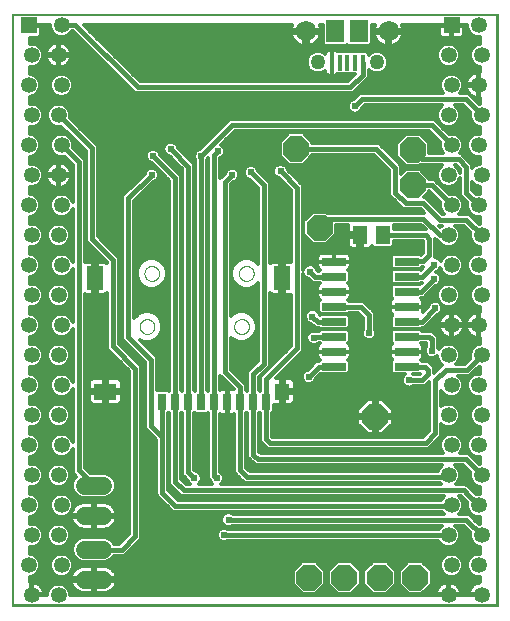
<source format=gtl>
G75*
%MOIN*%
%OFA0B0*%
%FSLAX25Y25*%
%IPPOS*%
%LPD*%
%AMOC8*
5,1,8,0,0,1.08239X$1,22.5*
%
%ADD10C,0.00000*%
%ADD11R,0.01575X0.05315*%
%ADD12R,0.05906X0.07480*%
%ADD13C,0.06791*%
%ADD14C,0.05020*%
%ADD15R,0.02756X0.05512*%
%ADD16R,0.05512X0.07874*%
%ADD17R,0.05039X0.05512*%
%ADD18R,0.07677X0.05512*%
%ADD19R,0.08000X0.02600*%
%ADD20OC8,0.08500*%
%ADD21R,0.05118X0.05906*%
%ADD22C,0.06000*%
%ADD23C,0.00500*%
%ADD24C,0.05315*%
%ADD25R,0.05315X0.05315*%
%ADD26C,0.01200*%
%ADD27C,0.02400*%
%ADD28C,0.01600*%
D10*
X0020570Y0001467D02*
X0020570Y0198711D01*
X0182381Y0198711D01*
X0182381Y0001467D01*
X0020570Y0001467D01*
X0020570Y0001861D02*
X0181987Y0001861D01*
X0181987Y0009341D01*
X0094487Y0094578D02*
X0094489Y0094677D01*
X0094495Y0094776D01*
X0094505Y0094875D01*
X0094519Y0094973D01*
X0094537Y0095070D01*
X0094559Y0095167D01*
X0094584Y0095263D01*
X0094614Y0095357D01*
X0094647Y0095451D01*
X0094684Y0095543D01*
X0094725Y0095633D01*
X0094769Y0095722D01*
X0094817Y0095808D01*
X0094868Y0095893D01*
X0094923Y0095976D01*
X0094981Y0096056D01*
X0095042Y0096134D01*
X0095106Y0096210D01*
X0095173Y0096283D01*
X0095243Y0096353D01*
X0095316Y0096420D01*
X0095392Y0096484D01*
X0095470Y0096545D01*
X0095550Y0096603D01*
X0095633Y0096658D01*
X0095717Y0096709D01*
X0095804Y0096757D01*
X0095893Y0096801D01*
X0095983Y0096842D01*
X0096075Y0096879D01*
X0096169Y0096912D01*
X0096263Y0096942D01*
X0096359Y0096967D01*
X0096456Y0096989D01*
X0096553Y0097007D01*
X0096651Y0097021D01*
X0096750Y0097031D01*
X0096849Y0097037D01*
X0096948Y0097039D01*
X0097047Y0097037D01*
X0097146Y0097031D01*
X0097245Y0097021D01*
X0097343Y0097007D01*
X0097440Y0096989D01*
X0097537Y0096967D01*
X0097633Y0096942D01*
X0097727Y0096912D01*
X0097821Y0096879D01*
X0097913Y0096842D01*
X0098003Y0096801D01*
X0098092Y0096757D01*
X0098178Y0096709D01*
X0098263Y0096658D01*
X0098346Y0096603D01*
X0098426Y0096545D01*
X0098504Y0096484D01*
X0098580Y0096420D01*
X0098653Y0096353D01*
X0098723Y0096283D01*
X0098790Y0096210D01*
X0098854Y0096134D01*
X0098915Y0096056D01*
X0098973Y0095976D01*
X0099028Y0095893D01*
X0099079Y0095809D01*
X0099127Y0095722D01*
X0099171Y0095633D01*
X0099212Y0095543D01*
X0099249Y0095451D01*
X0099282Y0095357D01*
X0099312Y0095263D01*
X0099337Y0095167D01*
X0099359Y0095070D01*
X0099377Y0094973D01*
X0099391Y0094875D01*
X0099401Y0094776D01*
X0099407Y0094677D01*
X0099409Y0094578D01*
X0099407Y0094479D01*
X0099401Y0094380D01*
X0099391Y0094281D01*
X0099377Y0094183D01*
X0099359Y0094086D01*
X0099337Y0093989D01*
X0099312Y0093893D01*
X0099282Y0093799D01*
X0099249Y0093705D01*
X0099212Y0093613D01*
X0099171Y0093523D01*
X0099127Y0093434D01*
X0099079Y0093348D01*
X0099028Y0093263D01*
X0098973Y0093180D01*
X0098915Y0093100D01*
X0098854Y0093022D01*
X0098790Y0092946D01*
X0098723Y0092873D01*
X0098653Y0092803D01*
X0098580Y0092736D01*
X0098504Y0092672D01*
X0098426Y0092611D01*
X0098346Y0092553D01*
X0098263Y0092498D01*
X0098179Y0092447D01*
X0098092Y0092399D01*
X0098003Y0092355D01*
X0097913Y0092314D01*
X0097821Y0092277D01*
X0097727Y0092244D01*
X0097633Y0092214D01*
X0097537Y0092189D01*
X0097440Y0092167D01*
X0097343Y0092149D01*
X0097245Y0092135D01*
X0097146Y0092125D01*
X0097047Y0092119D01*
X0096948Y0092117D01*
X0096849Y0092119D01*
X0096750Y0092125D01*
X0096651Y0092135D01*
X0096553Y0092149D01*
X0096456Y0092167D01*
X0096359Y0092189D01*
X0096263Y0092214D01*
X0096169Y0092244D01*
X0096075Y0092277D01*
X0095983Y0092314D01*
X0095893Y0092355D01*
X0095804Y0092399D01*
X0095718Y0092447D01*
X0095633Y0092498D01*
X0095550Y0092553D01*
X0095470Y0092611D01*
X0095392Y0092672D01*
X0095316Y0092736D01*
X0095243Y0092803D01*
X0095173Y0092873D01*
X0095106Y0092946D01*
X0095042Y0093022D01*
X0094981Y0093100D01*
X0094923Y0093180D01*
X0094868Y0093263D01*
X0094817Y0093347D01*
X0094769Y0093434D01*
X0094725Y0093523D01*
X0094684Y0093613D01*
X0094647Y0093705D01*
X0094614Y0093799D01*
X0094584Y0093893D01*
X0094559Y0093989D01*
X0094537Y0094086D01*
X0094519Y0094183D01*
X0094505Y0094281D01*
X0094495Y0094380D01*
X0094489Y0094479D01*
X0094487Y0094578D01*
X0096061Y0112294D02*
X0096063Y0112393D01*
X0096069Y0112492D01*
X0096079Y0112591D01*
X0096093Y0112689D01*
X0096111Y0112786D01*
X0096133Y0112883D01*
X0096158Y0112979D01*
X0096188Y0113073D01*
X0096221Y0113167D01*
X0096258Y0113259D01*
X0096299Y0113349D01*
X0096343Y0113438D01*
X0096391Y0113524D01*
X0096442Y0113609D01*
X0096497Y0113692D01*
X0096555Y0113772D01*
X0096616Y0113850D01*
X0096680Y0113926D01*
X0096747Y0113999D01*
X0096817Y0114069D01*
X0096890Y0114136D01*
X0096966Y0114200D01*
X0097044Y0114261D01*
X0097124Y0114319D01*
X0097207Y0114374D01*
X0097291Y0114425D01*
X0097378Y0114473D01*
X0097467Y0114517D01*
X0097557Y0114558D01*
X0097649Y0114595D01*
X0097743Y0114628D01*
X0097837Y0114658D01*
X0097933Y0114683D01*
X0098030Y0114705D01*
X0098127Y0114723D01*
X0098225Y0114737D01*
X0098324Y0114747D01*
X0098423Y0114753D01*
X0098522Y0114755D01*
X0098621Y0114753D01*
X0098720Y0114747D01*
X0098819Y0114737D01*
X0098917Y0114723D01*
X0099014Y0114705D01*
X0099111Y0114683D01*
X0099207Y0114658D01*
X0099301Y0114628D01*
X0099395Y0114595D01*
X0099487Y0114558D01*
X0099577Y0114517D01*
X0099666Y0114473D01*
X0099752Y0114425D01*
X0099837Y0114374D01*
X0099920Y0114319D01*
X0100000Y0114261D01*
X0100078Y0114200D01*
X0100154Y0114136D01*
X0100227Y0114069D01*
X0100297Y0113999D01*
X0100364Y0113926D01*
X0100428Y0113850D01*
X0100489Y0113772D01*
X0100547Y0113692D01*
X0100602Y0113609D01*
X0100653Y0113525D01*
X0100701Y0113438D01*
X0100745Y0113349D01*
X0100786Y0113259D01*
X0100823Y0113167D01*
X0100856Y0113073D01*
X0100886Y0112979D01*
X0100911Y0112883D01*
X0100933Y0112786D01*
X0100951Y0112689D01*
X0100965Y0112591D01*
X0100975Y0112492D01*
X0100981Y0112393D01*
X0100983Y0112294D01*
X0100981Y0112195D01*
X0100975Y0112096D01*
X0100965Y0111997D01*
X0100951Y0111899D01*
X0100933Y0111802D01*
X0100911Y0111705D01*
X0100886Y0111609D01*
X0100856Y0111515D01*
X0100823Y0111421D01*
X0100786Y0111329D01*
X0100745Y0111239D01*
X0100701Y0111150D01*
X0100653Y0111064D01*
X0100602Y0110979D01*
X0100547Y0110896D01*
X0100489Y0110816D01*
X0100428Y0110738D01*
X0100364Y0110662D01*
X0100297Y0110589D01*
X0100227Y0110519D01*
X0100154Y0110452D01*
X0100078Y0110388D01*
X0100000Y0110327D01*
X0099920Y0110269D01*
X0099837Y0110214D01*
X0099753Y0110163D01*
X0099666Y0110115D01*
X0099577Y0110071D01*
X0099487Y0110030D01*
X0099395Y0109993D01*
X0099301Y0109960D01*
X0099207Y0109930D01*
X0099111Y0109905D01*
X0099014Y0109883D01*
X0098917Y0109865D01*
X0098819Y0109851D01*
X0098720Y0109841D01*
X0098621Y0109835D01*
X0098522Y0109833D01*
X0098423Y0109835D01*
X0098324Y0109841D01*
X0098225Y0109851D01*
X0098127Y0109865D01*
X0098030Y0109883D01*
X0097933Y0109905D01*
X0097837Y0109930D01*
X0097743Y0109960D01*
X0097649Y0109993D01*
X0097557Y0110030D01*
X0097467Y0110071D01*
X0097378Y0110115D01*
X0097292Y0110163D01*
X0097207Y0110214D01*
X0097124Y0110269D01*
X0097044Y0110327D01*
X0096966Y0110388D01*
X0096890Y0110452D01*
X0096817Y0110519D01*
X0096747Y0110589D01*
X0096680Y0110662D01*
X0096616Y0110738D01*
X0096555Y0110816D01*
X0096497Y0110896D01*
X0096442Y0110979D01*
X0096391Y0111063D01*
X0096343Y0111150D01*
X0096299Y0111239D01*
X0096258Y0111329D01*
X0096221Y0111421D01*
X0096188Y0111515D01*
X0096158Y0111609D01*
X0096133Y0111705D01*
X0096111Y0111802D01*
X0096093Y0111899D01*
X0096079Y0111997D01*
X0096069Y0112096D01*
X0096063Y0112195D01*
X0096061Y0112294D01*
X0064565Y0112294D02*
X0064567Y0112393D01*
X0064573Y0112492D01*
X0064583Y0112591D01*
X0064597Y0112689D01*
X0064615Y0112786D01*
X0064637Y0112883D01*
X0064662Y0112979D01*
X0064692Y0113073D01*
X0064725Y0113167D01*
X0064762Y0113259D01*
X0064803Y0113349D01*
X0064847Y0113438D01*
X0064895Y0113524D01*
X0064946Y0113609D01*
X0065001Y0113692D01*
X0065059Y0113772D01*
X0065120Y0113850D01*
X0065184Y0113926D01*
X0065251Y0113999D01*
X0065321Y0114069D01*
X0065394Y0114136D01*
X0065470Y0114200D01*
X0065548Y0114261D01*
X0065628Y0114319D01*
X0065711Y0114374D01*
X0065795Y0114425D01*
X0065882Y0114473D01*
X0065971Y0114517D01*
X0066061Y0114558D01*
X0066153Y0114595D01*
X0066247Y0114628D01*
X0066341Y0114658D01*
X0066437Y0114683D01*
X0066534Y0114705D01*
X0066631Y0114723D01*
X0066729Y0114737D01*
X0066828Y0114747D01*
X0066927Y0114753D01*
X0067026Y0114755D01*
X0067125Y0114753D01*
X0067224Y0114747D01*
X0067323Y0114737D01*
X0067421Y0114723D01*
X0067518Y0114705D01*
X0067615Y0114683D01*
X0067711Y0114658D01*
X0067805Y0114628D01*
X0067899Y0114595D01*
X0067991Y0114558D01*
X0068081Y0114517D01*
X0068170Y0114473D01*
X0068256Y0114425D01*
X0068341Y0114374D01*
X0068424Y0114319D01*
X0068504Y0114261D01*
X0068582Y0114200D01*
X0068658Y0114136D01*
X0068731Y0114069D01*
X0068801Y0113999D01*
X0068868Y0113926D01*
X0068932Y0113850D01*
X0068993Y0113772D01*
X0069051Y0113692D01*
X0069106Y0113609D01*
X0069157Y0113525D01*
X0069205Y0113438D01*
X0069249Y0113349D01*
X0069290Y0113259D01*
X0069327Y0113167D01*
X0069360Y0113073D01*
X0069390Y0112979D01*
X0069415Y0112883D01*
X0069437Y0112786D01*
X0069455Y0112689D01*
X0069469Y0112591D01*
X0069479Y0112492D01*
X0069485Y0112393D01*
X0069487Y0112294D01*
X0069485Y0112195D01*
X0069479Y0112096D01*
X0069469Y0111997D01*
X0069455Y0111899D01*
X0069437Y0111802D01*
X0069415Y0111705D01*
X0069390Y0111609D01*
X0069360Y0111515D01*
X0069327Y0111421D01*
X0069290Y0111329D01*
X0069249Y0111239D01*
X0069205Y0111150D01*
X0069157Y0111064D01*
X0069106Y0110979D01*
X0069051Y0110896D01*
X0068993Y0110816D01*
X0068932Y0110738D01*
X0068868Y0110662D01*
X0068801Y0110589D01*
X0068731Y0110519D01*
X0068658Y0110452D01*
X0068582Y0110388D01*
X0068504Y0110327D01*
X0068424Y0110269D01*
X0068341Y0110214D01*
X0068257Y0110163D01*
X0068170Y0110115D01*
X0068081Y0110071D01*
X0067991Y0110030D01*
X0067899Y0109993D01*
X0067805Y0109960D01*
X0067711Y0109930D01*
X0067615Y0109905D01*
X0067518Y0109883D01*
X0067421Y0109865D01*
X0067323Y0109851D01*
X0067224Y0109841D01*
X0067125Y0109835D01*
X0067026Y0109833D01*
X0066927Y0109835D01*
X0066828Y0109841D01*
X0066729Y0109851D01*
X0066631Y0109865D01*
X0066534Y0109883D01*
X0066437Y0109905D01*
X0066341Y0109930D01*
X0066247Y0109960D01*
X0066153Y0109993D01*
X0066061Y0110030D01*
X0065971Y0110071D01*
X0065882Y0110115D01*
X0065796Y0110163D01*
X0065711Y0110214D01*
X0065628Y0110269D01*
X0065548Y0110327D01*
X0065470Y0110388D01*
X0065394Y0110452D01*
X0065321Y0110519D01*
X0065251Y0110589D01*
X0065184Y0110662D01*
X0065120Y0110738D01*
X0065059Y0110816D01*
X0065001Y0110896D01*
X0064946Y0110979D01*
X0064895Y0111063D01*
X0064847Y0111150D01*
X0064803Y0111239D01*
X0064762Y0111329D01*
X0064725Y0111421D01*
X0064692Y0111515D01*
X0064662Y0111609D01*
X0064637Y0111705D01*
X0064615Y0111802D01*
X0064597Y0111899D01*
X0064583Y0111997D01*
X0064573Y0112096D01*
X0064567Y0112195D01*
X0064565Y0112294D01*
X0062990Y0094578D02*
X0062992Y0094677D01*
X0062998Y0094776D01*
X0063008Y0094875D01*
X0063022Y0094973D01*
X0063040Y0095070D01*
X0063062Y0095167D01*
X0063087Y0095263D01*
X0063117Y0095357D01*
X0063150Y0095451D01*
X0063187Y0095543D01*
X0063228Y0095633D01*
X0063272Y0095722D01*
X0063320Y0095808D01*
X0063371Y0095893D01*
X0063426Y0095976D01*
X0063484Y0096056D01*
X0063545Y0096134D01*
X0063609Y0096210D01*
X0063676Y0096283D01*
X0063746Y0096353D01*
X0063819Y0096420D01*
X0063895Y0096484D01*
X0063973Y0096545D01*
X0064053Y0096603D01*
X0064136Y0096658D01*
X0064220Y0096709D01*
X0064307Y0096757D01*
X0064396Y0096801D01*
X0064486Y0096842D01*
X0064578Y0096879D01*
X0064672Y0096912D01*
X0064766Y0096942D01*
X0064862Y0096967D01*
X0064959Y0096989D01*
X0065056Y0097007D01*
X0065154Y0097021D01*
X0065253Y0097031D01*
X0065352Y0097037D01*
X0065451Y0097039D01*
X0065550Y0097037D01*
X0065649Y0097031D01*
X0065748Y0097021D01*
X0065846Y0097007D01*
X0065943Y0096989D01*
X0066040Y0096967D01*
X0066136Y0096942D01*
X0066230Y0096912D01*
X0066324Y0096879D01*
X0066416Y0096842D01*
X0066506Y0096801D01*
X0066595Y0096757D01*
X0066681Y0096709D01*
X0066766Y0096658D01*
X0066849Y0096603D01*
X0066929Y0096545D01*
X0067007Y0096484D01*
X0067083Y0096420D01*
X0067156Y0096353D01*
X0067226Y0096283D01*
X0067293Y0096210D01*
X0067357Y0096134D01*
X0067418Y0096056D01*
X0067476Y0095976D01*
X0067531Y0095893D01*
X0067582Y0095809D01*
X0067630Y0095722D01*
X0067674Y0095633D01*
X0067715Y0095543D01*
X0067752Y0095451D01*
X0067785Y0095357D01*
X0067815Y0095263D01*
X0067840Y0095167D01*
X0067862Y0095070D01*
X0067880Y0094973D01*
X0067894Y0094875D01*
X0067904Y0094776D01*
X0067910Y0094677D01*
X0067912Y0094578D01*
X0067910Y0094479D01*
X0067904Y0094380D01*
X0067894Y0094281D01*
X0067880Y0094183D01*
X0067862Y0094086D01*
X0067840Y0093989D01*
X0067815Y0093893D01*
X0067785Y0093799D01*
X0067752Y0093705D01*
X0067715Y0093613D01*
X0067674Y0093523D01*
X0067630Y0093434D01*
X0067582Y0093348D01*
X0067531Y0093263D01*
X0067476Y0093180D01*
X0067418Y0093100D01*
X0067357Y0093022D01*
X0067293Y0092946D01*
X0067226Y0092873D01*
X0067156Y0092803D01*
X0067083Y0092736D01*
X0067007Y0092672D01*
X0066929Y0092611D01*
X0066849Y0092553D01*
X0066766Y0092498D01*
X0066682Y0092447D01*
X0066595Y0092399D01*
X0066506Y0092355D01*
X0066416Y0092314D01*
X0066324Y0092277D01*
X0066230Y0092244D01*
X0066136Y0092214D01*
X0066040Y0092189D01*
X0065943Y0092167D01*
X0065846Y0092149D01*
X0065748Y0092135D01*
X0065649Y0092125D01*
X0065550Y0092119D01*
X0065451Y0092117D01*
X0065352Y0092119D01*
X0065253Y0092125D01*
X0065154Y0092135D01*
X0065056Y0092149D01*
X0064959Y0092167D01*
X0064862Y0092189D01*
X0064766Y0092214D01*
X0064672Y0092244D01*
X0064578Y0092277D01*
X0064486Y0092314D01*
X0064396Y0092355D01*
X0064307Y0092399D01*
X0064221Y0092447D01*
X0064136Y0092498D01*
X0064053Y0092553D01*
X0063973Y0092611D01*
X0063895Y0092672D01*
X0063819Y0092736D01*
X0063746Y0092803D01*
X0063676Y0092873D01*
X0063609Y0092946D01*
X0063545Y0093022D01*
X0063484Y0093100D01*
X0063426Y0093180D01*
X0063371Y0093263D01*
X0063320Y0093347D01*
X0063272Y0093434D01*
X0063228Y0093523D01*
X0063187Y0093613D01*
X0063150Y0093705D01*
X0063117Y0093799D01*
X0063087Y0093893D01*
X0063062Y0093989D01*
X0063040Y0094086D01*
X0063022Y0094183D01*
X0063008Y0094281D01*
X0062998Y0094380D01*
X0062992Y0094479D01*
X0062990Y0094578D01*
D11*
X0127066Y0182471D03*
X0129625Y0182471D03*
X0132184Y0182471D03*
X0134743Y0182471D03*
X0137302Y0182471D03*
D12*
X0136121Y0193003D03*
X0128247Y0192963D03*
D13*
X0118404Y0193003D03*
X0145963Y0193003D03*
D14*
X0142026Y0182668D03*
X0122341Y0182668D03*
D15*
X0105215Y0069499D03*
X0100885Y0069499D03*
X0096554Y0069499D03*
X0092223Y0069499D03*
X0087892Y0069499D03*
X0083562Y0069499D03*
X0079231Y0069499D03*
X0074900Y0069499D03*
X0070570Y0069499D03*
D16*
X0048129Y0110719D03*
X0110333Y0110719D03*
D17*
X0110570Y0072924D03*
D18*
X0051573Y0072924D03*
D19*
X0127761Y0081211D03*
X0127761Y0086211D03*
X0127761Y0091211D03*
X0127761Y0096211D03*
X0127761Y0101211D03*
X0127761Y0106211D03*
X0127761Y0111211D03*
X0127761Y0116211D03*
X0151961Y0116211D03*
X0151961Y0111211D03*
X0151961Y0106211D03*
X0151961Y0101211D03*
X0151961Y0096211D03*
X0151961Y0091211D03*
X0151961Y0086211D03*
X0151961Y0081211D03*
D20*
X0141436Y0064459D03*
X0143010Y0010916D03*
X0131199Y0010916D03*
X0119388Y0010916D03*
X0154822Y0010916D03*
X0122932Y0127452D03*
X0115058Y0153830D03*
X0154034Y0153436D03*
X0154034Y0141625D03*
D21*
X0143995Y0125089D03*
X0136514Y0125089D03*
D22*
X0050735Y0041507D02*
X0044735Y0041507D01*
X0044735Y0031507D02*
X0050735Y0031507D01*
X0050735Y0020247D02*
X0044735Y0020247D01*
X0044735Y0010247D02*
X0050735Y0010247D01*
D23*
X0020727Y0001625D02*
X0020727Y0198475D01*
X0182144Y0198475D01*
X0182144Y0001625D01*
X0020727Y0001625D01*
D24*
X0026936Y0005050D03*
X0035936Y0005050D03*
X0036936Y0015050D03*
X0035936Y0025050D03*
X0026936Y0025050D03*
X0025936Y0015050D03*
X0025936Y0035050D03*
X0026936Y0045050D03*
X0035936Y0045050D03*
X0036936Y0035050D03*
X0036936Y0055050D03*
X0035936Y0065050D03*
X0026936Y0065050D03*
X0025936Y0055050D03*
X0025936Y0075050D03*
X0026936Y0085050D03*
X0035936Y0085050D03*
X0036936Y0075050D03*
X0036936Y0095050D03*
X0035936Y0105050D03*
X0036936Y0115050D03*
X0035936Y0125050D03*
X0026936Y0125050D03*
X0025936Y0115050D03*
X0026936Y0105050D03*
X0025936Y0095050D03*
X0025936Y0135050D03*
X0026936Y0145050D03*
X0035936Y0145050D03*
X0036936Y0135050D03*
X0036936Y0155050D03*
X0035936Y0165050D03*
X0026936Y0165050D03*
X0025936Y0155050D03*
X0025936Y0175050D03*
X0026936Y0185050D03*
X0035936Y0185050D03*
X0036936Y0175050D03*
X0036936Y0195050D03*
X0165936Y0185050D03*
X0166936Y0175050D03*
X0175936Y0175050D03*
X0176936Y0185050D03*
X0175936Y0195050D03*
X0176936Y0165050D03*
X0175936Y0155050D03*
X0166936Y0155050D03*
X0165936Y0145050D03*
X0166936Y0135050D03*
X0175936Y0135050D03*
X0176936Y0125050D03*
X0175936Y0115050D03*
X0166936Y0115050D03*
X0165936Y0105050D03*
X0166936Y0095050D03*
X0175936Y0095050D03*
X0176936Y0085050D03*
X0175936Y0075050D03*
X0166936Y0075050D03*
X0165936Y0065050D03*
X0166936Y0055050D03*
X0175936Y0055050D03*
X0176936Y0045050D03*
X0175936Y0035050D03*
X0166936Y0035050D03*
X0165936Y0045050D03*
X0165936Y0025050D03*
X0166936Y0015050D03*
X0175936Y0015050D03*
X0176936Y0005050D03*
X0165936Y0005050D03*
X0176936Y0025050D03*
X0176936Y0065050D03*
X0165936Y0085050D03*
X0176936Y0105050D03*
X0165936Y0125050D03*
X0176936Y0145050D03*
X0165936Y0165050D03*
D25*
X0166936Y0195050D03*
X0025936Y0195050D03*
D26*
X0026436Y0195050D02*
X0033078Y0195050D01*
X0033078Y0194283D01*
X0033665Y0192865D01*
X0034751Y0191780D01*
X0036168Y0191193D01*
X0037703Y0191193D01*
X0039121Y0191780D01*
X0040206Y0192865D01*
X0040283Y0193050D01*
X0040725Y0193050D01*
X0061473Y0172302D01*
X0133996Y0172302D01*
X0135168Y0173474D01*
X0139302Y0177607D01*
X0139302Y0180146D01*
X0139925Y0179523D01*
X0141288Y0178958D01*
X0142764Y0178958D01*
X0144128Y0179523D01*
X0145171Y0180567D01*
X0145736Y0181930D01*
X0145736Y0183406D01*
X0145171Y0184770D01*
X0144128Y0185813D01*
X0142764Y0186378D01*
X0141288Y0186378D01*
X0139925Y0185813D01*
X0139289Y0185178D01*
X0139289Y0185626D01*
X0138586Y0186329D01*
X0128916Y0186329D01*
X0128835Y0186409D01*
X0128471Y0186620D01*
X0128064Y0186729D01*
X0127066Y0186729D01*
X0127066Y0182471D01*
X0127066Y0178214D01*
X0128064Y0178214D01*
X0128471Y0178323D01*
X0128835Y0178533D01*
X0128916Y0178614D01*
X0134651Y0178614D01*
X0132340Y0176302D01*
X0063130Y0176302D01*
X0044382Y0195050D01*
X0113841Y0195050D01*
X0113775Y0194920D01*
X0113532Y0194173D01*
X0113430Y0193535D01*
X0117872Y0193535D01*
X0117872Y0192471D01*
X0113430Y0192471D01*
X0113532Y0191833D01*
X0113775Y0191085D01*
X0114132Y0190384D01*
X0114594Y0189748D01*
X0115150Y0189192D01*
X0115786Y0188730D01*
X0116487Y0188373D01*
X0117234Y0188130D01*
X0117872Y0188029D01*
X0117872Y0192471D01*
X0118936Y0192471D01*
X0118936Y0193535D01*
X0123378Y0193535D01*
X0123277Y0194173D01*
X0123034Y0194920D01*
X0122968Y0195050D01*
X0124094Y0195050D01*
X0124094Y0188726D01*
X0124797Y0188023D01*
X0131697Y0188023D01*
X0132203Y0188530D01*
X0132671Y0188063D01*
X0139571Y0188063D01*
X0140273Y0188766D01*
X0140273Y0195050D01*
X0141400Y0195050D01*
X0141334Y0194920D01*
X0141091Y0194173D01*
X0140990Y0193535D01*
X0145431Y0193535D01*
X0145431Y0192471D01*
X0140990Y0192471D01*
X0141091Y0191833D01*
X0141334Y0191085D01*
X0141691Y0190384D01*
X0142153Y0189748D01*
X0142709Y0189192D01*
X0143345Y0188730D01*
X0144046Y0188373D01*
X0144793Y0188130D01*
X0145431Y0188029D01*
X0145431Y0192471D01*
X0146495Y0192471D01*
X0146495Y0193535D01*
X0150937Y0193535D01*
X0150836Y0194173D01*
X0150593Y0194920D01*
X0150527Y0195050D01*
X0166650Y0195050D01*
X0166650Y0194764D01*
X0167222Y0194764D01*
X0167222Y0195050D01*
X0172078Y0195050D01*
X0172078Y0194283D01*
X0172665Y0192865D01*
X0173751Y0191780D01*
X0175168Y0191193D01*
X0176436Y0191193D01*
X0176436Y0188907D01*
X0176168Y0188907D01*
X0174751Y0188320D01*
X0173665Y0187235D01*
X0173078Y0185817D01*
X0173078Y0184283D01*
X0173665Y0182865D01*
X0174751Y0181780D01*
X0176168Y0181193D01*
X0176436Y0181193D01*
X0176436Y0179281D01*
X0176271Y0179307D01*
X0176222Y0179307D01*
X0176222Y0175336D01*
X0175650Y0175336D01*
X0175650Y0179307D01*
X0175601Y0179307D01*
X0174939Y0179203D01*
X0174301Y0178996D01*
X0173704Y0178691D01*
X0173162Y0178297D01*
X0172688Y0177824D01*
X0172294Y0177281D01*
X0171990Y0176684D01*
X0171783Y0176047D01*
X0171678Y0175385D01*
X0171678Y0175336D01*
X0175650Y0175336D01*
X0175650Y0174764D01*
X0176222Y0174764D01*
X0176222Y0170793D01*
X0176271Y0170793D01*
X0176436Y0170819D01*
X0176436Y0168907D01*
X0176168Y0168907D01*
X0175983Y0168831D01*
X0172449Y0172365D01*
X0169706Y0172365D01*
X0170206Y0172865D01*
X0170793Y0174283D01*
X0170793Y0175817D01*
X0170206Y0177235D01*
X0169121Y0178320D01*
X0167703Y0178907D01*
X0166168Y0178907D01*
X0164751Y0178320D01*
X0163665Y0177235D01*
X0163078Y0175817D01*
X0163078Y0174283D01*
X0163665Y0172865D01*
X0164165Y0172365D01*
X0136277Y0172365D01*
X0134314Y0170403D01*
X0134265Y0170403D01*
X0133383Y0170037D01*
X0132708Y0169362D01*
X0132343Y0168480D01*
X0132343Y0167525D01*
X0132708Y0166643D01*
X0133383Y0165968D01*
X0134265Y0165603D01*
X0135220Y0165603D01*
X0136102Y0165968D01*
X0136777Y0166643D01*
X0137143Y0167525D01*
X0137143Y0167574D01*
X0137933Y0168365D01*
X0163859Y0168365D01*
X0163751Y0168320D01*
X0162665Y0167235D01*
X0162078Y0165817D01*
X0162078Y0164283D01*
X0162665Y0162865D01*
X0163751Y0161780D01*
X0165168Y0161193D01*
X0166703Y0161193D01*
X0168121Y0161780D01*
X0169206Y0162865D01*
X0169793Y0164283D01*
X0169793Y0165817D01*
X0169206Y0167235D01*
X0168121Y0168320D01*
X0168013Y0168365D01*
X0170792Y0168365D01*
X0173155Y0166002D01*
X0173078Y0165817D01*
X0173078Y0164283D01*
X0173665Y0162865D01*
X0174751Y0161780D01*
X0176168Y0161193D01*
X0176436Y0161193D01*
X0176436Y0158907D01*
X0175168Y0158907D01*
X0173751Y0158320D01*
X0172665Y0157235D01*
X0172078Y0155817D01*
X0172078Y0154283D01*
X0172665Y0152865D01*
X0173751Y0151780D01*
X0175168Y0151193D01*
X0176436Y0151193D01*
X0176436Y0148907D01*
X0176168Y0148907D01*
X0174751Y0148320D01*
X0173751Y0147320D01*
X0173751Y0148752D01*
X0172579Y0149924D01*
X0170217Y0152286D01*
X0169627Y0152286D01*
X0170206Y0152865D01*
X0170793Y0154283D01*
X0170793Y0155817D01*
X0170206Y0157235D01*
X0169121Y0158320D01*
X0167703Y0158907D01*
X0166168Y0158907D01*
X0165983Y0158831D01*
X0161111Y0163704D01*
X0092969Y0163704D01*
X0083133Y0153867D01*
X0083084Y0153867D01*
X0082202Y0153502D01*
X0081527Y0152827D01*
X0081162Y0151945D01*
X0081162Y0150990D01*
X0081527Y0150108D01*
X0081562Y0150073D01*
X0081562Y0073330D01*
X0081396Y0073164D01*
X0081231Y0073330D01*
X0081231Y0148752D01*
X0075725Y0154258D01*
X0075725Y0154307D01*
X0075360Y0155189D01*
X0074685Y0155864D01*
X0073803Y0156230D01*
X0072848Y0156230D01*
X0071966Y0155864D01*
X0071291Y0155189D01*
X0070925Y0154307D01*
X0070925Y0153352D01*
X0071291Y0152470D01*
X0071966Y0151795D01*
X0072848Y0151430D01*
X0072897Y0151430D01*
X0077231Y0147096D01*
X0077231Y0073330D01*
X0077066Y0073164D01*
X0076900Y0073330D01*
X0076900Y0144815D01*
X0069820Y0151896D01*
X0069820Y0151945D01*
X0069455Y0152827D01*
X0068779Y0153502D01*
X0067897Y0153867D01*
X0066943Y0153867D01*
X0066060Y0153502D01*
X0065385Y0152827D01*
X0065020Y0151945D01*
X0065020Y0150990D01*
X0065385Y0150108D01*
X0066060Y0149433D01*
X0066943Y0149067D01*
X0066992Y0149067D01*
X0072900Y0143159D01*
X0072900Y0073330D01*
X0072735Y0073164D01*
X0072445Y0073455D01*
X0068829Y0073455D01*
X0068829Y0084382D01*
X0067658Y0085554D01*
X0063164Y0090047D01*
X0064445Y0089517D01*
X0066458Y0089517D01*
X0068318Y0090287D01*
X0069742Y0091711D01*
X0070512Y0093571D01*
X0070512Y0095584D01*
X0069742Y0097444D01*
X0068318Y0098868D01*
X0066458Y0099638D01*
X0064445Y0099638D01*
X0062585Y0098868D01*
X0061161Y0097444D01*
X0061152Y0097422D01*
X0061152Y0136466D01*
X0067455Y0142768D01*
X0067504Y0142768D01*
X0068386Y0143133D01*
X0069061Y0143809D01*
X0069426Y0144691D01*
X0069426Y0145645D01*
X0069061Y0146528D01*
X0068386Y0147203D01*
X0067504Y0147568D01*
X0066549Y0147568D01*
X0065667Y0147203D01*
X0064992Y0146528D01*
X0064626Y0145645D01*
X0064626Y0145597D01*
X0058324Y0139294D01*
X0057152Y0138123D01*
X0057152Y0090403D01*
X0064829Y0082726D01*
X0064829Y0060678D01*
X0066001Y0059507D01*
X0068570Y0056938D01*
X0068570Y0038434D01*
X0072900Y0034103D01*
X0074072Y0032932D01*
X0163638Y0032932D01*
X0163665Y0032865D01*
X0164323Y0032207D01*
X0094011Y0032207D01*
X0093976Y0032242D01*
X0093094Y0032607D01*
X0092139Y0032607D01*
X0091257Y0032242D01*
X0090582Y0031567D01*
X0090217Y0030685D01*
X0090217Y0029730D01*
X0090582Y0028848D01*
X0091257Y0028173D01*
X0092139Y0027807D01*
X0093094Y0027807D01*
X0093976Y0028173D01*
X0094011Y0028207D01*
X0163638Y0028207D01*
X0162665Y0027235D01*
X0162589Y0027050D01*
X0092475Y0027050D01*
X0092441Y0027085D01*
X0091559Y0027450D01*
X0090604Y0027450D01*
X0089722Y0027085D01*
X0089047Y0026409D01*
X0088681Y0025527D01*
X0088681Y0024573D01*
X0089047Y0023691D01*
X0089722Y0023015D01*
X0090604Y0022650D01*
X0091559Y0022650D01*
X0092441Y0023015D01*
X0092475Y0023050D01*
X0162589Y0023050D01*
X0162665Y0022865D01*
X0163751Y0021780D01*
X0165168Y0021193D01*
X0166703Y0021193D01*
X0168121Y0021780D01*
X0169206Y0022865D01*
X0169793Y0024283D01*
X0169793Y0025817D01*
X0169206Y0027235D01*
X0168233Y0028207D01*
X0170950Y0028207D01*
X0173155Y0026002D01*
X0173078Y0025817D01*
X0173078Y0024283D01*
X0173665Y0022865D01*
X0174751Y0021780D01*
X0176168Y0021193D01*
X0176436Y0021193D01*
X0176436Y0018907D01*
X0175168Y0018907D01*
X0173751Y0018320D01*
X0172665Y0017235D01*
X0172078Y0015817D01*
X0172078Y0014283D01*
X0172665Y0012865D01*
X0173751Y0011780D01*
X0175168Y0011193D01*
X0176436Y0011193D01*
X0176436Y0009281D01*
X0175939Y0009203D01*
X0175301Y0008996D01*
X0174704Y0008691D01*
X0174162Y0008297D01*
X0173688Y0007824D01*
X0173294Y0007281D01*
X0172990Y0006684D01*
X0172783Y0006047D01*
X0172678Y0005385D01*
X0172678Y0005336D01*
X0176436Y0005336D01*
X0176436Y0005050D01*
X0166222Y0005050D01*
X0166222Y0005336D01*
X0170193Y0005336D01*
X0170193Y0005385D01*
X0170088Y0006047D01*
X0169881Y0006684D01*
X0169577Y0007281D01*
X0169183Y0007824D01*
X0168709Y0008297D01*
X0168167Y0008691D01*
X0167570Y0008996D01*
X0166933Y0009203D01*
X0166271Y0009307D01*
X0166222Y0009307D01*
X0166222Y0005336D01*
X0165650Y0005336D01*
X0165650Y0009307D01*
X0165601Y0009307D01*
X0164939Y0009203D01*
X0164301Y0008996D01*
X0163704Y0008691D01*
X0163162Y0008297D01*
X0162688Y0007824D01*
X0162294Y0007281D01*
X0161990Y0006684D01*
X0161783Y0006047D01*
X0161678Y0005385D01*
X0161678Y0005336D01*
X0165650Y0005336D01*
X0165650Y0005050D01*
X0039793Y0005050D01*
X0039793Y0005817D01*
X0039206Y0007235D01*
X0038121Y0008320D01*
X0036703Y0008907D01*
X0035168Y0008907D01*
X0033751Y0008320D01*
X0032665Y0007235D01*
X0032078Y0005817D01*
X0032078Y0005050D01*
X0027222Y0005050D01*
X0027222Y0005336D01*
X0031193Y0005336D01*
X0031193Y0005385D01*
X0031088Y0006047D01*
X0030881Y0006684D01*
X0030577Y0007281D01*
X0030183Y0007824D01*
X0029709Y0008297D01*
X0029167Y0008691D01*
X0028570Y0008996D01*
X0027933Y0009203D01*
X0027271Y0009307D01*
X0027222Y0009307D01*
X0027222Y0005336D01*
X0026650Y0005336D01*
X0026650Y0009307D01*
X0026601Y0009307D01*
X0026436Y0009281D01*
X0026436Y0011193D01*
X0026703Y0011193D01*
X0028121Y0011780D01*
X0029206Y0012865D01*
X0029793Y0014283D01*
X0029793Y0015817D01*
X0029206Y0017235D01*
X0028121Y0018320D01*
X0026703Y0018907D01*
X0026436Y0018907D01*
X0026436Y0021193D01*
X0027703Y0021193D01*
X0029121Y0021780D01*
X0030206Y0022865D01*
X0030793Y0024283D01*
X0030793Y0025817D01*
X0030206Y0027235D01*
X0029121Y0028320D01*
X0027703Y0028907D01*
X0026436Y0028907D01*
X0026436Y0031193D01*
X0026703Y0031193D01*
X0028121Y0031780D01*
X0029206Y0032865D01*
X0029793Y0034283D01*
X0029793Y0035817D01*
X0029206Y0037235D01*
X0028121Y0038320D01*
X0026703Y0038907D01*
X0026436Y0038907D01*
X0026436Y0041193D01*
X0027703Y0041193D01*
X0029121Y0041780D01*
X0030206Y0042865D01*
X0030793Y0044283D01*
X0030793Y0045817D01*
X0030206Y0047235D01*
X0029121Y0048320D01*
X0027703Y0048907D01*
X0026436Y0048907D01*
X0026436Y0051193D01*
X0026703Y0051193D01*
X0028121Y0051780D01*
X0029206Y0052865D01*
X0029793Y0054283D01*
X0029793Y0055817D01*
X0029206Y0057235D01*
X0028121Y0058320D01*
X0026703Y0058907D01*
X0026436Y0058907D01*
X0026436Y0061193D01*
X0027703Y0061193D01*
X0029121Y0061780D01*
X0030206Y0062865D01*
X0030793Y0064283D01*
X0030793Y0065817D01*
X0030206Y0067235D01*
X0029121Y0068320D01*
X0027703Y0068907D01*
X0026436Y0068907D01*
X0026436Y0071193D01*
X0026703Y0071193D01*
X0028121Y0071780D01*
X0029206Y0072865D01*
X0029793Y0074283D01*
X0033078Y0074283D01*
X0033665Y0072865D01*
X0034751Y0071780D01*
X0036168Y0071193D01*
X0037703Y0071193D01*
X0039121Y0071780D01*
X0040206Y0072865D01*
X0040617Y0073857D01*
X0040617Y0056243D01*
X0040206Y0057235D01*
X0039121Y0058320D01*
X0037703Y0058907D01*
X0036168Y0058907D01*
X0034751Y0058320D01*
X0033665Y0057235D01*
X0033078Y0055817D01*
X0033078Y0054283D01*
X0033665Y0052865D01*
X0034751Y0051780D01*
X0036168Y0051193D01*
X0037703Y0051193D01*
X0039121Y0051780D01*
X0040206Y0052865D01*
X0040617Y0053857D01*
X0040617Y0045796D01*
X0041851Y0044562D01*
X0041174Y0043886D01*
X0040535Y0042342D01*
X0040535Y0040671D01*
X0041174Y0039128D01*
X0042356Y0037946D01*
X0043899Y0037307D01*
X0051570Y0037307D01*
X0053114Y0037946D01*
X0054295Y0039128D01*
X0054935Y0040671D01*
X0054935Y0042342D01*
X0054295Y0043886D01*
X0053114Y0045067D01*
X0051570Y0045707D01*
X0046363Y0045707D01*
X0044617Y0047453D01*
X0044617Y0105371D01*
X0044755Y0105291D01*
X0045162Y0105182D01*
X0047529Y0105182D01*
X0047529Y0110119D01*
X0048729Y0110119D01*
X0048729Y0105182D01*
X0051095Y0105182D01*
X0051502Y0105291D01*
X0051867Y0105502D01*
X0052034Y0105669D01*
X0052034Y0087253D01*
X0059514Y0079773D01*
X0059514Y0025524D01*
X0056237Y0022247D01*
X0054453Y0022247D01*
X0054295Y0022626D01*
X0053114Y0023807D01*
X0051570Y0024447D01*
X0043899Y0024447D01*
X0042356Y0023807D01*
X0041174Y0022626D01*
X0040535Y0021082D01*
X0040535Y0019411D01*
X0041174Y0017868D01*
X0042356Y0016686D01*
X0043899Y0016047D01*
X0051570Y0016047D01*
X0053114Y0016686D01*
X0054295Y0017868D01*
X0054453Y0018247D01*
X0057894Y0018247D01*
X0059066Y0019418D01*
X0063514Y0023867D01*
X0063514Y0081430D01*
X0062343Y0082601D01*
X0056034Y0088910D01*
X0056034Y0117650D01*
X0054863Y0118822D01*
X0048947Y0124737D01*
X0048947Y0154867D01*
X0039716Y0164098D01*
X0039793Y0164283D01*
X0039793Y0165817D01*
X0039206Y0167235D01*
X0038121Y0168320D01*
X0036703Y0168907D01*
X0035168Y0168907D01*
X0033751Y0168320D01*
X0032665Y0167235D01*
X0032078Y0165817D01*
X0032078Y0164283D01*
X0032665Y0162865D01*
X0033751Y0161780D01*
X0035168Y0161193D01*
X0036703Y0161193D01*
X0036888Y0161269D01*
X0044948Y0153210D01*
X0044948Y0123080D01*
X0052034Y0115993D01*
X0052034Y0115769D01*
X0051867Y0115937D01*
X0051502Y0116147D01*
X0051095Y0116256D01*
X0048729Y0116256D01*
X0048729Y0111319D01*
X0047529Y0111319D01*
X0047529Y0116256D01*
X0045162Y0116256D01*
X0044755Y0116147D01*
X0044617Y0116067D01*
X0044617Y0150197D01*
X0040716Y0154098D01*
X0040793Y0154283D01*
X0040793Y0155817D01*
X0040206Y0157235D01*
X0039121Y0158320D01*
X0037703Y0158907D01*
X0036168Y0158907D01*
X0034751Y0158320D01*
X0033665Y0157235D01*
X0033078Y0155817D01*
X0033078Y0154283D01*
X0033665Y0152865D01*
X0034751Y0151780D01*
X0036168Y0151193D01*
X0037703Y0151193D01*
X0037888Y0151269D01*
X0040617Y0148540D01*
X0040617Y0136243D01*
X0040206Y0137235D01*
X0039121Y0138320D01*
X0037703Y0138907D01*
X0036168Y0138907D01*
X0034751Y0138320D01*
X0033665Y0137235D01*
X0033078Y0135817D01*
X0033078Y0134283D01*
X0033665Y0132865D01*
X0034751Y0131780D01*
X0036168Y0131193D01*
X0037703Y0131193D01*
X0039121Y0131780D01*
X0040206Y0132865D01*
X0040617Y0133857D01*
X0040617Y0116243D01*
X0040206Y0117235D01*
X0039121Y0118320D01*
X0037703Y0118907D01*
X0036168Y0118907D01*
X0034751Y0118320D01*
X0033665Y0117235D01*
X0033078Y0115817D01*
X0033078Y0114283D01*
X0033665Y0112865D01*
X0034751Y0111780D01*
X0036168Y0111193D01*
X0037703Y0111193D01*
X0039121Y0111780D01*
X0040206Y0112865D01*
X0040617Y0113857D01*
X0040617Y0096243D01*
X0040206Y0097235D01*
X0039121Y0098320D01*
X0037703Y0098907D01*
X0036168Y0098907D01*
X0034751Y0098320D01*
X0033665Y0097235D01*
X0033078Y0095817D01*
X0033078Y0094283D01*
X0033665Y0092865D01*
X0034751Y0091780D01*
X0036168Y0091193D01*
X0037703Y0091193D01*
X0039121Y0091780D01*
X0040206Y0092865D01*
X0040617Y0093857D01*
X0040617Y0076243D01*
X0040206Y0077235D01*
X0039121Y0078320D01*
X0037703Y0078907D01*
X0036168Y0078907D01*
X0034751Y0078320D01*
X0033665Y0077235D01*
X0033078Y0075817D01*
X0033078Y0074283D01*
X0033078Y0075482D02*
X0029793Y0075482D01*
X0029793Y0075817D02*
X0029206Y0077235D01*
X0028121Y0078320D01*
X0026703Y0078907D01*
X0026436Y0078907D01*
X0026436Y0081193D01*
X0027703Y0081193D01*
X0029121Y0081780D01*
X0030206Y0082865D01*
X0030793Y0084283D01*
X0030793Y0085817D01*
X0030206Y0087235D01*
X0029121Y0088320D01*
X0027703Y0088907D01*
X0026436Y0088907D01*
X0026436Y0091193D01*
X0026703Y0091193D01*
X0028121Y0091780D01*
X0029206Y0092865D01*
X0029793Y0094283D01*
X0029793Y0095817D01*
X0029206Y0097235D01*
X0028121Y0098320D01*
X0026703Y0098907D01*
X0026436Y0098907D01*
X0026436Y0101193D01*
X0027703Y0101193D01*
X0029121Y0101780D01*
X0030206Y0102865D01*
X0030793Y0104283D01*
X0030793Y0105817D01*
X0030206Y0107235D01*
X0029121Y0108320D01*
X0027703Y0108907D01*
X0026436Y0108907D01*
X0026436Y0111193D01*
X0026703Y0111193D01*
X0028121Y0111780D01*
X0029206Y0112865D01*
X0029793Y0114283D01*
X0029793Y0115817D01*
X0029206Y0117235D01*
X0028121Y0118320D01*
X0026703Y0118907D01*
X0026436Y0118907D01*
X0026436Y0121193D01*
X0027703Y0121193D01*
X0029121Y0121780D01*
X0030206Y0122865D01*
X0030793Y0124283D01*
X0030793Y0125817D01*
X0030206Y0127235D01*
X0029121Y0128320D01*
X0027703Y0128907D01*
X0026436Y0128907D01*
X0026436Y0131193D01*
X0026703Y0131193D01*
X0028121Y0131780D01*
X0029206Y0132865D01*
X0029793Y0134283D01*
X0029793Y0135817D01*
X0029206Y0137235D01*
X0028121Y0138320D01*
X0026703Y0138907D01*
X0026436Y0138907D01*
X0026436Y0141193D01*
X0027703Y0141193D01*
X0029121Y0141780D01*
X0030206Y0142865D01*
X0030793Y0144283D01*
X0030793Y0145817D01*
X0030206Y0147235D01*
X0029121Y0148320D01*
X0027703Y0148907D01*
X0026436Y0148907D01*
X0026436Y0151193D01*
X0026703Y0151193D01*
X0028121Y0151780D01*
X0029206Y0152865D01*
X0029793Y0154283D01*
X0029793Y0155817D01*
X0029206Y0157235D01*
X0028121Y0158320D01*
X0026703Y0158907D01*
X0026436Y0158907D01*
X0026436Y0161193D01*
X0027703Y0161193D01*
X0029121Y0161780D01*
X0030206Y0162865D01*
X0030793Y0164283D01*
X0030793Y0165817D01*
X0030206Y0167235D01*
X0029121Y0168320D01*
X0027703Y0168907D01*
X0026436Y0168907D01*
X0026436Y0171193D01*
X0026703Y0171193D01*
X0028121Y0171780D01*
X0029206Y0172865D01*
X0029793Y0174283D01*
X0029793Y0175817D01*
X0029206Y0177235D01*
X0028121Y0178320D01*
X0026703Y0178907D01*
X0026436Y0178907D01*
X0026436Y0181193D01*
X0027703Y0181193D01*
X0029121Y0181780D01*
X0030206Y0182865D01*
X0030793Y0184283D01*
X0030793Y0185817D01*
X0030206Y0187235D01*
X0029121Y0188320D01*
X0027703Y0188907D01*
X0026436Y0188907D01*
X0026436Y0190793D01*
X0028804Y0190793D01*
X0029211Y0190902D01*
X0029576Y0191112D01*
X0029873Y0191410D01*
X0030084Y0191775D01*
X0030193Y0192182D01*
X0030193Y0194764D01*
X0026436Y0194764D01*
X0026436Y0195050D01*
X0030193Y0194134D02*
X0033140Y0194134D01*
X0033636Y0192936D02*
X0030193Y0192936D01*
X0030062Y0191737D02*
X0034853Y0191737D01*
X0034939Y0189203D02*
X0035601Y0189307D01*
X0035650Y0189307D01*
X0035650Y0185336D01*
X0036222Y0185336D01*
X0040193Y0185336D01*
X0040193Y0185385D01*
X0040088Y0186047D01*
X0039881Y0186684D01*
X0039577Y0187281D01*
X0039183Y0187824D01*
X0038709Y0188297D01*
X0038167Y0188691D01*
X0037570Y0188996D01*
X0036933Y0189203D01*
X0036271Y0189307D01*
X0036222Y0189307D01*
X0036222Y0185336D01*
X0036222Y0184764D01*
X0040193Y0184764D01*
X0040193Y0184715D01*
X0040088Y0184053D01*
X0039881Y0183416D01*
X0039577Y0182819D01*
X0039183Y0182276D01*
X0038709Y0181803D01*
X0038167Y0181409D01*
X0037570Y0181104D01*
X0036933Y0180897D01*
X0036271Y0180793D01*
X0036222Y0180793D01*
X0036222Y0184764D01*
X0035650Y0184764D01*
X0035650Y0180793D01*
X0035601Y0180793D01*
X0034939Y0180897D01*
X0034301Y0181104D01*
X0033704Y0181409D01*
X0033162Y0181803D01*
X0032688Y0182276D01*
X0032294Y0182819D01*
X0031990Y0183416D01*
X0031783Y0184053D01*
X0031678Y0184715D01*
X0031678Y0184764D01*
X0035650Y0184764D01*
X0035650Y0185336D01*
X0031678Y0185336D01*
X0031678Y0185385D01*
X0031783Y0186047D01*
X0031990Y0186684D01*
X0032294Y0187281D01*
X0032688Y0187824D01*
X0033162Y0188297D01*
X0033704Y0188691D01*
X0034301Y0188996D01*
X0034939Y0189203D01*
X0035650Y0188142D02*
X0036222Y0188142D01*
X0036222Y0186943D02*
X0035650Y0186943D01*
X0035650Y0185745D02*
X0036222Y0185745D01*
X0036222Y0184546D02*
X0035650Y0184546D01*
X0035650Y0183348D02*
X0036222Y0183348D01*
X0036222Y0182149D02*
X0035650Y0182149D01*
X0035650Y0180951D02*
X0036222Y0180951D01*
X0037097Y0180951D02*
X0052825Y0180951D01*
X0054023Y0179752D02*
X0026436Y0179752D01*
X0026436Y0180951D02*
X0034774Y0180951D01*
X0032815Y0182149D02*
X0029490Y0182149D01*
X0030406Y0183348D02*
X0032025Y0183348D01*
X0031705Y0184546D02*
X0030793Y0184546D01*
X0030793Y0185745D02*
X0031735Y0185745D01*
X0032122Y0186943D02*
X0030327Y0186943D01*
X0029299Y0188142D02*
X0033007Y0188142D01*
X0026436Y0189340D02*
X0044435Y0189340D01*
X0045634Y0188142D02*
X0038865Y0188142D01*
X0039749Y0186943D02*
X0046832Y0186943D01*
X0048031Y0185745D02*
X0040136Y0185745D01*
X0040166Y0184546D02*
X0049229Y0184546D01*
X0050428Y0183348D02*
X0039847Y0183348D01*
X0039056Y0182149D02*
X0051626Y0182149D01*
X0054886Y0184546D02*
X0119104Y0184546D01*
X0119196Y0184770D02*
X0118631Y0183406D01*
X0118631Y0181930D01*
X0119196Y0180567D01*
X0120240Y0179523D01*
X0121603Y0178958D01*
X0123079Y0178958D01*
X0124443Y0179523D01*
X0124678Y0179759D01*
X0124678Y0179603D01*
X0124787Y0179196D01*
X0124998Y0178831D01*
X0125296Y0178533D01*
X0125661Y0178323D01*
X0126068Y0178214D01*
X0127066Y0178214D01*
X0127066Y0182471D01*
X0127066Y0182471D01*
X0127066Y0182471D01*
X0127066Y0186729D01*
X0126068Y0186729D01*
X0125661Y0186620D01*
X0125296Y0186409D01*
X0124998Y0186111D01*
X0124787Y0185746D01*
X0124729Y0185527D01*
X0124443Y0185813D01*
X0123079Y0186378D01*
X0121603Y0186378D01*
X0120240Y0185813D01*
X0119196Y0184770D01*
X0120171Y0185745D02*
X0053687Y0185745D01*
X0052489Y0186943D02*
X0162545Y0186943D01*
X0162665Y0187235D02*
X0162078Y0185817D01*
X0162078Y0184283D01*
X0162665Y0182865D01*
X0163751Y0181780D01*
X0165168Y0181193D01*
X0166703Y0181193D01*
X0168121Y0181780D01*
X0169206Y0182865D01*
X0169793Y0184283D01*
X0169793Y0185817D01*
X0169206Y0187235D01*
X0168121Y0188320D01*
X0166703Y0188907D01*
X0165168Y0188907D01*
X0163751Y0188320D01*
X0162665Y0187235D01*
X0163572Y0188142D02*
X0147169Y0188142D01*
X0147133Y0188130D02*
X0147881Y0188373D01*
X0148582Y0188730D01*
X0149218Y0189192D01*
X0149774Y0189748D01*
X0150236Y0190384D01*
X0150593Y0191085D01*
X0150836Y0191833D01*
X0150937Y0192471D01*
X0146495Y0192471D01*
X0146495Y0188029D01*
X0147133Y0188130D01*
X0146495Y0188142D02*
X0145431Y0188142D01*
X0144757Y0188142D02*
X0139650Y0188142D01*
X0140273Y0189340D02*
X0142561Y0189340D01*
X0141612Y0190539D02*
X0140273Y0190539D01*
X0140273Y0191737D02*
X0141122Y0191737D01*
X0140273Y0192936D02*
X0145431Y0192936D01*
X0146495Y0192936D02*
X0162678Y0192936D01*
X0162678Y0192182D02*
X0162787Y0191775D01*
X0162998Y0191410D01*
X0163296Y0191112D01*
X0163661Y0190902D01*
X0164068Y0190793D01*
X0166650Y0190793D01*
X0166650Y0194764D01*
X0162678Y0194764D01*
X0162678Y0192182D01*
X0162809Y0191737D02*
X0150805Y0191737D01*
X0150315Y0190539D02*
X0176436Y0190539D01*
X0176436Y0189340D02*
X0149366Y0189340D01*
X0146495Y0189340D02*
X0145431Y0189340D01*
X0145431Y0190539D02*
X0146495Y0190539D01*
X0146495Y0191737D02*
X0145431Y0191737D01*
X0141085Y0194134D02*
X0140273Y0194134D01*
X0139856Y0185745D02*
X0139170Y0185745D01*
X0144196Y0185745D02*
X0162078Y0185745D01*
X0162078Y0184546D02*
X0145264Y0184546D01*
X0145736Y0183348D02*
X0162465Y0183348D01*
X0163381Y0182149D02*
X0145736Y0182149D01*
X0145330Y0180951D02*
X0176436Y0180951D01*
X0176436Y0179752D02*
X0144357Y0179752D01*
X0139696Y0179752D02*
X0139302Y0179752D01*
X0139302Y0178554D02*
X0165314Y0178554D01*
X0163786Y0177355D02*
X0139050Y0177355D01*
X0137851Y0176157D02*
X0163219Y0176157D01*
X0163078Y0174958D02*
X0136653Y0174958D01*
X0135454Y0173760D02*
X0163295Y0173760D01*
X0163969Y0172561D02*
X0134256Y0172561D01*
X0135168Y0173474D02*
X0135168Y0173474D01*
X0135274Y0171363D02*
X0038114Y0171363D01*
X0037703Y0171193D02*
X0039121Y0171780D01*
X0040206Y0172865D01*
X0040793Y0174283D01*
X0040793Y0175817D01*
X0040206Y0177235D01*
X0039121Y0178320D01*
X0037703Y0178907D01*
X0036168Y0178907D01*
X0034751Y0178320D01*
X0033665Y0177235D01*
X0033078Y0175817D01*
X0033078Y0174283D01*
X0033665Y0172865D01*
X0034751Y0171780D01*
X0036168Y0171193D01*
X0037703Y0171193D01*
X0035758Y0171363D02*
X0027114Y0171363D01*
X0026436Y0170164D02*
X0133689Y0170164D01*
X0132544Y0168966D02*
X0026436Y0168966D01*
X0028902Y0172561D02*
X0033969Y0172561D01*
X0033295Y0173760D02*
X0029577Y0173760D01*
X0029793Y0174958D02*
X0033078Y0174958D01*
X0033219Y0176157D02*
X0029653Y0176157D01*
X0029086Y0177355D02*
X0033786Y0177355D01*
X0035314Y0178554D02*
X0027557Y0178554D01*
X0029674Y0167767D02*
X0033198Y0167767D01*
X0032389Y0166569D02*
X0030482Y0166569D01*
X0030793Y0165370D02*
X0032078Y0165370D01*
X0032124Y0164172D02*
X0030747Y0164172D01*
X0030251Y0162973D02*
X0032621Y0162973D01*
X0033763Y0161775D02*
X0029108Y0161775D01*
X0026436Y0160576D02*
X0037581Y0160576D01*
X0038780Y0159378D02*
X0026436Y0159378D01*
X0028262Y0158179D02*
X0034609Y0158179D01*
X0033560Y0156981D02*
X0029311Y0156981D01*
X0029793Y0155782D02*
X0033078Y0155782D01*
X0033078Y0154584D02*
X0029793Y0154584D01*
X0029421Y0153385D02*
X0033450Y0153385D01*
X0034344Y0152187D02*
X0028527Y0152187D01*
X0026436Y0150988D02*
X0038169Y0150988D01*
X0039368Y0149789D02*
X0026436Y0149789D01*
X0028467Y0148591D02*
X0033566Y0148591D01*
X0033704Y0148691D02*
X0033162Y0148297D01*
X0032688Y0147824D01*
X0032294Y0147281D01*
X0031990Y0146684D01*
X0031783Y0146047D01*
X0031678Y0145385D01*
X0031678Y0145336D01*
X0035650Y0145336D01*
X0035650Y0149307D01*
X0035601Y0149307D01*
X0034939Y0149203D01*
X0034301Y0148996D01*
X0033704Y0148691D01*
X0032375Y0147392D02*
X0030049Y0147392D01*
X0030637Y0146194D02*
X0031831Y0146194D01*
X0031678Y0144764D02*
X0031678Y0144715D01*
X0031783Y0144053D01*
X0031990Y0143416D01*
X0032294Y0142819D01*
X0032688Y0142276D01*
X0033162Y0141803D01*
X0033704Y0141409D01*
X0034301Y0141104D01*
X0034939Y0140897D01*
X0035601Y0140793D01*
X0035650Y0140793D01*
X0035650Y0144764D01*
X0036222Y0144764D01*
X0036222Y0145336D01*
X0040193Y0145336D01*
X0040193Y0145385D01*
X0040088Y0146047D01*
X0039881Y0146684D01*
X0039577Y0147281D01*
X0039183Y0147824D01*
X0038709Y0148297D01*
X0038167Y0148691D01*
X0037570Y0148996D01*
X0036933Y0149203D01*
X0036271Y0149307D01*
X0036222Y0149307D01*
X0036222Y0145336D01*
X0035650Y0145336D01*
X0035650Y0144764D01*
X0031678Y0144764D01*
X0030793Y0144995D02*
X0035650Y0144995D01*
X0036222Y0144995D02*
X0040617Y0144995D01*
X0040193Y0144764D02*
X0036222Y0144764D01*
X0036222Y0140793D01*
X0036271Y0140793D01*
X0036933Y0140897D01*
X0037570Y0141104D01*
X0038167Y0141409D01*
X0038709Y0141803D01*
X0039183Y0142276D01*
X0039577Y0142819D01*
X0039881Y0143416D01*
X0040088Y0144053D01*
X0040193Y0144715D01*
X0040193Y0144764D01*
X0040005Y0143797D02*
X0040617Y0143797D01*
X0040617Y0142598D02*
X0039417Y0142598D01*
X0040617Y0141400D02*
X0038150Y0141400D01*
X0036222Y0141400D02*
X0035650Y0141400D01*
X0035650Y0142598D02*
X0036222Y0142598D01*
X0036222Y0143797D02*
X0035650Y0143797D01*
X0033721Y0141400D02*
X0028204Y0141400D01*
X0029939Y0142598D02*
X0032454Y0142598D01*
X0031866Y0143797D02*
X0030592Y0143797D01*
X0026436Y0140201D02*
X0040617Y0140201D01*
X0040617Y0139003D02*
X0026436Y0139003D01*
X0028637Y0137804D02*
X0034235Y0137804D01*
X0033405Y0136606D02*
X0029467Y0136606D01*
X0029793Y0135407D02*
X0033078Y0135407D01*
X0033109Y0134209D02*
X0029763Y0134209D01*
X0029266Y0133010D02*
X0033605Y0133010D01*
X0034719Y0131812D02*
X0028153Y0131812D01*
X0026436Y0130613D02*
X0040617Y0130613D01*
X0040617Y0129415D02*
X0026436Y0129415D01*
X0029225Y0128216D02*
X0033647Y0128216D01*
X0033751Y0128320D02*
X0032665Y0127235D01*
X0032078Y0125817D01*
X0032078Y0124283D01*
X0032665Y0122865D01*
X0033751Y0121780D01*
X0035168Y0121193D01*
X0036703Y0121193D01*
X0038121Y0121780D01*
X0039206Y0122865D01*
X0039793Y0124283D01*
X0039793Y0125817D01*
X0039206Y0127235D01*
X0038121Y0128320D01*
X0036703Y0128907D01*
X0035168Y0128907D01*
X0033751Y0128320D01*
X0032575Y0127018D02*
X0030296Y0127018D01*
X0030792Y0125819D02*
X0032079Y0125819D01*
X0032078Y0124621D02*
X0030793Y0124621D01*
X0030437Y0123422D02*
X0032435Y0123422D01*
X0033307Y0122224D02*
X0029565Y0122224D01*
X0026436Y0121025D02*
X0040617Y0121025D01*
X0040617Y0119827D02*
X0026436Y0119827D01*
X0027377Y0118628D02*
X0035494Y0118628D01*
X0033860Y0117430D02*
X0029011Y0117430D01*
X0029622Y0116231D02*
X0033250Y0116231D01*
X0033078Y0115033D02*
X0029793Y0115033D01*
X0029607Y0113834D02*
X0033264Y0113834D01*
X0033895Y0112636D02*
X0028977Y0112636D01*
X0027293Y0111437D02*
X0035578Y0111437D01*
X0038293Y0111437D02*
X0040617Y0111437D01*
X0040617Y0110239D02*
X0026436Y0110239D01*
X0026436Y0109040D02*
X0040617Y0109040D01*
X0040617Y0107842D02*
X0038599Y0107842D01*
X0038121Y0108320D02*
X0039206Y0107235D01*
X0039793Y0105817D01*
X0039793Y0104283D01*
X0039206Y0102865D01*
X0038121Y0101780D01*
X0036703Y0101193D01*
X0035168Y0101193D01*
X0033751Y0101780D01*
X0032665Y0102865D01*
X0032078Y0104283D01*
X0032078Y0105817D01*
X0032665Y0107235D01*
X0033751Y0108320D01*
X0035168Y0108907D01*
X0036703Y0108907D01*
X0038121Y0108320D01*
X0039451Y0106643D02*
X0040617Y0106643D01*
X0040617Y0105445D02*
X0039793Y0105445D01*
X0039778Y0104246D02*
X0040617Y0104246D01*
X0040617Y0103048D02*
X0039282Y0103048D01*
X0038190Y0101849D02*
X0040617Y0101849D01*
X0040617Y0100651D02*
X0026436Y0100651D01*
X0026436Y0099452D02*
X0040617Y0099452D01*
X0040617Y0098253D02*
X0039187Y0098253D01*
X0040280Y0097055D02*
X0040617Y0097055D01*
X0040617Y0093459D02*
X0040452Y0093459D01*
X0040617Y0092261D02*
X0039602Y0092261D01*
X0040617Y0091062D02*
X0026436Y0091062D01*
X0026436Y0089864D02*
X0040617Y0089864D01*
X0040617Y0088665D02*
X0037287Y0088665D01*
X0036703Y0088907D02*
X0035168Y0088907D01*
X0033751Y0088320D01*
X0032665Y0087235D01*
X0032078Y0085817D01*
X0032078Y0084283D01*
X0032665Y0082865D01*
X0033751Y0081780D01*
X0035168Y0081193D01*
X0036703Y0081193D01*
X0038121Y0081780D01*
X0039206Y0082865D01*
X0039793Y0084283D01*
X0039793Y0085817D01*
X0039206Y0087235D01*
X0038121Y0088320D01*
X0036703Y0088907D01*
X0038974Y0087467D02*
X0040617Y0087467D01*
X0040617Y0086268D02*
X0039606Y0086268D01*
X0039793Y0085070D02*
X0040617Y0085070D01*
X0040617Y0083871D02*
X0039623Y0083871D01*
X0039014Y0082673D02*
X0040617Y0082673D01*
X0040617Y0081474D02*
X0037383Y0081474D01*
X0034488Y0081474D02*
X0028383Y0081474D01*
X0030014Y0082673D02*
X0032858Y0082673D01*
X0032249Y0083871D02*
X0030623Y0083871D01*
X0030793Y0085070D02*
X0032078Y0085070D01*
X0032265Y0086268D02*
X0030606Y0086268D01*
X0029974Y0087467D02*
X0032897Y0087467D01*
X0034584Y0088665D02*
X0028287Y0088665D01*
X0028602Y0092261D02*
X0034269Y0092261D01*
X0033419Y0093459D02*
X0029452Y0093459D01*
X0029793Y0094658D02*
X0033078Y0094658D01*
X0033094Y0095856D02*
X0029777Y0095856D01*
X0029280Y0097055D02*
X0033591Y0097055D01*
X0034684Y0098253D02*
X0028187Y0098253D01*
X0029190Y0101849D02*
X0033681Y0101849D01*
X0032590Y0103048D02*
X0030282Y0103048D01*
X0030778Y0104246D02*
X0032093Y0104246D01*
X0032078Y0105445D02*
X0030793Y0105445D01*
X0030451Y0106643D02*
X0032420Y0106643D01*
X0033272Y0107842D02*
X0029599Y0107842D01*
X0039977Y0112636D02*
X0040617Y0112636D01*
X0040607Y0113834D02*
X0040617Y0113834D01*
X0040617Y0117430D02*
X0040011Y0117430D01*
X0040617Y0118628D02*
X0038377Y0118628D01*
X0038565Y0122224D02*
X0040617Y0122224D01*
X0040617Y0123422D02*
X0039437Y0123422D01*
X0039793Y0124621D02*
X0040617Y0124621D01*
X0040617Y0125819D02*
X0039792Y0125819D01*
X0039296Y0127018D02*
X0040617Y0127018D01*
X0040617Y0128216D02*
X0038225Y0128216D01*
X0039153Y0131812D02*
X0040617Y0131812D01*
X0040617Y0133010D02*
X0040266Y0133010D01*
X0040467Y0136606D02*
X0040617Y0136606D01*
X0040617Y0137804D02*
X0039637Y0137804D01*
X0044617Y0137804D02*
X0044948Y0137804D01*
X0044948Y0136606D02*
X0044617Y0136606D01*
X0044617Y0135407D02*
X0044948Y0135407D01*
X0044948Y0134209D02*
X0044617Y0134209D01*
X0044617Y0133010D02*
X0044948Y0133010D01*
X0044948Y0131812D02*
X0044617Y0131812D01*
X0044617Y0130613D02*
X0044948Y0130613D01*
X0044948Y0129415D02*
X0044617Y0129415D01*
X0044617Y0128216D02*
X0044948Y0128216D01*
X0044948Y0127018D02*
X0044617Y0127018D01*
X0044617Y0125819D02*
X0044948Y0125819D01*
X0044948Y0124621D02*
X0044617Y0124621D01*
X0044617Y0123422D02*
X0044948Y0123422D01*
X0044617Y0122224D02*
X0045804Y0122224D01*
X0044617Y0121025D02*
X0047002Y0121025D01*
X0048201Y0119827D02*
X0044617Y0119827D01*
X0044617Y0118628D02*
X0049399Y0118628D01*
X0050598Y0117430D02*
X0044617Y0117430D01*
X0044617Y0116231D02*
X0045068Y0116231D01*
X0047529Y0116231D02*
X0048729Y0116231D01*
X0048729Y0115033D02*
X0047529Y0115033D01*
X0047529Y0113834D02*
X0048729Y0113834D01*
X0048729Y0112636D02*
X0047529Y0112636D01*
X0047529Y0111437D02*
X0048729Y0111437D01*
X0048729Y0109040D02*
X0047529Y0109040D01*
X0047529Y0107842D02*
X0048729Y0107842D01*
X0048729Y0106643D02*
X0047529Y0106643D01*
X0047529Y0105445D02*
X0048729Y0105445D01*
X0051767Y0105445D02*
X0052034Y0105445D01*
X0052034Y0104246D02*
X0044617Y0104246D01*
X0044617Y0103048D02*
X0052034Y0103048D01*
X0052034Y0101849D02*
X0044617Y0101849D01*
X0044617Y0100651D02*
X0052034Y0100651D01*
X0052034Y0099452D02*
X0044617Y0099452D01*
X0044617Y0098253D02*
X0052034Y0098253D01*
X0052034Y0097055D02*
X0044617Y0097055D01*
X0044617Y0095856D02*
X0052034Y0095856D01*
X0052034Y0094658D02*
X0044617Y0094658D01*
X0044617Y0093459D02*
X0052034Y0093459D01*
X0052034Y0092261D02*
X0044617Y0092261D01*
X0044617Y0091062D02*
X0052034Y0091062D01*
X0052034Y0089864D02*
X0044617Y0089864D01*
X0044617Y0088665D02*
X0052034Y0088665D01*
X0052034Y0087467D02*
X0044617Y0087467D01*
X0044617Y0086268D02*
X0053019Y0086268D01*
X0054217Y0085070D02*
X0044617Y0085070D01*
X0044617Y0083871D02*
X0055416Y0083871D01*
X0056614Y0082673D02*
X0044617Y0082673D01*
X0044617Y0081474D02*
X0057813Y0081474D01*
X0059011Y0080276D02*
X0044617Y0080276D01*
X0044617Y0079077D02*
X0059514Y0079077D01*
X0059514Y0077879D02*
X0044617Y0077879D01*
X0044617Y0076680D02*
X0046473Y0076680D01*
X0046455Y0076662D02*
X0046244Y0076297D01*
X0046135Y0075891D01*
X0046135Y0073524D01*
X0050973Y0073524D01*
X0050973Y0072324D01*
X0046135Y0072324D01*
X0046135Y0069957D01*
X0046244Y0069551D01*
X0046455Y0069186D01*
X0046752Y0068888D01*
X0047117Y0068677D01*
X0047524Y0068568D01*
X0050973Y0068568D01*
X0050973Y0072324D01*
X0052173Y0072324D01*
X0052173Y0068568D01*
X0055623Y0068568D01*
X0056030Y0068677D01*
X0056394Y0068888D01*
X0056692Y0069186D01*
X0056903Y0069551D01*
X0057012Y0069957D01*
X0057012Y0072324D01*
X0052174Y0072324D01*
X0052174Y0073524D01*
X0057012Y0073524D01*
X0057012Y0075891D01*
X0056903Y0076297D01*
X0056692Y0076662D01*
X0056394Y0076960D01*
X0056030Y0077171D01*
X0055623Y0077280D01*
X0052173Y0077280D01*
X0052173Y0073524D01*
X0050973Y0073524D01*
X0050973Y0077280D01*
X0047524Y0077280D01*
X0047117Y0077171D01*
X0046752Y0076960D01*
X0046455Y0076662D01*
X0046135Y0075482D02*
X0044617Y0075482D01*
X0044617Y0074283D02*
X0046135Y0074283D01*
X0044617Y0073085D02*
X0050973Y0073085D01*
X0050973Y0074283D02*
X0052173Y0074283D01*
X0052174Y0073085D02*
X0059514Y0073085D01*
X0059514Y0074283D02*
X0057012Y0074283D01*
X0057012Y0075482D02*
X0059514Y0075482D01*
X0059514Y0076680D02*
X0056674Y0076680D01*
X0052173Y0076680D02*
X0050973Y0076680D01*
X0050973Y0075482D02*
X0052173Y0075482D01*
X0052173Y0071886D02*
X0050973Y0071886D01*
X0050973Y0070688D02*
X0052173Y0070688D01*
X0052173Y0069489D02*
X0050973Y0069489D01*
X0046279Y0069489D02*
X0044617Y0069489D01*
X0044617Y0068291D02*
X0059514Y0068291D01*
X0059514Y0069489D02*
X0056868Y0069489D01*
X0057012Y0070688D02*
X0059514Y0070688D01*
X0059514Y0071886D02*
X0057012Y0071886D01*
X0059514Y0067092D02*
X0044617Y0067092D01*
X0044617Y0065894D02*
X0059514Y0065894D01*
X0059514Y0064695D02*
X0044617Y0064695D01*
X0044617Y0063497D02*
X0059514Y0063497D01*
X0059514Y0062298D02*
X0044617Y0062298D01*
X0044617Y0061100D02*
X0059514Y0061100D01*
X0059514Y0059901D02*
X0044617Y0059901D01*
X0044617Y0058703D02*
X0059514Y0058703D01*
X0059514Y0057504D02*
X0044617Y0057504D01*
X0044617Y0056306D02*
X0059514Y0056306D01*
X0059514Y0055107D02*
X0044617Y0055107D01*
X0044617Y0053909D02*
X0059514Y0053909D01*
X0059514Y0052710D02*
X0044617Y0052710D01*
X0044617Y0051512D02*
X0059514Y0051512D01*
X0059514Y0050313D02*
X0044617Y0050313D01*
X0044617Y0049115D02*
X0059514Y0049115D01*
X0059514Y0047916D02*
X0044617Y0047916D01*
X0045352Y0046718D02*
X0059514Y0046718D01*
X0059514Y0045519D02*
X0052023Y0045519D01*
X0053861Y0044320D02*
X0059514Y0044320D01*
X0059514Y0043122D02*
X0054612Y0043122D01*
X0054935Y0041923D02*
X0059514Y0041923D01*
X0059514Y0040725D02*
X0054935Y0040725D01*
X0054461Y0039526D02*
X0059514Y0039526D01*
X0059514Y0038328D02*
X0053496Y0038328D01*
X0052501Y0035770D02*
X0051812Y0035993D01*
X0051097Y0036107D01*
X0048135Y0036107D01*
X0048135Y0031907D01*
X0047335Y0031907D01*
X0047335Y0036107D01*
X0044373Y0036107D01*
X0043658Y0035993D01*
X0042969Y0035770D01*
X0042324Y0035441D01*
X0041738Y0035015D01*
X0041226Y0034503D01*
X0040801Y0033918D01*
X0040472Y0033272D01*
X0040248Y0032584D01*
X0040141Y0031907D01*
X0047335Y0031907D01*
X0047335Y0031107D01*
X0040141Y0031107D01*
X0040248Y0030430D01*
X0040472Y0029741D01*
X0040801Y0029096D01*
X0041226Y0028510D01*
X0041738Y0027998D01*
X0042324Y0027572D01*
X0042969Y0027244D01*
X0043658Y0027020D01*
X0044373Y0026907D01*
X0047335Y0026907D01*
X0047335Y0031107D01*
X0048135Y0031107D01*
X0048135Y0031907D01*
X0055329Y0031907D01*
X0055222Y0032584D01*
X0054998Y0033272D01*
X0054669Y0033918D01*
X0054244Y0034503D01*
X0053732Y0035015D01*
X0053146Y0035441D01*
X0052501Y0035770D01*
X0052004Y0035931D02*
X0059514Y0035931D01*
X0059514Y0037129D02*
X0040250Y0037129D01*
X0040206Y0037235D02*
X0039121Y0038320D01*
X0037703Y0038907D01*
X0036168Y0038907D01*
X0034751Y0038320D01*
X0033665Y0037235D01*
X0033078Y0035817D01*
X0033078Y0034283D01*
X0033665Y0032865D01*
X0034751Y0031780D01*
X0036168Y0031193D01*
X0037703Y0031193D01*
X0039121Y0031780D01*
X0040206Y0032865D01*
X0040793Y0034283D01*
X0040793Y0035817D01*
X0040206Y0037235D01*
X0040746Y0035931D02*
X0043465Y0035931D01*
X0041455Y0034732D02*
X0040793Y0034732D01*
X0040605Y0033534D02*
X0040483Y0033534D01*
X0040209Y0032335D02*
X0039676Y0032335D01*
X0040408Y0029938D02*
X0026436Y0029938D01*
X0026436Y0031137D02*
X0047335Y0031137D01*
X0048135Y0031137D02*
X0059514Y0031137D01*
X0059514Y0032335D02*
X0055261Y0032335D01*
X0055329Y0031107D02*
X0048135Y0031107D01*
X0048135Y0026907D01*
X0051097Y0026907D01*
X0051812Y0027020D01*
X0052501Y0027244D01*
X0053146Y0027572D01*
X0053732Y0027998D01*
X0054244Y0028510D01*
X0054669Y0029096D01*
X0054998Y0029741D01*
X0055222Y0030430D01*
X0055329Y0031107D01*
X0055062Y0029938D02*
X0059514Y0029938D01*
X0059514Y0028740D02*
X0054411Y0028740D01*
X0053085Y0027541D02*
X0059514Y0027541D01*
X0059514Y0026343D02*
X0039575Y0026343D01*
X0039793Y0025817D02*
X0039206Y0027235D01*
X0038121Y0028320D01*
X0036703Y0028907D01*
X0035168Y0028907D01*
X0033751Y0028320D01*
X0032665Y0027235D01*
X0032078Y0025817D01*
X0032078Y0024283D01*
X0032665Y0022865D01*
X0033751Y0021780D01*
X0035168Y0021193D01*
X0036703Y0021193D01*
X0038121Y0021780D01*
X0039206Y0022865D01*
X0039793Y0024283D01*
X0039793Y0025817D01*
X0039793Y0025144D02*
X0059135Y0025144D01*
X0057936Y0023946D02*
X0052780Y0023946D01*
X0054174Y0022747D02*
X0056738Y0022747D01*
X0059997Y0020350D02*
X0176436Y0020350D01*
X0176436Y0019152D02*
X0058799Y0019152D01*
X0061196Y0021549D02*
X0164308Y0021549D01*
X0162783Y0022747D02*
X0091794Y0022747D01*
X0090369Y0022747D02*
X0062394Y0022747D01*
X0063514Y0023946D02*
X0088941Y0023946D01*
X0088681Y0025144D02*
X0063514Y0025144D01*
X0063514Y0026343D02*
X0089019Y0026343D01*
X0090690Y0028740D02*
X0063514Y0028740D01*
X0063514Y0029938D02*
X0090217Y0029938D01*
X0090404Y0031137D02*
X0063514Y0031137D01*
X0063514Y0032335D02*
X0091483Y0032335D01*
X0093751Y0032335D02*
X0164195Y0032335D01*
X0163540Y0036932D02*
X0075729Y0036932D01*
X0072570Y0040091D01*
X0072570Y0065668D01*
X0072735Y0065833D01*
X0072900Y0065668D01*
X0072900Y0041977D01*
X0075656Y0039222D01*
X0075656Y0039222D01*
X0076828Y0038050D01*
X0164480Y0038050D01*
X0163665Y0037235D01*
X0163540Y0036932D01*
X0163622Y0037129D02*
X0075531Y0037129D01*
X0076550Y0038328D02*
X0074333Y0038328D01*
X0075351Y0039526D02*
X0073134Y0039526D01*
X0072570Y0040725D02*
X0074153Y0040725D01*
X0072954Y0041923D02*
X0072570Y0041923D01*
X0072570Y0043122D02*
X0072900Y0043122D01*
X0072900Y0044320D02*
X0072570Y0044320D01*
X0072570Y0045519D02*
X0072900Y0045519D01*
X0072900Y0046718D02*
X0072570Y0046718D01*
X0072570Y0047916D02*
X0072900Y0047916D01*
X0072900Y0049115D02*
X0072570Y0049115D01*
X0072570Y0050313D02*
X0072900Y0050313D01*
X0072900Y0051512D02*
X0072570Y0051512D01*
X0072570Y0052710D02*
X0072900Y0052710D01*
X0072900Y0053909D02*
X0072570Y0053909D01*
X0072570Y0055107D02*
X0072900Y0055107D01*
X0072900Y0056306D02*
X0072570Y0056306D01*
X0072570Y0057504D02*
X0072900Y0057504D01*
X0072900Y0058703D02*
X0072570Y0058703D01*
X0072570Y0059901D02*
X0072900Y0059901D01*
X0072900Y0061100D02*
X0072570Y0061100D01*
X0072570Y0062298D02*
X0072900Y0062298D01*
X0072900Y0063497D02*
X0072570Y0063497D01*
X0072570Y0064695D02*
X0072900Y0064695D01*
X0076900Y0064695D02*
X0077231Y0064695D01*
X0077231Y0065668D02*
X0077231Y0045127D01*
X0078799Y0043559D01*
X0078799Y0043510D01*
X0079165Y0042628D01*
X0079742Y0042050D01*
X0078485Y0042050D01*
X0076900Y0043634D01*
X0076900Y0065668D01*
X0077066Y0065833D01*
X0077231Y0065668D01*
X0077231Y0063497D02*
X0076900Y0063497D01*
X0076900Y0062298D02*
X0077231Y0062298D01*
X0077231Y0061100D02*
X0076900Y0061100D01*
X0076900Y0059901D02*
X0077231Y0059901D01*
X0077231Y0058703D02*
X0076900Y0058703D01*
X0076900Y0057504D02*
X0077231Y0057504D01*
X0077231Y0056306D02*
X0076900Y0056306D01*
X0076900Y0055107D02*
X0077231Y0055107D01*
X0077231Y0053909D02*
X0076900Y0053909D01*
X0076900Y0052710D02*
X0077231Y0052710D01*
X0077231Y0051512D02*
X0076900Y0051512D01*
X0076900Y0050313D02*
X0077231Y0050313D01*
X0077231Y0049115D02*
X0076900Y0049115D01*
X0076900Y0047916D02*
X0077231Y0047916D01*
X0077231Y0046718D02*
X0076900Y0046718D01*
X0076900Y0045519D02*
X0077231Y0045519D01*
X0076900Y0044320D02*
X0078038Y0044320D01*
X0077413Y0043122D02*
X0078960Y0043122D01*
X0082657Y0042050D02*
X0087223Y0042050D01*
X0086645Y0042628D01*
X0086280Y0043510D01*
X0086280Y0043559D01*
X0085892Y0043946D01*
X0085892Y0065668D01*
X0085727Y0065833D01*
X0085437Y0065543D01*
X0081687Y0065543D01*
X0081396Y0065833D01*
X0081231Y0065668D01*
X0081231Y0046784D01*
X0081628Y0046387D01*
X0081677Y0046387D01*
X0082559Y0046022D01*
X0083234Y0045346D01*
X0083599Y0044464D01*
X0083599Y0043510D01*
X0083234Y0042628D01*
X0082657Y0042050D01*
X0083439Y0043122D02*
X0086440Y0043122D01*
X0085892Y0044320D02*
X0083599Y0044320D01*
X0083062Y0045519D02*
X0085892Y0045519D01*
X0085892Y0046718D02*
X0081297Y0046718D01*
X0081231Y0047916D02*
X0085892Y0047916D01*
X0085892Y0049115D02*
X0081231Y0049115D01*
X0081231Y0050313D02*
X0085892Y0050313D01*
X0085892Y0051512D02*
X0081231Y0051512D01*
X0081231Y0052710D02*
X0085892Y0052710D01*
X0085892Y0053909D02*
X0081231Y0053909D01*
X0081231Y0055107D02*
X0085892Y0055107D01*
X0085892Y0056306D02*
X0081231Y0056306D01*
X0081231Y0057504D02*
X0085892Y0057504D01*
X0085892Y0058703D02*
X0081231Y0058703D01*
X0081231Y0059901D02*
X0085892Y0059901D01*
X0085892Y0061100D02*
X0081231Y0061100D01*
X0081231Y0062298D02*
X0085892Y0062298D01*
X0085892Y0063497D02*
X0081231Y0063497D01*
X0081231Y0064695D02*
X0085892Y0064695D01*
X0089892Y0064695D02*
X0094554Y0064695D01*
X0094219Y0065252D02*
X0094554Y0065445D01*
X0094554Y0045914D01*
X0096916Y0043552D01*
X0098088Y0042381D01*
X0163150Y0042381D01*
X0163480Y0042050D01*
X0090137Y0042050D01*
X0090714Y0042628D01*
X0091080Y0043510D01*
X0091080Y0044464D01*
X0090714Y0045346D01*
X0090039Y0046022D01*
X0089892Y0046082D01*
X0089892Y0065445D01*
X0090228Y0065252D01*
X0090634Y0065143D01*
X0092134Y0065143D01*
X0092134Y0069410D01*
X0092312Y0069410D01*
X0092312Y0065143D01*
X0093812Y0065143D01*
X0094219Y0065252D01*
X0094554Y0063497D02*
X0089892Y0063497D01*
X0089892Y0062298D02*
X0094554Y0062298D01*
X0094554Y0061100D02*
X0089892Y0061100D01*
X0089892Y0059901D02*
X0094554Y0059901D01*
X0094554Y0058703D02*
X0089892Y0058703D01*
X0089892Y0057504D02*
X0094554Y0057504D01*
X0094554Y0056306D02*
X0089892Y0056306D01*
X0089892Y0055107D02*
X0094554Y0055107D01*
X0094554Y0053909D02*
X0089892Y0053909D01*
X0089892Y0052710D02*
X0094554Y0052710D01*
X0094554Y0051512D02*
X0089892Y0051512D01*
X0089892Y0050313D02*
X0094554Y0050313D01*
X0094554Y0049115D02*
X0089892Y0049115D01*
X0089892Y0047916D02*
X0094554Y0047916D01*
X0094554Y0046718D02*
X0089892Y0046718D01*
X0090542Y0045519D02*
X0094949Y0045519D01*
X0096148Y0044320D02*
X0091080Y0044320D01*
X0090919Y0043122D02*
X0097346Y0043122D01*
X0099744Y0046381D02*
X0098554Y0047571D01*
X0098554Y0065668D01*
X0098719Y0065833D01*
X0098885Y0065668D01*
X0098885Y0051033D01*
X0100056Y0049861D01*
X0101631Y0048286D01*
X0163717Y0048286D01*
X0162665Y0047235D01*
X0162312Y0046381D01*
X0099744Y0046381D01*
X0099408Y0046718D02*
X0162451Y0046718D01*
X0163346Y0047916D02*
X0098554Y0047916D01*
X0098554Y0049115D02*
X0100803Y0049115D01*
X0099604Y0050313D02*
X0098554Y0050313D01*
X0098554Y0051512D02*
X0098885Y0051512D01*
X0098885Y0052710D02*
X0098554Y0052710D01*
X0098554Y0053909D02*
X0098885Y0053909D01*
X0098885Y0055107D02*
X0098554Y0055107D01*
X0098554Y0056306D02*
X0098885Y0056306D01*
X0098885Y0057504D02*
X0098554Y0057504D01*
X0098554Y0058703D02*
X0098885Y0058703D01*
X0098885Y0059901D02*
X0098554Y0059901D01*
X0098554Y0061100D02*
X0098885Y0061100D01*
X0098885Y0062298D02*
X0098554Y0062298D01*
X0098554Y0063497D02*
X0098885Y0063497D01*
X0098885Y0064695D02*
X0098554Y0064695D01*
X0102884Y0064695D02*
X0103215Y0064695D01*
X0103215Y0065668D02*
X0103215Y0056151D01*
X0104387Y0054979D01*
X0105568Y0053798D01*
X0159193Y0053798D01*
X0160365Y0054970D01*
X0162343Y0056948D01*
X0163514Y0058119D01*
X0163514Y0062016D01*
X0163751Y0061780D01*
X0165168Y0061193D01*
X0166703Y0061193D01*
X0168121Y0061780D01*
X0169206Y0062865D01*
X0169793Y0064283D01*
X0169793Y0065817D01*
X0169206Y0067235D01*
X0168121Y0068320D01*
X0166703Y0068907D01*
X0165168Y0068907D01*
X0163751Y0068320D01*
X0163514Y0068084D01*
X0163514Y0073230D01*
X0163665Y0072865D01*
X0164751Y0071780D01*
X0166168Y0071193D01*
X0167703Y0071193D01*
X0169121Y0071780D01*
X0170206Y0072865D01*
X0170793Y0074283D01*
X0172078Y0074283D01*
X0172665Y0072865D01*
X0173751Y0071780D01*
X0175168Y0071193D01*
X0176436Y0071193D01*
X0176436Y0068907D01*
X0176168Y0068907D01*
X0174751Y0068320D01*
X0173665Y0067235D01*
X0173078Y0065817D01*
X0173078Y0064283D01*
X0173665Y0062865D01*
X0174751Y0061780D01*
X0176168Y0061193D01*
X0176436Y0061193D01*
X0176436Y0058907D01*
X0175168Y0058907D01*
X0173751Y0058320D01*
X0172665Y0057235D01*
X0172078Y0055817D01*
X0172078Y0054283D01*
X0172665Y0052865D01*
X0173751Y0051780D01*
X0175168Y0051193D01*
X0176436Y0051193D01*
X0176436Y0048907D01*
X0176168Y0048907D01*
X0175983Y0048831D01*
X0172528Y0052286D01*
X0169627Y0052286D01*
X0170206Y0052865D01*
X0170793Y0054283D01*
X0170793Y0055817D01*
X0170206Y0057235D01*
X0169121Y0058320D01*
X0167703Y0058907D01*
X0166168Y0058907D01*
X0164751Y0058320D01*
X0163665Y0057235D01*
X0163078Y0055817D01*
X0163078Y0054283D01*
X0163665Y0052865D01*
X0164244Y0052286D01*
X0103288Y0052286D01*
X0102884Y0052689D01*
X0102884Y0065668D01*
X0103050Y0065833D01*
X0103215Y0065668D01*
X0103215Y0063497D02*
X0102884Y0063497D01*
X0102884Y0062298D02*
X0103215Y0062298D01*
X0103215Y0061100D02*
X0102884Y0061100D01*
X0102884Y0059901D02*
X0103215Y0059901D01*
X0103215Y0058703D02*
X0102884Y0058703D01*
X0102884Y0057504D02*
X0103215Y0057504D01*
X0103215Y0056306D02*
X0102884Y0056306D01*
X0102884Y0055107D02*
X0104259Y0055107D01*
X0105457Y0053909D02*
X0102884Y0053909D01*
X0102884Y0052710D02*
X0163820Y0052710D01*
X0163233Y0053909D02*
X0159304Y0053909D01*
X0160502Y0055107D02*
X0163078Y0055107D01*
X0163280Y0056306D02*
X0161701Y0056306D01*
X0162343Y0056948D02*
X0162343Y0056948D01*
X0162899Y0057504D02*
X0163935Y0057504D01*
X0163514Y0058703D02*
X0165674Y0058703D01*
X0163514Y0059901D02*
X0176436Y0059901D01*
X0176436Y0061100D02*
X0163514Y0061100D01*
X0168198Y0058703D02*
X0174674Y0058703D01*
X0172935Y0057504D02*
X0169937Y0057504D01*
X0170591Y0056306D02*
X0172280Y0056306D01*
X0172078Y0055107D02*
X0170793Y0055107D01*
X0170638Y0053909D02*
X0172233Y0053909D01*
X0172820Y0052710D02*
X0170051Y0052710D01*
X0173303Y0051512D02*
X0174398Y0051512D01*
X0174501Y0050313D02*
X0176436Y0050313D01*
X0176436Y0049115D02*
X0175700Y0049115D01*
X0173155Y0046002D02*
X0173078Y0045817D01*
X0173078Y0044283D01*
X0173665Y0042865D01*
X0174751Y0041780D01*
X0176168Y0041193D01*
X0176436Y0041193D01*
X0176436Y0038907D01*
X0175168Y0038907D01*
X0174983Y0038831D01*
X0173723Y0040091D01*
X0173723Y0040119D01*
X0172963Y0040878D01*
X0171792Y0042050D01*
X0168391Y0042050D01*
X0169206Y0042865D01*
X0169793Y0044283D01*
X0169793Y0045817D01*
X0169206Y0047235D01*
X0168155Y0048286D01*
X0170871Y0048286D01*
X0173155Y0046002D01*
X0173078Y0045519D02*
X0169793Y0045519D01*
X0169793Y0044320D02*
X0173078Y0044320D01*
X0173559Y0043122D02*
X0169312Y0043122D01*
X0171918Y0041923D02*
X0174607Y0041923D01*
X0173117Y0040725D02*
X0176436Y0040725D01*
X0176436Y0039526D02*
X0174288Y0039526D01*
X0171028Y0037129D02*
X0170250Y0037129D01*
X0170206Y0037235D02*
X0169391Y0038050D01*
X0170107Y0038050D01*
X0172155Y0036002D01*
X0172078Y0035817D01*
X0172078Y0034283D01*
X0172665Y0032865D01*
X0173751Y0031780D01*
X0175168Y0031193D01*
X0176436Y0031193D01*
X0176436Y0028907D01*
X0176168Y0028907D01*
X0175983Y0028831D01*
X0172607Y0032207D01*
X0170950Y0032207D01*
X0169548Y0032207D01*
X0170206Y0032865D01*
X0170793Y0034283D01*
X0170793Y0035817D01*
X0170206Y0037235D01*
X0170746Y0035931D02*
X0172125Y0035931D01*
X0172078Y0034732D02*
X0170793Y0034732D01*
X0170483Y0033534D02*
X0172388Y0033534D01*
X0173195Y0032335D02*
X0169676Y0032335D01*
X0173677Y0031137D02*
X0176436Y0031137D01*
X0176436Y0029938D02*
X0174876Y0029938D01*
X0171616Y0027541D02*
X0168900Y0027541D01*
X0169575Y0026343D02*
X0172814Y0026343D01*
X0173078Y0025144D02*
X0169793Y0025144D01*
X0169654Y0023946D02*
X0173218Y0023946D01*
X0173783Y0022747D02*
X0169088Y0022747D01*
X0167563Y0021549D02*
X0175308Y0021549D01*
X0173384Y0017953D02*
X0169488Y0017953D01*
X0169121Y0018320D02*
X0167703Y0018907D01*
X0166168Y0018907D01*
X0164751Y0018320D01*
X0163665Y0017235D01*
X0163078Y0015817D01*
X0163078Y0014283D01*
X0163665Y0012865D01*
X0164751Y0011780D01*
X0166168Y0011193D01*
X0167703Y0011193D01*
X0169121Y0011780D01*
X0170206Y0012865D01*
X0170793Y0014283D01*
X0170793Y0015817D01*
X0170206Y0017235D01*
X0169121Y0018320D01*
X0170405Y0016755D02*
X0172467Y0016755D01*
X0172078Y0015556D02*
X0170793Y0015556D01*
X0170793Y0014358D02*
X0172078Y0014358D01*
X0172544Y0013159D02*
X0170328Y0013159D01*
X0169302Y0011961D02*
X0173570Y0011961D01*
X0174255Y0008365D02*
X0168616Y0008365D01*
X0169635Y0007167D02*
X0173236Y0007167D01*
X0172771Y0005968D02*
X0170101Y0005968D01*
X0166222Y0005968D02*
X0165650Y0005968D01*
X0165650Y0007167D02*
X0166222Y0007167D01*
X0166222Y0008365D02*
X0165650Y0008365D01*
X0163255Y0008365D02*
X0159978Y0008365D01*
X0160272Y0008659D02*
X0157079Y0005466D01*
X0152564Y0005466D01*
X0149372Y0008659D01*
X0149372Y0013174D01*
X0152564Y0016366D01*
X0157079Y0016366D01*
X0160272Y0013174D01*
X0160272Y0008659D01*
X0160272Y0009564D02*
X0176436Y0009564D01*
X0176436Y0010762D02*
X0160272Y0010762D01*
X0160272Y0011961D02*
X0164570Y0011961D01*
X0163544Y0013159D02*
X0160272Y0013159D01*
X0159087Y0014358D02*
X0163078Y0014358D01*
X0163078Y0015556D02*
X0157889Y0015556D01*
X0163467Y0016755D02*
X0053182Y0016755D01*
X0054331Y0017953D02*
X0164384Y0017953D01*
X0162972Y0027541D02*
X0063514Y0027541D01*
X0063514Y0033534D02*
X0073470Y0033534D01*
X0072271Y0034732D02*
X0063514Y0034732D01*
X0063514Y0035931D02*
X0071073Y0035931D01*
X0069874Y0037129D02*
X0063514Y0037129D01*
X0063514Y0038328D02*
X0068676Y0038328D01*
X0068570Y0039526D02*
X0063514Y0039526D01*
X0063514Y0040725D02*
X0068570Y0040725D01*
X0068570Y0041923D02*
X0063514Y0041923D01*
X0063514Y0043122D02*
X0068570Y0043122D01*
X0068570Y0044320D02*
X0063514Y0044320D01*
X0063514Y0045519D02*
X0068570Y0045519D01*
X0068570Y0046718D02*
X0063514Y0046718D01*
X0063514Y0047916D02*
X0068570Y0047916D01*
X0068570Y0049115D02*
X0063514Y0049115D01*
X0063514Y0050313D02*
X0068570Y0050313D01*
X0068570Y0051512D02*
X0063514Y0051512D01*
X0063514Y0052710D02*
X0068570Y0052710D01*
X0068570Y0053909D02*
X0063514Y0053909D01*
X0063514Y0055107D02*
X0068570Y0055107D01*
X0068570Y0056306D02*
X0063514Y0056306D01*
X0063514Y0057504D02*
X0068004Y0057504D01*
X0066805Y0058703D02*
X0063514Y0058703D01*
X0063514Y0059901D02*
X0065607Y0059901D01*
X0064829Y0061100D02*
X0063514Y0061100D01*
X0063514Y0062298D02*
X0064829Y0062298D01*
X0064829Y0063497D02*
X0063514Y0063497D01*
X0063514Y0064695D02*
X0064829Y0064695D01*
X0064829Y0065894D02*
X0063514Y0065894D01*
X0063514Y0067092D02*
X0064829Y0067092D01*
X0064829Y0068291D02*
X0063514Y0068291D01*
X0063514Y0069489D02*
X0064829Y0069489D01*
X0064829Y0070688D02*
X0063514Y0070688D01*
X0063514Y0071886D02*
X0064829Y0071886D01*
X0064829Y0073085D02*
X0063514Y0073085D01*
X0063514Y0074283D02*
X0064829Y0074283D01*
X0064829Y0075482D02*
X0063514Y0075482D01*
X0063514Y0076680D02*
X0064829Y0076680D01*
X0064829Y0077879D02*
X0063514Y0077879D01*
X0063514Y0079077D02*
X0064829Y0079077D01*
X0064829Y0080276D02*
X0063514Y0080276D01*
X0063470Y0081474D02*
X0064829Y0081474D01*
X0064829Y0082673D02*
X0062271Y0082673D01*
X0061073Y0083871D02*
X0063684Y0083871D01*
X0062485Y0085070D02*
X0059874Y0085070D01*
X0058676Y0086268D02*
X0061287Y0086268D01*
X0060088Y0087467D02*
X0057477Y0087467D01*
X0056279Y0088665D02*
X0058889Y0088665D01*
X0057691Y0089864D02*
X0056034Y0089864D01*
X0056034Y0091062D02*
X0057152Y0091062D01*
X0057152Y0092261D02*
X0056034Y0092261D01*
X0056034Y0093459D02*
X0057152Y0093459D01*
X0057152Y0094658D02*
X0056034Y0094658D01*
X0056034Y0095856D02*
X0057152Y0095856D01*
X0057152Y0097055D02*
X0056034Y0097055D01*
X0056034Y0098253D02*
X0057152Y0098253D01*
X0057152Y0099452D02*
X0056034Y0099452D01*
X0056034Y0100651D02*
X0057152Y0100651D01*
X0057152Y0101849D02*
X0056034Y0101849D01*
X0056034Y0103048D02*
X0057152Y0103048D01*
X0057152Y0104246D02*
X0056034Y0104246D01*
X0056034Y0105445D02*
X0057152Y0105445D01*
X0057152Y0106643D02*
X0056034Y0106643D01*
X0056034Y0107842D02*
X0057152Y0107842D01*
X0057152Y0109040D02*
X0056034Y0109040D01*
X0056034Y0110239D02*
X0057152Y0110239D01*
X0057152Y0111437D02*
X0056034Y0111437D01*
X0056034Y0112636D02*
X0057152Y0112636D01*
X0057152Y0113834D02*
X0056034Y0113834D01*
X0056034Y0115033D02*
X0057152Y0115033D01*
X0057152Y0116231D02*
X0056034Y0116231D01*
X0056034Y0117430D02*
X0057152Y0117430D01*
X0057152Y0118628D02*
X0055056Y0118628D01*
X0053857Y0119827D02*
X0057152Y0119827D01*
X0057152Y0121025D02*
X0052659Y0121025D01*
X0051460Y0122224D02*
X0057152Y0122224D01*
X0057152Y0123422D02*
X0050262Y0123422D01*
X0049063Y0124621D02*
X0057152Y0124621D01*
X0057152Y0125819D02*
X0048947Y0125819D01*
X0048947Y0127018D02*
X0057152Y0127018D01*
X0057152Y0128216D02*
X0048947Y0128216D01*
X0048947Y0129415D02*
X0057152Y0129415D01*
X0057152Y0130613D02*
X0048947Y0130613D01*
X0048947Y0131812D02*
X0057152Y0131812D01*
X0057152Y0133010D02*
X0048947Y0133010D01*
X0048947Y0134209D02*
X0057152Y0134209D01*
X0057152Y0135407D02*
X0048947Y0135407D01*
X0048947Y0136606D02*
X0057152Y0136606D01*
X0057152Y0137804D02*
X0048947Y0137804D01*
X0048947Y0139003D02*
X0058033Y0139003D01*
X0059231Y0140201D02*
X0048947Y0140201D01*
X0048947Y0141400D02*
X0060430Y0141400D01*
X0061628Y0142598D02*
X0048947Y0142598D01*
X0048947Y0143797D02*
X0062827Y0143797D01*
X0064025Y0144995D02*
X0048947Y0144995D01*
X0048947Y0146194D02*
X0064853Y0146194D01*
X0066125Y0147392D02*
X0048947Y0147392D01*
X0048947Y0148591D02*
X0067468Y0148591D01*
X0067928Y0147392D02*
X0068666Y0147392D01*
X0069199Y0146194D02*
X0069865Y0146194D01*
X0069426Y0144995D02*
X0071063Y0144995D01*
X0072262Y0143797D02*
X0069049Y0143797D01*
X0067285Y0142598D02*
X0072900Y0142598D01*
X0072900Y0141400D02*
X0066086Y0141400D01*
X0064888Y0140201D02*
X0072900Y0140201D01*
X0072900Y0139003D02*
X0063689Y0139003D01*
X0062491Y0137804D02*
X0072900Y0137804D01*
X0072900Y0136606D02*
X0061292Y0136606D01*
X0061152Y0135407D02*
X0072900Y0135407D01*
X0072900Y0134209D02*
X0061152Y0134209D01*
X0061152Y0133010D02*
X0072900Y0133010D01*
X0072900Y0131812D02*
X0061152Y0131812D01*
X0061152Y0130613D02*
X0072900Y0130613D01*
X0072900Y0129415D02*
X0061152Y0129415D01*
X0061152Y0128216D02*
X0072900Y0128216D01*
X0072900Y0127018D02*
X0061152Y0127018D01*
X0061152Y0125819D02*
X0072900Y0125819D01*
X0072900Y0124621D02*
X0061152Y0124621D01*
X0061152Y0123422D02*
X0072900Y0123422D01*
X0072900Y0122224D02*
X0061152Y0122224D01*
X0061152Y0121025D02*
X0072900Y0121025D01*
X0072900Y0119827D02*
X0061152Y0119827D01*
X0061152Y0118628D02*
X0072900Y0118628D01*
X0072900Y0117430D02*
X0061152Y0117430D01*
X0061152Y0116231D02*
X0063807Y0116231D01*
X0064160Y0116584D02*
X0062736Y0115161D01*
X0061966Y0113301D01*
X0061966Y0111287D01*
X0062736Y0109427D01*
X0064160Y0108004D01*
X0066020Y0107233D01*
X0068033Y0107233D01*
X0069893Y0108004D01*
X0071316Y0109427D01*
X0072087Y0111287D01*
X0072087Y0113301D01*
X0071316Y0115161D01*
X0069893Y0116584D01*
X0068033Y0117355D01*
X0066020Y0117355D01*
X0064160Y0116584D01*
X0062683Y0115033D02*
X0061152Y0115033D01*
X0061152Y0113834D02*
X0062187Y0113834D01*
X0061966Y0112636D02*
X0061152Y0112636D01*
X0061152Y0111437D02*
X0061966Y0111437D01*
X0062400Y0110239D02*
X0061152Y0110239D01*
X0061152Y0109040D02*
X0063123Y0109040D01*
X0064551Y0107842D02*
X0061152Y0107842D01*
X0061152Y0106643D02*
X0072900Y0106643D01*
X0072900Y0105445D02*
X0061152Y0105445D01*
X0061152Y0104246D02*
X0072900Y0104246D01*
X0072900Y0103048D02*
X0061152Y0103048D01*
X0061152Y0101849D02*
X0072900Y0101849D01*
X0072900Y0100651D02*
X0061152Y0100651D01*
X0061152Y0099452D02*
X0063995Y0099452D01*
X0061971Y0098253D02*
X0061152Y0098253D01*
X0066908Y0099452D02*
X0072900Y0099452D01*
X0072900Y0098253D02*
X0068932Y0098253D01*
X0069903Y0097055D02*
X0072900Y0097055D01*
X0072900Y0095856D02*
X0070399Y0095856D01*
X0070512Y0094658D02*
X0072900Y0094658D01*
X0072900Y0093459D02*
X0070466Y0093459D01*
X0069969Y0092261D02*
X0072900Y0092261D01*
X0072900Y0091062D02*
X0069093Y0091062D01*
X0067296Y0089864D02*
X0072900Y0089864D01*
X0072900Y0088665D02*
X0064546Y0088665D01*
X0063607Y0089864D02*
X0063348Y0089864D01*
X0065745Y0087467D02*
X0072900Y0087467D01*
X0072900Y0086268D02*
X0066943Y0086268D01*
X0068142Y0085070D02*
X0072900Y0085070D01*
X0072900Y0083871D02*
X0068829Y0083871D01*
X0068829Y0082673D02*
X0072900Y0082673D01*
X0072900Y0081474D02*
X0068829Y0081474D01*
X0068829Y0080276D02*
X0072900Y0080276D01*
X0072900Y0079077D02*
X0068829Y0079077D01*
X0068829Y0077879D02*
X0072900Y0077879D01*
X0072900Y0076680D02*
X0068829Y0076680D01*
X0068829Y0075482D02*
X0072900Y0075482D01*
X0072900Y0074283D02*
X0068829Y0074283D01*
X0076900Y0074283D02*
X0077231Y0074283D01*
X0077231Y0075482D02*
X0076900Y0075482D01*
X0076900Y0076680D02*
X0077231Y0076680D01*
X0077231Y0077879D02*
X0076900Y0077879D01*
X0076900Y0079077D02*
X0077231Y0079077D01*
X0077231Y0080276D02*
X0076900Y0080276D01*
X0076900Y0081474D02*
X0077231Y0081474D01*
X0077231Y0082673D02*
X0076900Y0082673D01*
X0076900Y0083871D02*
X0077231Y0083871D01*
X0077231Y0085070D02*
X0076900Y0085070D01*
X0076900Y0086268D02*
X0077231Y0086268D01*
X0077231Y0087467D02*
X0076900Y0087467D01*
X0076900Y0088665D02*
X0077231Y0088665D01*
X0077231Y0089864D02*
X0076900Y0089864D01*
X0076900Y0091062D02*
X0077231Y0091062D01*
X0077231Y0092261D02*
X0076900Y0092261D01*
X0076900Y0093459D02*
X0077231Y0093459D01*
X0077231Y0094658D02*
X0076900Y0094658D01*
X0076900Y0095856D02*
X0077231Y0095856D01*
X0077231Y0097055D02*
X0076900Y0097055D01*
X0076900Y0098253D02*
X0077231Y0098253D01*
X0077231Y0099452D02*
X0076900Y0099452D01*
X0076900Y0100651D02*
X0077231Y0100651D01*
X0077231Y0101849D02*
X0076900Y0101849D01*
X0076900Y0103048D02*
X0077231Y0103048D01*
X0077231Y0104246D02*
X0076900Y0104246D01*
X0076900Y0105445D02*
X0077231Y0105445D01*
X0077231Y0106643D02*
X0076900Y0106643D01*
X0076900Y0107842D02*
X0077231Y0107842D01*
X0077231Y0109040D02*
X0076900Y0109040D01*
X0076900Y0110239D02*
X0077231Y0110239D01*
X0077231Y0111437D02*
X0076900Y0111437D01*
X0076900Y0112636D02*
X0077231Y0112636D01*
X0077231Y0113834D02*
X0076900Y0113834D01*
X0076900Y0115033D02*
X0077231Y0115033D01*
X0077231Y0116231D02*
X0076900Y0116231D01*
X0076900Y0117430D02*
X0077231Y0117430D01*
X0077231Y0118628D02*
X0076900Y0118628D01*
X0076900Y0119827D02*
X0077231Y0119827D01*
X0077231Y0121025D02*
X0076900Y0121025D01*
X0076900Y0122224D02*
X0077231Y0122224D01*
X0077231Y0123422D02*
X0076900Y0123422D01*
X0076900Y0124621D02*
X0077231Y0124621D01*
X0077231Y0125819D02*
X0076900Y0125819D01*
X0076900Y0127018D02*
X0077231Y0127018D01*
X0077231Y0128216D02*
X0076900Y0128216D01*
X0076900Y0129415D02*
X0077231Y0129415D01*
X0077231Y0130613D02*
X0076900Y0130613D01*
X0076900Y0131812D02*
X0077231Y0131812D01*
X0077231Y0133010D02*
X0076900Y0133010D01*
X0076900Y0134209D02*
X0077231Y0134209D01*
X0077231Y0135407D02*
X0076900Y0135407D01*
X0076900Y0136606D02*
X0077231Y0136606D01*
X0077231Y0137804D02*
X0076900Y0137804D01*
X0076900Y0139003D02*
X0077231Y0139003D01*
X0077231Y0140201D02*
X0076900Y0140201D01*
X0076900Y0141400D02*
X0077231Y0141400D01*
X0077231Y0142598D02*
X0076900Y0142598D01*
X0076900Y0143797D02*
X0077231Y0143797D01*
X0077231Y0144995D02*
X0076720Y0144995D01*
X0077231Y0146194D02*
X0075522Y0146194D01*
X0074323Y0147392D02*
X0076934Y0147392D01*
X0075736Y0148591D02*
X0073125Y0148591D01*
X0071926Y0149789D02*
X0074537Y0149789D01*
X0073339Y0150988D02*
X0070728Y0150988D01*
X0071574Y0152187D02*
X0069720Y0152187D01*
X0068896Y0153385D02*
X0070925Y0153385D01*
X0071040Y0154584D02*
X0048947Y0154584D01*
X0048947Y0153385D02*
X0065944Y0153385D01*
X0065120Y0152187D02*
X0048947Y0152187D01*
X0048947Y0150988D02*
X0065021Y0150988D01*
X0065704Y0149789D02*
X0048947Y0149789D01*
X0044948Y0149789D02*
X0044617Y0149789D01*
X0044617Y0148591D02*
X0044948Y0148591D01*
X0044948Y0147392D02*
X0044617Y0147392D01*
X0044617Y0146194D02*
X0044948Y0146194D01*
X0044948Y0144995D02*
X0044617Y0144995D01*
X0044617Y0143797D02*
X0044948Y0143797D01*
X0044948Y0142598D02*
X0044617Y0142598D01*
X0044617Y0141400D02*
X0044948Y0141400D01*
X0044948Y0140201D02*
X0044617Y0140201D01*
X0044617Y0139003D02*
X0044948Y0139003D01*
X0040617Y0146194D02*
X0040041Y0146194D01*
X0039496Y0147392D02*
X0040617Y0147392D01*
X0040566Y0148591D02*
X0038305Y0148591D01*
X0036222Y0148591D02*
X0035650Y0148591D01*
X0035650Y0147392D02*
X0036222Y0147392D01*
X0036222Y0146194D02*
X0035650Y0146194D01*
X0041429Y0153385D02*
X0044772Y0153385D01*
X0044948Y0152187D02*
X0042628Y0152187D01*
X0043826Y0150988D02*
X0044948Y0150988D01*
X0043574Y0154584D02*
X0040793Y0154584D01*
X0040793Y0155782D02*
X0042375Y0155782D01*
X0041177Y0156981D02*
X0040311Y0156981D01*
X0039978Y0158179D02*
X0039262Y0158179D01*
X0042040Y0161775D02*
X0091041Y0161775D01*
X0092239Y0162973D02*
X0040841Y0162973D01*
X0039747Y0164172D02*
X0162124Y0164172D01*
X0162078Y0165370D02*
X0039793Y0165370D01*
X0039482Y0166569D02*
X0132783Y0166569D01*
X0132343Y0167767D02*
X0038674Y0167767D01*
X0039902Y0172561D02*
X0061214Y0172561D01*
X0060016Y0173760D02*
X0040577Y0173760D01*
X0040793Y0174958D02*
X0058817Y0174958D01*
X0057619Y0176157D02*
X0040653Y0176157D01*
X0040086Y0177355D02*
X0056420Y0177355D01*
X0055222Y0178554D02*
X0038557Y0178554D01*
X0043237Y0190539D02*
X0026436Y0190539D01*
X0039018Y0191737D02*
X0042038Y0191737D01*
X0040839Y0192936D02*
X0040235Y0192936D01*
X0045298Y0194134D02*
X0113525Y0194134D01*
X0113563Y0191737D02*
X0047695Y0191737D01*
X0048893Y0190539D02*
X0114053Y0190539D01*
X0115002Y0189340D02*
X0050092Y0189340D01*
X0051290Y0188142D02*
X0117198Y0188142D01*
X0117872Y0188142D02*
X0118936Y0188142D01*
X0118936Y0188029D02*
X0119574Y0188130D01*
X0120322Y0188373D01*
X0121022Y0188730D01*
X0121659Y0189192D01*
X0122215Y0189748D01*
X0122677Y0190384D01*
X0123034Y0191085D01*
X0123277Y0191833D01*
X0123378Y0192471D01*
X0118936Y0192471D01*
X0118936Y0188029D01*
X0119610Y0188142D02*
X0124678Y0188142D01*
X0124094Y0189340D02*
X0121807Y0189340D01*
X0122756Y0190539D02*
X0124094Y0190539D01*
X0124094Y0191737D02*
X0123246Y0191737D01*
X0124094Y0192936D02*
X0118936Y0192936D01*
X0117872Y0192936D02*
X0046496Y0192936D01*
X0056084Y0183348D02*
X0118631Y0183348D01*
X0118631Y0182149D02*
X0057283Y0182149D01*
X0058481Y0180951D02*
X0119037Y0180951D01*
X0120011Y0179752D02*
X0059680Y0179752D01*
X0060878Y0178554D02*
X0125275Y0178554D01*
X0124678Y0179752D02*
X0124672Y0179752D01*
X0127066Y0179752D02*
X0127066Y0179752D01*
X0127066Y0178554D02*
X0127066Y0178554D01*
X0128856Y0178554D02*
X0134591Y0178554D01*
X0133393Y0177355D02*
X0062077Y0177355D01*
X0044437Y0159378D02*
X0088644Y0159378D01*
X0089842Y0160576D02*
X0043238Y0160576D01*
X0045635Y0158179D02*
X0087445Y0158179D01*
X0086246Y0156981D02*
X0046834Y0156981D01*
X0048032Y0155782D02*
X0071884Y0155782D01*
X0074767Y0155782D02*
X0085048Y0155782D01*
X0083849Y0154584D02*
X0075611Y0154584D01*
X0076598Y0153385D02*
X0082085Y0153385D01*
X0081262Y0152187D02*
X0077797Y0152187D01*
X0078995Y0150988D02*
X0081162Y0150988D01*
X0081562Y0149789D02*
X0080194Y0149789D01*
X0081231Y0148591D02*
X0081562Y0148591D01*
X0081562Y0147392D02*
X0081231Y0147392D01*
X0081231Y0146194D02*
X0081562Y0146194D01*
X0081562Y0144995D02*
X0081231Y0144995D01*
X0081231Y0143797D02*
X0081562Y0143797D01*
X0081562Y0142598D02*
X0081231Y0142598D01*
X0081231Y0141400D02*
X0081562Y0141400D01*
X0081562Y0140201D02*
X0081231Y0140201D01*
X0081231Y0139003D02*
X0081562Y0139003D01*
X0081562Y0137804D02*
X0081231Y0137804D01*
X0081231Y0136606D02*
X0081562Y0136606D01*
X0081562Y0135407D02*
X0081231Y0135407D01*
X0081231Y0134209D02*
X0081562Y0134209D01*
X0081562Y0133010D02*
X0081231Y0133010D01*
X0081231Y0131812D02*
X0081562Y0131812D01*
X0081562Y0130613D02*
X0081231Y0130613D01*
X0081231Y0129415D02*
X0081562Y0129415D01*
X0081562Y0128216D02*
X0081231Y0128216D01*
X0081231Y0127018D02*
X0081562Y0127018D01*
X0081562Y0125819D02*
X0081231Y0125819D01*
X0081231Y0124621D02*
X0081562Y0124621D01*
X0081562Y0123422D02*
X0081231Y0123422D01*
X0081231Y0122224D02*
X0081562Y0122224D01*
X0081562Y0121025D02*
X0081231Y0121025D01*
X0081231Y0119827D02*
X0081562Y0119827D01*
X0081562Y0118628D02*
X0081231Y0118628D01*
X0081231Y0117430D02*
X0081562Y0117430D01*
X0081562Y0116231D02*
X0081231Y0116231D01*
X0081231Y0115033D02*
X0081562Y0115033D01*
X0081562Y0113834D02*
X0081231Y0113834D01*
X0081231Y0112636D02*
X0081562Y0112636D01*
X0081562Y0111437D02*
X0081231Y0111437D01*
X0081231Y0110239D02*
X0081562Y0110239D01*
X0081562Y0109040D02*
X0081231Y0109040D01*
X0081231Y0107842D02*
X0081562Y0107842D01*
X0081562Y0106643D02*
X0081231Y0106643D01*
X0081231Y0105445D02*
X0081562Y0105445D01*
X0081562Y0104246D02*
X0081231Y0104246D01*
X0081231Y0103048D02*
X0081562Y0103048D01*
X0081562Y0101849D02*
X0081231Y0101849D01*
X0081231Y0100651D02*
X0081562Y0100651D01*
X0081562Y0099452D02*
X0081231Y0099452D01*
X0081231Y0098253D02*
X0081562Y0098253D01*
X0081562Y0097055D02*
X0081231Y0097055D01*
X0081231Y0095856D02*
X0081562Y0095856D01*
X0081562Y0094658D02*
X0081231Y0094658D01*
X0081231Y0093459D02*
X0081562Y0093459D01*
X0081562Y0092261D02*
X0081231Y0092261D01*
X0081231Y0091062D02*
X0081562Y0091062D01*
X0081562Y0089864D02*
X0081231Y0089864D01*
X0081231Y0088665D02*
X0081562Y0088665D01*
X0081562Y0087467D02*
X0081231Y0087467D01*
X0081231Y0086268D02*
X0081562Y0086268D01*
X0081562Y0085070D02*
X0081231Y0085070D01*
X0081231Y0083871D02*
X0081562Y0083871D01*
X0081562Y0082673D02*
X0081231Y0082673D01*
X0081231Y0081474D02*
X0081562Y0081474D01*
X0081562Y0080276D02*
X0081231Y0080276D01*
X0081231Y0079077D02*
X0081562Y0079077D01*
X0081562Y0077879D02*
X0081231Y0077879D01*
X0081231Y0076680D02*
X0081562Y0076680D01*
X0081562Y0075482D02*
X0081231Y0075482D01*
X0081231Y0074283D02*
X0081562Y0074283D01*
X0085562Y0074283D02*
X0085892Y0074283D01*
X0085892Y0073330D02*
X0085727Y0073164D01*
X0085562Y0073330D01*
X0085562Y0150073D01*
X0085596Y0150108D01*
X0085892Y0150823D01*
X0085892Y0073330D01*
X0085892Y0075482D02*
X0085562Y0075482D01*
X0085562Y0076680D02*
X0085892Y0076680D01*
X0085892Y0077879D02*
X0085562Y0077879D01*
X0085562Y0079077D02*
X0085892Y0079077D01*
X0085892Y0080276D02*
X0085562Y0080276D01*
X0085562Y0081474D02*
X0085892Y0081474D01*
X0085892Y0082673D02*
X0085562Y0082673D01*
X0085562Y0083871D02*
X0085892Y0083871D01*
X0085892Y0085070D02*
X0085562Y0085070D01*
X0085562Y0086268D02*
X0085892Y0086268D01*
X0085892Y0087467D02*
X0085562Y0087467D01*
X0085562Y0088665D02*
X0085892Y0088665D01*
X0085892Y0089864D02*
X0085562Y0089864D01*
X0085562Y0091062D02*
X0085892Y0091062D01*
X0085892Y0092261D02*
X0085562Y0092261D01*
X0085562Y0093459D02*
X0085892Y0093459D01*
X0085892Y0094658D02*
X0085562Y0094658D01*
X0085562Y0095856D02*
X0085892Y0095856D01*
X0085892Y0097055D02*
X0085562Y0097055D01*
X0085562Y0098253D02*
X0085892Y0098253D01*
X0085892Y0099452D02*
X0085562Y0099452D01*
X0085562Y0100651D02*
X0085892Y0100651D01*
X0085892Y0101849D02*
X0085562Y0101849D01*
X0085562Y0103048D02*
X0085892Y0103048D01*
X0085892Y0104246D02*
X0085562Y0104246D01*
X0085562Y0105445D02*
X0085892Y0105445D01*
X0085892Y0106643D02*
X0085562Y0106643D01*
X0085562Y0107842D02*
X0085892Y0107842D01*
X0085892Y0109040D02*
X0085562Y0109040D01*
X0085562Y0110239D02*
X0085892Y0110239D01*
X0085892Y0111437D02*
X0085562Y0111437D01*
X0085562Y0112636D02*
X0085892Y0112636D01*
X0085892Y0113834D02*
X0085562Y0113834D01*
X0085562Y0115033D02*
X0085892Y0115033D01*
X0085892Y0116231D02*
X0085562Y0116231D01*
X0085562Y0117430D02*
X0085892Y0117430D01*
X0085892Y0118628D02*
X0085562Y0118628D01*
X0085562Y0119827D02*
X0085892Y0119827D01*
X0085892Y0121025D02*
X0085562Y0121025D01*
X0085562Y0122224D02*
X0085892Y0122224D01*
X0085892Y0123422D02*
X0085562Y0123422D01*
X0085562Y0124621D02*
X0085892Y0124621D01*
X0085892Y0125819D02*
X0085562Y0125819D01*
X0085562Y0127018D02*
X0085892Y0127018D01*
X0085892Y0128216D02*
X0085562Y0128216D01*
X0085562Y0129415D02*
X0085892Y0129415D01*
X0085892Y0130613D02*
X0085562Y0130613D01*
X0085562Y0131812D02*
X0085892Y0131812D01*
X0085892Y0133010D02*
X0085562Y0133010D01*
X0085562Y0134209D02*
X0085892Y0134209D01*
X0085892Y0135407D02*
X0085562Y0135407D01*
X0085562Y0136606D02*
X0085892Y0136606D01*
X0085892Y0137804D02*
X0085562Y0137804D01*
X0085562Y0139003D02*
X0085892Y0139003D01*
X0085892Y0140201D02*
X0085562Y0140201D01*
X0085562Y0141400D02*
X0085892Y0141400D01*
X0085892Y0142598D02*
X0085562Y0142598D01*
X0085562Y0143797D02*
X0085892Y0143797D01*
X0085892Y0144995D02*
X0085562Y0144995D01*
X0085562Y0146194D02*
X0085892Y0146194D01*
X0085892Y0147392D02*
X0085562Y0147392D01*
X0085562Y0148591D02*
X0085892Y0148591D01*
X0085892Y0149789D02*
X0085562Y0149789D01*
X0089892Y0149789D02*
X0111390Y0149789D01*
X0110799Y0148591D02*
X0112589Y0148591D01*
X0112800Y0148380D02*
X0117315Y0148380D01*
X0120508Y0151572D01*
X0120508Y0151830D01*
X0141001Y0151830D01*
X0146129Y0146702D01*
X0146129Y0138434D01*
X0147300Y0137263D01*
X0150843Y0133719D01*
X0156749Y0133719D01*
X0157867Y0132601D01*
X0125490Y0132601D01*
X0125189Y0132902D01*
X0120674Y0132902D01*
X0117482Y0129709D01*
X0117482Y0125194D01*
X0120674Y0122002D01*
X0125189Y0122002D01*
X0128382Y0125194D01*
X0128382Y0128601D01*
X0132449Y0128601D01*
X0132355Y0128253D01*
X0132355Y0125689D01*
X0135914Y0125689D01*
X0135914Y0124489D01*
X0132355Y0124489D01*
X0132355Y0121926D01*
X0132464Y0121519D01*
X0132675Y0121154D01*
X0132973Y0120856D01*
X0133338Y0120646D01*
X0133745Y0120537D01*
X0135914Y0120537D01*
X0135914Y0124489D01*
X0137114Y0124489D01*
X0137114Y0120537D01*
X0139284Y0120537D01*
X0139691Y0120646D01*
X0140056Y0120856D01*
X0140354Y0121154D01*
X0140488Y0121387D01*
X0140939Y0120937D01*
X0147051Y0120937D01*
X0147754Y0121640D01*
X0147754Y0123089D01*
X0157536Y0123089D01*
X0157546Y0123080D01*
X0157546Y0119225D01*
X0156749Y0118428D01*
X0156741Y0118428D01*
X0156458Y0118711D01*
X0147464Y0118711D01*
X0146761Y0118008D01*
X0146761Y0114414D01*
X0147464Y0113711D01*
X0146761Y0113008D01*
X0146761Y0109414D01*
X0147464Y0108711D01*
X0146761Y0108008D01*
X0146761Y0104414D01*
X0147235Y0103940D01*
X0146978Y0103792D01*
X0146681Y0103494D01*
X0146470Y0103129D01*
X0146361Y0102722D01*
X0146361Y0101261D01*
X0151911Y0101261D01*
X0151911Y0101161D01*
X0146361Y0101161D01*
X0146361Y0099701D01*
X0146470Y0099294D01*
X0146681Y0098929D01*
X0146978Y0098631D01*
X0147235Y0098483D01*
X0146761Y0098008D01*
X0146761Y0094414D01*
X0147464Y0093711D01*
X0146761Y0093008D01*
X0146761Y0089414D01*
X0147235Y0088940D01*
X0146978Y0088792D01*
X0146681Y0088494D01*
X0146470Y0088129D01*
X0146361Y0087722D01*
X0146361Y0086261D01*
X0151911Y0086261D01*
X0151911Y0086161D01*
X0146361Y0086161D01*
X0146361Y0084701D01*
X0146470Y0084294D01*
X0146681Y0083929D01*
X0146978Y0083631D01*
X0147235Y0083483D01*
X0146761Y0083008D01*
X0146761Y0079414D01*
X0147464Y0078711D01*
X0151524Y0078711D01*
X0151494Y0078699D01*
X0150818Y0078024D01*
X0150453Y0077142D01*
X0150453Y0076187D01*
X0150818Y0075305D01*
X0151494Y0074630D01*
X0152376Y0074264D01*
X0153330Y0074264D01*
X0154213Y0074630D01*
X0154247Y0074664D01*
X0158012Y0074664D01*
X0159184Y0075836D01*
X0159514Y0076166D01*
X0159514Y0059776D01*
X0157536Y0057798D01*
X0107225Y0057798D01*
X0107215Y0057808D01*
X0107215Y0065668D01*
X0107793Y0066246D01*
X0107793Y0068580D01*
X0107839Y0068568D01*
X0109970Y0068568D01*
X0109970Y0072324D01*
X0111170Y0072324D01*
X0111170Y0073524D01*
X0114689Y0073524D01*
X0114689Y0075891D01*
X0114580Y0076297D01*
X0114370Y0076662D01*
X0114072Y0076960D01*
X0113707Y0077171D01*
X0113300Y0077280D01*
X0111170Y0077280D01*
X0111170Y0073524D01*
X0109970Y0073524D01*
X0109970Y0077280D01*
X0108266Y0077280D01*
X0117451Y0086466D01*
X0117451Y0112240D01*
X0117748Y0111525D01*
X0118423Y0110850D01*
X0119305Y0110485D01*
X0119354Y0110485D01*
X0120627Y0109211D01*
X0122764Y0109211D01*
X0123035Y0108940D01*
X0122778Y0108792D01*
X0122481Y0108494D01*
X0122270Y0108129D01*
X0122161Y0107722D01*
X0122161Y0106261D01*
X0127711Y0106261D01*
X0127711Y0106161D01*
X0122161Y0106161D01*
X0122161Y0104701D01*
X0122270Y0104294D01*
X0122481Y0103929D01*
X0122778Y0103631D01*
X0123035Y0103483D01*
X0122561Y0103008D01*
X0122561Y0099414D01*
X0123264Y0098711D01*
X0122965Y0098412D01*
X0122604Y0099284D01*
X0121929Y0099959D01*
X0121047Y0100324D01*
X0120092Y0100324D01*
X0119210Y0099959D01*
X0118535Y0099284D01*
X0118170Y0098401D01*
X0118170Y0097447D01*
X0118535Y0096565D01*
X0119210Y0095889D01*
X0120092Y0095524D01*
X0120141Y0095524D01*
X0121454Y0094211D01*
X0122764Y0094211D01*
X0123264Y0093711D01*
X0122764Y0093211D01*
X0121503Y0093211D01*
X0121441Y0093237D01*
X0120486Y0093237D01*
X0119604Y0092872D01*
X0118929Y0092197D01*
X0118563Y0091315D01*
X0118563Y0090360D01*
X0118929Y0089478D01*
X0119604Y0088803D01*
X0120486Y0088437D01*
X0121441Y0088437D01*
X0122323Y0088803D01*
X0122731Y0089211D01*
X0122764Y0089211D01*
X0123035Y0088940D01*
X0122778Y0088792D01*
X0122481Y0088494D01*
X0122270Y0088129D01*
X0122161Y0087722D01*
X0122161Y0086261D01*
X0127711Y0086261D01*
X0127711Y0086161D01*
X0122161Y0086161D01*
X0122161Y0084701D01*
X0122270Y0084294D01*
X0122481Y0083929D01*
X0122778Y0083631D01*
X0123035Y0083483D01*
X0122764Y0083211D01*
X0121926Y0083211D01*
X0120755Y0082040D01*
X0118960Y0080245D01*
X0118911Y0080245D01*
X0118029Y0079880D01*
X0117354Y0079205D01*
X0116988Y0078323D01*
X0116988Y0077368D01*
X0117354Y0076486D01*
X0118029Y0075811D01*
X0118911Y0075445D01*
X0119866Y0075445D01*
X0120748Y0075811D01*
X0121423Y0076486D01*
X0121788Y0077368D01*
X0121788Y0077417D01*
X0123173Y0078802D01*
X0123264Y0078711D01*
X0132258Y0078711D01*
X0132961Y0079414D01*
X0132961Y0083008D01*
X0132487Y0083483D01*
X0132743Y0083631D01*
X0133041Y0083929D01*
X0133252Y0084294D01*
X0133361Y0084701D01*
X0133361Y0086161D01*
X0127811Y0086161D01*
X0127811Y0086261D01*
X0133361Y0086261D01*
X0133361Y0087722D01*
X0133252Y0088129D01*
X0133041Y0088494D01*
X0132743Y0088792D01*
X0132487Y0088940D01*
X0132961Y0089414D01*
X0132961Y0093008D01*
X0132258Y0093711D01*
X0123264Y0093711D01*
X0132258Y0093711D01*
X0132961Y0094414D01*
X0132961Y0098008D01*
X0132258Y0098711D01*
X0123264Y0098711D01*
X0132258Y0098711D01*
X0132620Y0099074D01*
X0135883Y0099074D01*
X0137467Y0097489D01*
X0137467Y0093806D01*
X0137433Y0093772D01*
X0137067Y0092890D01*
X0137067Y0091935D01*
X0137433Y0091053D01*
X0138108Y0090378D01*
X0138990Y0090012D01*
X0139945Y0090012D01*
X0140827Y0090378D01*
X0141502Y0091053D01*
X0141867Y0091935D01*
X0141867Y0092890D01*
X0141502Y0093772D01*
X0141467Y0093806D01*
X0141467Y0099146D01*
X0140296Y0100318D01*
X0138711Y0101902D01*
X0137540Y0103074D01*
X0132896Y0103074D01*
X0132487Y0103483D01*
X0132743Y0103631D01*
X0133041Y0103929D01*
X0133252Y0104294D01*
X0133361Y0104701D01*
X0133361Y0106161D01*
X0127811Y0106161D01*
X0127811Y0106261D01*
X0133361Y0106261D01*
X0133361Y0107722D01*
X0133252Y0108129D01*
X0133041Y0108494D01*
X0132743Y0108792D01*
X0132486Y0108940D01*
X0132961Y0109414D01*
X0132961Y0113008D01*
X0132486Y0113483D01*
X0132743Y0113631D01*
X0133041Y0113929D01*
X0133252Y0114294D01*
X0133361Y0114701D01*
X0133361Y0116161D01*
X0127811Y0116161D01*
X0127811Y0116261D01*
X0133361Y0116261D01*
X0133361Y0117722D01*
X0133252Y0118129D01*
X0133041Y0118494D01*
X0132743Y0118792D01*
X0132378Y0119002D01*
X0131972Y0119111D01*
X0127811Y0119111D01*
X0127811Y0116261D01*
X0127711Y0116261D01*
X0127711Y0116161D01*
X0122161Y0116161D01*
X0122161Y0114701D01*
X0122270Y0114294D01*
X0122481Y0113929D01*
X0122778Y0113631D01*
X0123035Y0113483D01*
X0122764Y0113211D01*
X0122284Y0113211D01*
X0122182Y0113313D01*
X0122182Y0113362D01*
X0121817Y0114244D01*
X0121142Y0114919D01*
X0120260Y0115285D01*
X0119305Y0115285D01*
X0118423Y0114919D01*
X0117748Y0114244D01*
X0117451Y0113529D01*
X0117451Y0141666D01*
X0116280Y0142837D01*
X0112340Y0146778D01*
X0112340Y0146827D01*
X0111974Y0147709D01*
X0111299Y0148384D01*
X0110417Y0148749D01*
X0109462Y0148749D01*
X0108580Y0148384D01*
X0107905Y0147709D01*
X0107540Y0146827D01*
X0107540Y0145872D01*
X0107905Y0144990D01*
X0108580Y0144315D01*
X0109462Y0143949D01*
X0109511Y0143949D01*
X0113451Y0140009D01*
X0113451Y0116216D01*
X0113300Y0116256D01*
X0110933Y0116256D01*
X0110933Y0111319D01*
X0109733Y0111319D01*
X0109733Y0116256D01*
X0107367Y0116256D01*
X0106960Y0116147D01*
X0106595Y0115937D01*
X0106428Y0115769D01*
X0106428Y0142453D01*
X0105256Y0143625D01*
X0102497Y0146384D01*
X0102497Y0146433D01*
X0102132Y0147315D01*
X0101457Y0147990D01*
X0100574Y0148355D01*
X0099620Y0148355D01*
X0098738Y0147990D01*
X0098062Y0147315D01*
X0097697Y0146433D01*
X0097697Y0145478D01*
X0098062Y0144596D01*
X0098738Y0143921D01*
X0099620Y0143556D01*
X0099669Y0143556D01*
X0102428Y0140796D01*
X0102428Y0115545D01*
X0101389Y0116584D01*
X0099529Y0117355D01*
X0097516Y0117355D01*
X0095656Y0116584D01*
X0094232Y0115161D01*
X0093462Y0113301D01*
X0093462Y0111287D01*
X0094232Y0109427D01*
X0095656Y0108004D01*
X0097516Y0107233D01*
X0099529Y0107233D01*
X0101389Y0108004D01*
X0102428Y0109043D01*
X0102428Y0083004D01*
X0100056Y0080633D01*
X0098885Y0079461D01*
X0098885Y0073330D01*
X0098719Y0073164D01*
X0098554Y0073330D01*
X0098554Y0075130D01*
X0093436Y0080248D01*
X0093436Y0090933D01*
X0094081Y0090287D01*
X0095941Y0089517D01*
X0097954Y0089517D01*
X0099814Y0090287D01*
X0101238Y0091711D01*
X0102008Y0093571D01*
X0102008Y0095584D01*
X0101238Y0097444D01*
X0099814Y0098868D01*
X0097954Y0099638D01*
X0095941Y0099638D01*
X0094081Y0098868D01*
X0093436Y0098223D01*
X0093436Y0141977D01*
X0094226Y0142768D01*
X0094275Y0142768D01*
X0095157Y0143133D01*
X0095833Y0143809D01*
X0096198Y0144691D01*
X0096198Y0145645D01*
X0095833Y0146528D01*
X0095157Y0147203D01*
X0094275Y0147568D01*
X0093320Y0147568D01*
X0092438Y0147203D01*
X0091763Y0146528D01*
X0091398Y0145645D01*
X0091398Y0145597D01*
X0089892Y0144091D01*
X0089892Y0150784D01*
X0090433Y0151008D01*
X0091108Y0151683D01*
X0091473Y0152565D01*
X0091473Y0153520D01*
X0091108Y0154402D01*
X0090433Y0155077D01*
X0090126Y0155204D01*
X0094626Y0159704D01*
X0159454Y0159704D01*
X0163155Y0156002D01*
X0163078Y0155817D01*
X0163078Y0154283D01*
X0163665Y0152865D01*
X0164244Y0152286D01*
X0159484Y0152286D01*
X0159484Y0155693D01*
X0156292Y0158886D01*
X0151777Y0158886D01*
X0148584Y0155693D01*
X0148584Y0151178D01*
X0151777Y0147986D01*
X0156292Y0147986D01*
X0156592Y0148286D01*
X0163717Y0148286D01*
X0162665Y0147235D01*
X0162078Y0145817D01*
X0162078Y0144283D01*
X0162665Y0142865D01*
X0163751Y0141780D01*
X0165168Y0141193D01*
X0166703Y0141193D01*
X0168121Y0141780D01*
X0169206Y0142865D01*
X0169751Y0144180D01*
X0169751Y0138407D01*
X0172155Y0136002D01*
X0172078Y0135817D01*
X0172078Y0134283D01*
X0172665Y0132865D01*
X0173751Y0131780D01*
X0175168Y0131193D01*
X0176436Y0131193D01*
X0176436Y0128907D01*
X0176168Y0128907D01*
X0175983Y0128831D01*
X0172607Y0132207D01*
X0169548Y0132207D01*
X0170206Y0132865D01*
X0170793Y0134283D01*
X0170793Y0135817D01*
X0170206Y0137235D01*
X0169121Y0138320D01*
X0167703Y0138907D01*
X0166168Y0138907D01*
X0165983Y0138831D01*
X0161189Y0143625D01*
X0159484Y0143625D01*
X0159484Y0143882D01*
X0156292Y0147075D01*
X0151777Y0147075D01*
X0150129Y0145427D01*
X0150129Y0148359D01*
X0143829Y0154658D01*
X0142658Y0155830D01*
X0120508Y0155830D01*
X0120508Y0156087D01*
X0117315Y0159280D01*
X0112800Y0159280D01*
X0109608Y0156087D01*
X0109608Y0151572D01*
X0112800Y0148380D01*
X0112105Y0147392D02*
X0145438Y0147392D01*
X0146129Y0146194D02*
X0112923Y0146194D01*
X0114122Y0144995D02*
X0146129Y0144995D01*
X0146129Y0143797D02*
X0115320Y0143797D01*
X0116519Y0142598D02*
X0146129Y0142598D01*
X0146129Y0141400D02*
X0117451Y0141400D01*
X0117451Y0140201D02*
X0146129Y0140201D01*
X0146129Y0139003D02*
X0117451Y0139003D01*
X0117451Y0137804D02*
X0146758Y0137804D01*
X0147957Y0136606D02*
X0117451Y0136606D01*
X0117451Y0135407D02*
X0149155Y0135407D01*
X0150354Y0134209D02*
X0117451Y0134209D01*
X0117451Y0133010D02*
X0157458Y0133010D01*
X0160718Y0135407D02*
X0163078Y0135407D01*
X0163078Y0135817D02*
X0163078Y0134283D01*
X0163665Y0132865D01*
X0164323Y0132207D01*
X0163918Y0132207D01*
X0159577Y0136548D01*
X0158406Y0137719D01*
X0157836Y0137719D01*
X0159484Y0139367D01*
X0159484Y0139625D01*
X0159532Y0139625D01*
X0163155Y0136002D01*
X0163078Y0135817D01*
X0162551Y0136606D02*
X0159519Y0136606D01*
X0157921Y0137804D02*
X0161353Y0137804D01*
X0160154Y0139003D02*
X0159120Y0139003D01*
X0162216Y0142598D02*
X0162932Y0142598D01*
X0163414Y0141400D02*
X0164668Y0141400D01*
X0164613Y0140201D02*
X0169751Y0140201D01*
X0169751Y0139003D02*
X0165811Y0139003D01*
X0167204Y0141400D02*
X0169751Y0141400D01*
X0169751Y0142598D02*
X0168939Y0142598D01*
X0169592Y0143797D02*
X0169751Y0143797D01*
X0169751Y0145920D02*
X0169206Y0147235D01*
X0168155Y0148286D01*
X0168560Y0148286D01*
X0169751Y0147096D01*
X0169751Y0145920D01*
X0169751Y0146194D02*
X0169637Y0146194D01*
X0169454Y0147392D02*
X0169049Y0147392D01*
X0171515Y0150988D02*
X0176436Y0150988D01*
X0176436Y0149789D02*
X0172714Y0149789D01*
X0173751Y0148591D02*
X0175404Y0148591D01*
X0173823Y0147392D02*
X0173751Y0147392D01*
X0173751Y0142780D02*
X0174751Y0141780D01*
X0176168Y0141193D01*
X0176436Y0141193D01*
X0176436Y0138907D01*
X0175168Y0138907D01*
X0174983Y0138831D01*
X0173751Y0140063D01*
X0173751Y0142780D01*
X0173751Y0142598D02*
X0173932Y0142598D01*
X0173751Y0141400D02*
X0175668Y0141400D01*
X0176436Y0140201D02*
X0173751Y0140201D01*
X0174811Y0139003D02*
X0176436Y0139003D01*
X0171551Y0136606D02*
X0170467Y0136606D01*
X0170353Y0137804D02*
X0169637Y0137804D01*
X0170793Y0135407D02*
X0172078Y0135407D01*
X0172109Y0134209D02*
X0170763Y0134209D01*
X0170266Y0133010D02*
X0172605Y0133010D01*
X0173002Y0131812D02*
X0173719Y0131812D01*
X0174201Y0130613D02*
X0176436Y0130613D01*
X0176436Y0129415D02*
X0175399Y0129415D01*
X0173155Y0126002D02*
X0173078Y0125817D01*
X0173078Y0124283D01*
X0173665Y0122865D01*
X0174751Y0121780D01*
X0176168Y0121193D01*
X0176436Y0121193D01*
X0176436Y0118907D01*
X0175168Y0118907D01*
X0173751Y0118320D01*
X0172665Y0117235D01*
X0172078Y0115817D01*
X0172078Y0114283D01*
X0172665Y0112865D01*
X0173751Y0111780D01*
X0175168Y0111193D01*
X0176436Y0111193D01*
X0176436Y0108907D01*
X0176168Y0108907D01*
X0174751Y0108320D01*
X0173665Y0107235D01*
X0173078Y0105817D01*
X0173078Y0104283D01*
X0173665Y0102865D01*
X0174751Y0101780D01*
X0176168Y0101193D01*
X0176436Y0101193D01*
X0176436Y0099281D01*
X0176271Y0099307D01*
X0176222Y0099307D01*
X0176222Y0095336D01*
X0175650Y0095336D01*
X0175650Y0099307D01*
X0175601Y0099307D01*
X0174939Y0099203D01*
X0174301Y0098996D01*
X0173704Y0098691D01*
X0173162Y0098297D01*
X0172688Y0097824D01*
X0172294Y0097281D01*
X0171990Y0096684D01*
X0171783Y0096047D01*
X0171678Y0095385D01*
X0171678Y0095336D01*
X0175650Y0095336D01*
X0175650Y0094764D01*
X0176222Y0094764D01*
X0176222Y0090793D01*
X0176271Y0090793D01*
X0176436Y0090819D01*
X0176436Y0088907D01*
X0176168Y0088907D01*
X0174751Y0088320D01*
X0173665Y0087235D01*
X0173078Y0085817D01*
X0173078Y0084283D01*
X0173155Y0084098D01*
X0171265Y0082207D01*
X0168548Y0082207D01*
X0169206Y0082865D01*
X0169793Y0084283D01*
X0169793Y0085817D01*
X0169206Y0087235D01*
X0168121Y0088320D01*
X0166703Y0088907D01*
X0165168Y0088907D01*
X0163751Y0088320D01*
X0162665Y0087235D01*
X0162647Y0087191D01*
X0162368Y0087866D01*
X0162333Y0087901D01*
X0162333Y0091272D01*
X0161546Y0092060D01*
X0160374Y0093231D01*
X0156938Y0093231D01*
X0156458Y0093711D01*
X0147464Y0093711D01*
X0156458Y0093711D01*
X0156958Y0094211D01*
X0157874Y0094211D01*
X0161943Y0098280D01*
X0161992Y0098280D01*
X0162874Y0098645D01*
X0163549Y0099320D01*
X0163914Y0100203D01*
X0163914Y0101157D01*
X0163590Y0101940D01*
X0163751Y0101780D01*
X0165168Y0101193D01*
X0166703Y0101193D01*
X0168121Y0101780D01*
X0169206Y0102865D01*
X0169793Y0104283D01*
X0169793Y0105817D01*
X0169206Y0107235D01*
X0168121Y0108320D01*
X0166703Y0108907D01*
X0165168Y0108907D01*
X0163751Y0108320D01*
X0162665Y0107235D01*
X0162078Y0105817D01*
X0162078Y0104283D01*
X0162665Y0102865D01*
X0162775Y0102756D01*
X0161992Y0103080D01*
X0161037Y0103080D01*
X0160155Y0102715D01*
X0159480Y0102039D01*
X0159114Y0101157D01*
X0159114Y0101108D01*
X0157507Y0099501D01*
X0157561Y0099701D01*
X0157561Y0101161D01*
X0152011Y0101161D01*
X0152011Y0101261D01*
X0157561Y0101261D01*
X0157561Y0102722D01*
X0157452Y0103129D01*
X0157241Y0103494D01*
X0156943Y0103792D01*
X0156686Y0103940D01*
X0156958Y0104211D01*
X0157638Y0104211D01*
X0161549Y0108122D01*
X0161598Y0108122D01*
X0162480Y0108488D01*
X0163155Y0109163D01*
X0163521Y0110045D01*
X0163521Y0111000D01*
X0163155Y0111882D01*
X0162480Y0112557D01*
X0161689Y0112885D01*
X0162480Y0113212D01*
X0163155Y0113887D01*
X0163199Y0113992D01*
X0163665Y0112865D01*
X0164751Y0111780D01*
X0166168Y0111193D01*
X0167703Y0111193D01*
X0169121Y0111780D01*
X0170206Y0112865D01*
X0170793Y0114283D01*
X0170793Y0115817D01*
X0170206Y0117235D01*
X0169121Y0118320D01*
X0167703Y0118907D01*
X0166168Y0118907D01*
X0164751Y0118320D01*
X0163665Y0117235D01*
X0163280Y0116305D01*
X0163155Y0116606D01*
X0162480Y0117281D01*
X0161598Y0117647D01*
X0161546Y0117647D01*
X0161546Y0123804D01*
X0162300Y0123050D01*
X0162589Y0123050D01*
X0162665Y0122865D01*
X0163751Y0121780D01*
X0165168Y0121193D01*
X0166703Y0121193D01*
X0168121Y0121780D01*
X0169206Y0122865D01*
X0169793Y0124283D01*
X0169793Y0125817D01*
X0169206Y0127235D01*
X0168233Y0128207D01*
X0170950Y0128207D01*
X0173155Y0126002D01*
X0173079Y0125819D02*
X0169792Y0125819D01*
X0169793Y0124621D02*
X0173078Y0124621D01*
X0173435Y0123422D02*
X0169437Y0123422D01*
X0168565Y0122224D02*
X0174307Y0122224D01*
X0176436Y0121025D02*
X0161546Y0121025D01*
X0161546Y0119827D02*
X0176436Y0119827D01*
X0174494Y0118628D02*
X0168377Y0118628D01*
X0170011Y0117430D02*
X0172860Y0117430D01*
X0172250Y0116231D02*
X0170622Y0116231D01*
X0170793Y0115033D02*
X0172078Y0115033D01*
X0172264Y0113834D02*
X0170607Y0113834D01*
X0169977Y0112636D02*
X0172895Y0112636D01*
X0174578Y0111437D02*
X0168293Y0111437D01*
X0165578Y0111437D02*
X0163340Y0111437D01*
X0163521Y0110239D02*
X0176436Y0110239D01*
X0176436Y0109040D02*
X0163032Y0109040D01*
X0163272Y0107842D02*
X0161268Y0107842D01*
X0162420Y0106643D02*
X0160070Y0106643D01*
X0158871Y0105445D02*
X0162078Y0105445D01*
X0162093Y0104246D02*
X0157673Y0104246D01*
X0157474Y0103048D02*
X0160959Y0103048D01*
X0162070Y0103048D02*
X0162590Y0103048D01*
X0163628Y0101849D02*
X0163681Y0101849D01*
X0163914Y0100651D02*
X0176436Y0100651D01*
X0176436Y0099452D02*
X0163604Y0099452D01*
X0164162Y0098297D02*
X0163688Y0097824D01*
X0163294Y0097281D01*
X0162990Y0096684D01*
X0162783Y0096047D01*
X0162678Y0095385D01*
X0162678Y0095336D01*
X0166650Y0095336D01*
X0166650Y0099307D01*
X0166601Y0099307D01*
X0165939Y0099203D01*
X0165301Y0098996D01*
X0164704Y0098691D01*
X0164162Y0098297D01*
X0164118Y0098253D02*
X0161916Y0098253D01*
X0160718Y0097055D02*
X0163179Y0097055D01*
X0162753Y0095856D02*
X0159519Y0095856D01*
X0158321Y0094658D02*
X0162687Y0094658D01*
X0162678Y0094715D02*
X0162783Y0094053D01*
X0162990Y0093416D01*
X0163294Y0092819D01*
X0163688Y0092276D01*
X0164162Y0091803D01*
X0164704Y0091409D01*
X0165301Y0091104D01*
X0165939Y0090897D01*
X0166601Y0090793D01*
X0166650Y0090793D01*
X0166650Y0094764D01*
X0167222Y0094764D01*
X0167222Y0095336D01*
X0171193Y0095336D01*
X0171193Y0095385D01*
X0171088Y0096047D01*
X0170881Y0096684D01*
X0170577Y0097281D01*
X0170183Y0097824D01*
X0169709Y0098297D01*
X0169167Y0098691D01*
X0168570Y0098996D01*
X0167933Y0099203D01*
X0167271Y0099307D01*
X0167222Y0099307D01*
X0167222Y0095336D01*
X0166650Y0095336D01*
X0166650Y0094764D01*
X0162678Y0094764D01*
X0162678Y0094715D01*
X0162976Y0093459D02*
X0156710Y0093459D01*
X0156978Y0089231D02*
X0158333Y0089231D01*
X0158333Y0087901D01*
X0158299Y0087866D01*
X0157933Y0086984D01*
X0157933Y0086029D01*
X0158299Y0085147D01*
X0158974Y0084472D01*
X0159856Y0084107D01*
X0160811Y0084107D01*
X0161693Y0084472D01*
X0162078Y0084857D01*
X0162078Y0084283D01*
X0162665Y0082865D01*
X0163751Y0081780D01*
X0163787Y0081765D01*
X0161152Y0079130D01*
X0161152Y0081036D01*
X0159981Y0082207D01*
X0158977Y0083211D01*
X0156958Y0083211D01*
X0156687Y0083483D01*
X0156943Y0083631D01*
X0157241Y0083929D01*
X0157452Y0084294D01*
X0157561Y0084701D01*
X0157561Y0086161D01*
X0152011Y0086161D01*
X0152011Y0086261D01*
X0157561Y0086261D01*
X0157561Y0087722D01*
X0157452Y0088129D01*
X0157241Y0088494D01*
X0156943Y0088792D01*
X0156687Y0088940D01*
X0156978Y0089231D01*
X0157070Y0088665D02*
X0158333Y0088665D01*
X0158133Y0087467D02*
X0157561Y0087467D01*
X0157561Y0086268D02*
X0157933Y0086268D01*
X0157561Y0085070D02*
X0158376Y0085070D01*
X0157184Y0083871D02*
X0162249Y0083871D01*
X0162858Y0082673D02*
X0159515Y0082673D01*
X0160714Y0081474D02*
X0163496Y0081474D01*
X0162298Y0080276D02*
X0161152Y0080276D01*
X0156403Y0078711D02*
X0156355Y0078664D01*
X0154247Y0078664D01*
X0154213Y0078699D01*
X0154182Y0078711D01*
X0156403Y0078711D01*
X0158830Y0075482D02*
X0159514Y0075482D01*
X0159514Y0074283D02*
X0153376Y0074283D01*
X0152330Y0074283D02*
X0114689Y0074283D01*
X0114689Y0075482D02*
X0118823Y0075482D01*
X0119954Y0075482D02*
X0150745Y0075482D01*
X0150453Y0076680D02*
X0121504Y0076680D01*
X0122250Y0077879D02*
X0150758Y0077879D01*
X0147098Y0079077D02*
X0132624Y0079077D01*
X0132961Y0080276D02*
X0146761Y0080276D01*
X0146761Y0081474D02*
X0132961Y0081474D01*
X0132961Y0082673D02*
X0146761Y0082673D01*
X0146738Y0083871D02*
X0132984Y0083871D01*
X0133361Y0085070D02*
X0146361Y0085070D01*
X0146361Y0086268D02*
X0133361Y0086268D01*
X0133361Y0087467D02*
X0146361Y0087467D01*
X0146852Y0088665D02*
X0132870Y0088665D01*
X0132961Y0089864D02*
X0146761Y0089864D01*
X0146761Y0091062D02*
X0141506Y0091062D01*
X0141867Y0092261D02*
X0146761Y0092261D01*
X0147212Y0093459D02*
X0141631Y0093459D01*
X0141467Y0094658D02*
X0146761Y0094658D01*
X0146761Y0095856D02*
X0141467Y0095856D01*
X0141467Y0097055D02*
X0146761Y0097055D01*
X0147006Y0098253D02*
X0141467Y0098253D01*
X0141161Y0099452D02*
X0146428Y0099452D01*
X0146361Y0100651D02*
X0139963Y0100651D01*
X0140296Y0100318D02*
X0140296Y0100318D01*
X0138764Y0101849D02*
X0146361Y0101849D01*
X0146448Y0103048D02*
X0137566Y0103048D01*
X0138711Y0101902D02*
X0138711Y0101902D01*
X0136703Y0098253D02*
X0132716Y0098253D01*
X0132961Y0097055D02*
X0137467Y0097055D01*
X0137467Y0095856D02*
X0132961Y0095856D01*
X0132961Y0094658D02*
X0137467Y0094658D01*
X0137303Y0093459D02*
X0132510Y0093459D01*
X0132961Y0092261D02*
X0137067Y0092261D01*
X0137429Y0091062D02*
X0132961Y0091062D01*
X0123012Y0093459D02*
X0117451Y0093459D01*
X0117451Y0092261D02*
X0118993Y0092261D01*
X0118563Y0091062D02*
X0117451Y0091062D01*
X0117451Y0089864D02*
X0118769Y0089864D01*
X0119935Y0088665D02*
X0117451Y0088665D01*
X0117451Y0087467D02*
X0122161Y0087467D01*
X0122161Y0086268D02*
X0117254Y0086268D01*
X0116056Y0085070D02*
X0122161Y0085070D01*
X0122538Y0083871D02*
X0114857Y0083871D01*
X0113659Y0082673D02*
X0121388Y0082673D01*
X0120189Y0081474D02*
X0112460Y0081474D01*
X0111262Y0080276D02*
X0118991Y0080276D01*
X0117301Y0079077D02*
X0110063Y0079077D01*
X0108865Y0077879D02*
X0116988Y0077879D01*
X0117273Y0076680D02*
X0114352Y0076680D01*
X0111170Y0076680D02*
X0109970Y0076680D01*
X0109970Y0075482D02*
X0111170Y0075482D01*
X0111170Y0074283D02*
X0109970Y0074283D01*
X0111170Y0073085D02*
X0159514Y0073085D01*
X0159514Y0071886D02*
X0114689Y0071886D01*
X0114689Y0072324D02*
X0114689Y0069957D01*
X0114580Y0069551D01*
X0114370Y0069186D01*
X0114072Y0068888D01*
X0113707Y0068677D01*
X0113300Y0068568D01*
X0111170Y0068568D01*
X0111170Y0072324D01*
X0114689Y0072324D01*
X0114689Y0070688D02*
X0159514Y0070688D01*
X0159514Y0069489D02*
X0144679Y0069489D01*
X0143859Y0070309D02*
X0141936Y0070309D01*
X0141936Y0064960D01*
X0140936Y0064960D01*
X0140936Y0070309D01*
X0139013Y0070309D01*
X0135586Y0066883D01*
X0135586Y0064959D01*
X0140936Y0064959D01*
X0140936Y0063959D01*
X0141936Y0063959D01*
X0141936Y0064959D01*
X0147286Y0064959D01*
X0147286Y0066883D01*
X0143859Y0070309D01*
X0141936Y0069489D02*
X0140936Y0069489D01*
X0140936Y0068291D02*
X0141936Y0068291D01*
X0141936Y0067092D02*
X0140936Y0067092D01*
X0140936Y0065894D02*
X0141936Y0065894D01*
X0141936Y0064695D02*
X0159514Y0064695D01*
X0159514Y0063497D02*
X0147286Y0063497D01*
X0147286Y0063959D02*
X0147286Y0062036D01*
X0143859Y0058609D01*
X0141936Y0058609D01*
X0141936Y0063959D01*
X0147286Y0063959D01*
X0147286Y0062298D02*
X0159514Y0062298D01*
X0159514Y0061100D02*
X0146349Y0061100D01*
X0145151Y0059901D02*
X0159514Y0059901D01*
X0158441Y0058703D02*
X0143952Y0058703D01*
X0141936Y0058703D02*
X0140936Y0058703D01*
X0140936Y0058609D02*
X0140936Y0063959D01*
X0135586Y0063959D01*
X0135586Y0062036D01*
X0139013Y0058609D01*
X0140936Y0058609D01*
X0140936Y0059901D02*
X0141936Y0059901D01*
X0141936Y0061100D02*
X0140936Y0061100D01*
X0140936Y0062298D02*
X0141936Y0062298D01*
X0141936Y0063497D02*
X0140936Y0063497D01*
X0140936Y0064695D02*
X0107215Y0064695D01*
X0107215Y0063497D02*
X0135586Y0063497D01*
X0135586Y0062298D02*
X0107215Y0062298D01*
X0107215Y0061100D02*
X0136522Y0061100D01*
X0137721Y0059901D02*
X0107215Y0059901D01*
X0107215Y0058703D02*
X0138919Y0058703D01*
X0135586Y0065894D02*
X0107441Y0065894D01*
X0107793Y0067092D02*
X0135795Y0067092D01*
X0136994Y0068291D02*
X0107793Y0068291D01*
X0109970Y0069489D02*
X0111170Y0069489D01*
X0111170Y0070688D02*
X0109970Y0070688D01*
X0109970Y0071886D02*
X0111170Y0071886D01*
X0114545Y0069489D02*
X0138192Y0069489D01*
X0145878Y0068291D02*
X0159514Y0068291D01*
X0159514Y0067092D02*
X0147076Y0067092D01*
X0147286Y0065894D02*
X0159514Y0065894D01*
X0163514Y0068291D02*
X0163721Y0068291D01*
X0163514Y0069489D02*
X0176436Y0069489D01*
X0176436Y0070688D02*
X0163514Y0070688D01*
X0163514Y0071886D02*
X0164644Y0071886D01*
X0163574Y0073085D02*
X0163514Y0073085D01*
X0168150Y0068291D02*
X0174721Y0068291D01*
X0173606Y0067092D02*
X0169265Y0067092D01*
X0169762Y0065894D02*
X0173110Y0065894D01*
X0173078Y0064695D02*
X0169793Y0064695D01*
X0169468Y0063497D02*
X0173404Y0063497D01*
X0174232Y0062298D02*
X0168639Y0062298D01*
X0169227Y0071886D02*
X0173644Y0071886D01*
X0172574Y0073085D02*
X0170297Y0073085D01*
X0170793Y0074283D02*
X0170793Y0075817D01*
X0170206Y0077235D01*
X0169233Y0078207D01*
X0172922Y0078207D01*
X0175983Y0081269D01*
X0176168Y0081193D01*
X0176436Y0081193D01*
X0176436Y0078907D01*
X0175168Y0078907D01*
X0173751Y0078320D01*
X0172665Y0077235D01*
X0172078Y0075817D01*
X0172078Y0074283D01*
X0172078Y0075482D02*
X0170793Y0075482D01*
X0170436Y0076680D02*
X0172436Y0076680D01*
X0173309Y0077879D02*
X0169562Y0077879D01*
X0173791Y0079077D02*
X0176436Y0079077D01*
X0176436Y0080276D02*
X0174990Y0080276D01*
X0172929Y0083871D02*
X0169623Y0083871D01*
X0169793Y0085070D02*
X0173078Y0085070D01*
X0173265Y0086268D02*
X0169606Y0086268D01*
X0168974Y0087467D02*
X0173897Y0087467D01*
X0175584Y0088665D02*
X0167287Y0088665D01*
X0167271Y0090793D02*
X0167933Y0090897D01*
X0168570Y0091104D01*
X0169167Y0091409D01*
X0169709Y0091803D01*
X0170183Y0092276D01*
X0170577Y0092819D01*
X0170881Y0093416D01*
X0171088Y0094053D01*
X0171193Y0094715D01*
X0171193Y0094764D01*
X0167222Y0094764D01*
X0167222Y0090793D01*
X0167271Y0090793D01*
X0167222Y0091062D02*
X0166650Y0091062D01*
X0166650Y0092261D02*
X0167222Y0092261D01*
X0167222Y0093459D02*
X0166650Y0093459D01*
X0166650Y0094658D02*
X0167222Y0094658D01*
X0167222Y0095856D02*
X0166650Y0095856D01*
X0166650Y0097055D02*
X0167222Y0097055D01*
X0167222Y0098253D02*
X0166650Y0098253D01*
X0169753Y0098253D02*
X0173118Y0098253D01*
X0172179Y0097055D02*
X0170692Y0097055D01*
X0171119Y0095856D02*
X0171753Y0095856D01*
X0171678Y0094764D02*
X0171678Y0094715D01*
X0171783Y0094053D01*
X0171990Y0093416D01*
X0172294Y0092819D01*
X0172688Y0092276D01*
X0173162Y0091803D01*
X0173704Y0091409D01*
X0174301Y0091104D01*
X0174939Y0090897D01*
X0175601Y0090793D01*
X0175650Y0090793D01*
X0175650Y0094764D01*
X0171678Y0094764D01*
X0171687Y0094658D02*
X0171184Y0094658D01*
X0170895Y0093459D02*
X0171976Y0093459D01*
X0172704Y0092261D02*
X0170168Y0092261D01*
X0168441Y0091062D02*
X0174431Y0091062D01*
X0175650Y0091062D02*
X0176222Y0091062D01*
X0176222Y0092261D02*
X0175650Y0092261D01*
X0175650Y0093459D02*
X0176222Y0093459D01*
X0176222Y0094658D02*
X0175650Y0094658D01*
X0175650Y0095856D02*
X0176222Y0095856D01*
X0176222Y0097055D02*
X0175650Y0097055D01*
X0175650Y0098253D02*
X0176222Y0098253D01*
X0174681Y0101849D02*
X0168190Y0101849D01*
X0169282Y0103048D02*
X0173590Y0103048D01*
X0173093Y0104246D02*
X0169778Y0104246D01*
X0169793Y0105445D02*
X0173078Y0105445D01*
X0173420Y0106643D02*
X0169451Y0106643D01*
X0168599Y0107842D02*
X0174272Y0107842D01*
X0165494Y0118628D02*
X0161546Y0118628D01*
X0162122Y0117430D02*
X0163860Y0117430D01*
X0163264Y0113834D02*
X0163102Y0113834D01*
X0163895Y0112636D02*
X0162291Y0112636D01*
X0157473Y0114428D02*
X0156607Y0113562D01*
X0156458Y0113711D01*
X0147464Y0113711D01*
X0156458Y0113711D01*
X0157161Y0114414D01*
X0157161Y0114428D01*
X0157473Y0114428D01*
X0156880Y0113834D02*
X0156581Y0113834D01*
X0156958Y0109211D02*
X0156981Y0109211D01*
X0156470Y0108700D01*
X0156458Y0108711D01*
X0147464Y0108711D01*
X0156458Y0108711D01*
X0156958Y0109211D01*
X0156810Y0109040D02*
X0156787Y0109040D01*
X0157561Y0101849D02*
X0159401Y0101849D01*
X0158657Y0100651D02*
X0157561Y0100651D01*
X0161345Y0092261D02*
X0163704Y0092261D01*
X0162333Y0091062D02*
X0165431Y0091062D01*
X0164584Y0088665D02*
X0162333Y0088665D01*
X0162333Y0089864D02*
X0176436Y0089864D01*
X0171730Y0082673D02*
X0169014Y0082673D01*
X0162897Y0087467D02*
X0162533Y0087467D01*
X0146929Y0104246D02*
X0133224Y0104246D01*
X0133361Y0105445D02*
X0146761Y0105445D01*
X0146761Y0106643D02*
X0133361Y0106643D01*
X0133329Y0107842D02*
X0146761Y0107842D01*
X0147135Y0109040D02*
X0132587Y0109040D01*
X0132961Y0110239D02*
X0146761Y0110239D01*
X0146761Y0111437D02*
X0132961Y0111437D01*
X0132961Y0112636D02*
X0146761Y0112636D01*
X0147341Y0113834D02*
X0132946Y0113834D01*
X0133361Y0115033D02*
X0146761Y0115033D01*
X0146761Y0116231D02*
X0127811Y0116231D01*
X0127711Y0116231D02*
X0117451Y0116231D01*
X0117451Y0115033D02*
X0118696Y0115033D01*
X0117578Y0113834D02*
X0117451Y0113834D01*
X0117451Y0111437D02*
X0117836Y0111437D01*
X0117451Y0110239D02*
X0119600Y0110239D01*
X0117451Y0109040D02*
X0122935Y0109040D01*
X0122193Y0107842D02*
X0117451Y0107842D01*
X0117451Y0106643D02*
X0122161Y0106643D01*
X0122161Y0105445D02*
X0117451Y0105445D01*
X0117451Y0104246D02*
X0122298Y0104246D01*
X0122600Y0103048D02*
X0117451Y0103048D01*
X0117451Y0101849D02*
X0122561Y0101849D01*
X0122561Y0100651D02*
X0117451Y0100651D01*
X0117451Y0099452D02*
X0118703Y0099452D01*
X0118170Y0098253D02*
X0117451Y0098253D01*
X0117451Y0097055D02*
X0118332Y0097055D01*
X0117451Y0095856D02*
X0119290Y0095856D01*
X0121007Y0094658D02*
X0117451Y0094658D01*
X0122436Y0099452D02*
X0122561Y0099452D01*
X0113451Y0099452D02*
X0106428Y0099452D01*
X0106428Y0100651D02*
X0113451Y0100651D01*
X0113451Y0101849D02*
X0106428Y0101849D01*
X0106428Y0103048D02*
X0113451Y0103048D01*
X0113451Y0104246D02*
X0106428Y0104246D01*
X0106960Y0105291D02*
X0107367Y0105182D01*
X0109733Y0105182D01*
X0109733Y0110119D01*
X0110933Y0110119D01*
X0110933Y0105182D01*
X0113300Y0105182D01*
X0113451Y0105223D01*
X0113451Y0088123D01*
X0103215Y0077886D01*
X0103215Y0076229D01*
X0103215Y0073330D01*
X0103050Y0073164D01*
X0102884Y0073330D01*
X0102884Y0077804D01*
X0105256Y0080176D01*
X0105256Y0080176D01*
X0106428Y0081348D01*
X0106428Y0105669D01*
X0106595Y0105502D01*
X0106960Y0105291D01*
X0106694Y0105445D02*
X0106428Y0105445D01*
X0109733Y0105445D02*
X0110933Y0105445D01*
X0110933Y0106643D02*
X0109733Y0106643D01*
X0109733Y0107842D02*
X0110933Y0107842D01*
X0110933Y0109040D02*
X0109733Y0109040D01*
X0109733Y0111437D02*
X0110933Y0111437D01*
X0110933Y0112636D02*
X0109733Y0112636D01*
X0109733Y0113834D02*
X0110933Y0113834D01*
X0110933Y0115033D02*
X0109733Y0115033D01*
X0109733Y0116231D02*
X0110933Y0116231D01*
X0113394Y0116231D02*
X0113451Y0116231D01*
X0113451Y0117430D02*
X0106428Y0117430D01*
X0106428Y0118628D02*
X0113451Y0118628D01*
X0113451Y0119827D02*
X0106428Y0119827D01*
X0106428Y0121025D02*
X0113451Y0121025D01*
X0113451Y0122224D02*
X0106428Y0122224D01*
X0106428Y0123422D02*
X0113451Y0123422D01*
X0113451Y0124621D02*
X0106428Y0124621D01*
X0106428Y0125819D02*
X0113451Y0125819D01*
X0113451Y0127018D02*
X0106428Y0127018D01*
X0106428Y0128216D02*
X0113451Y0128216D01*
X0113451Y0129415D02*
X0106428Y0129415D01*
X0106428Y0130613D02*
X0113451Y0130613D01*
X0113451Y0131812D02*
X0106428Y0131812D01*
X0106428Y0133010D02*
X0113451Y0133010D01*
X0113451Y0134209D02*
X0106428Y0134209D01*
X0106428Y0135407D02*
X0113451Y0135407D01*
X0113451Y0136606D02*
X0106428Y0136606D01*
X0106428Y0137804D02*
X0113451Y0137804D01*
X0113451Y0139003D02*
X0106428Y0139003D01*
X0106428Y0140201D02*
X0113259Y0140201D01*
X0112061Y0141400D02*
X0106428Y0141400D01*
X0106283Y0142598D02*
X0110862Y0142598D01*
X0109663Y0143797D02*
X0105084Y0143797D01*
X0105256Y0143625D02*
X0105256Y0143625D01*
X0103886Y0144995D02*
X0107903Y0144995D01*
X0107540Y0146194D02*
X0102687Y0146194D01*
X0102054Y0147392D02*
X0107774Y0147392D01*
X0109080Y0148591D02*
X0089892Y0148591D01*
X0089892Y0147392D02*
X0092896Y0147392D01*
X0091625Y0146194D02*
X0089892Y0146194D01*
X0089892Y0144995D02*
X0090797Y0144995D01*
X0094057Y0142598D02*
X0100626Y0142598D01*
X0101824Y0141400D02*
X0093436Y0141400D01*
X0093436Y0140201D02*
X0102428Y0140201D01*
X0102428Y0139003D02*
X0093436Y0139003D01*
X0093436Y0137804D02*
X0102428Y0137804D01*
X0102428Y0136606D02*
X0093436Y0136606D01*
X0093436Y0135407D02*
X0102428Y0135407D01*
X0102428Y0134209D02*
X0093436Y0134209D01*
X0093436Y0133010D02*
X0102428Y0133010D01*
X0102428Y0131812D02*
X0093436Y0131812D01*
X0093436Y0130613D02*
X0102428Y0130613D01*
X0102428Y0129415D02*
X0093436Y0129415D01*
X0093436Y0128216D02*
X0102428Y0128216D01*
X0102428Y0127018D02*
X0093436Y0127018D01*
X0093436Y0125819D02*
X0102428Y0125819D01*
X0102428Y0124621D02*
X0093436Y0124621D01*
X0093436Y0123422D02*
X0102428Y0123422D01*
X0102428Y0122224D02*
X0093436Y0122224D01*
X0093436Y0121025D02*
X0102428Y0121025D01*
X0102428Y0119827D02*
X0093436Y0119827D01*
X0093436Y0118628D02*
X0102428Y0118628D01*
X0102428Y0117430D02*
X0093436Y0117430D01*
X0093436Y0116231D02*
X0095303Y0116231D01*
X0094179Y0115033D02*
X0093436Y0115033D01*
X0093436Y0113834D02*
X0093683Y0113834D01*
X0093462Y0112636D02*
X0093436Y0112636D01*
X0093436Y0111437D02*
X0093462Y0111437D01*
X0093436Y0110239D02*
X0093896Y0110239D01*
X0093436Y0109040D02*
X0094619Y0109040D01*
X0093436Y0107842D02*
X0096048Y0107842D01*
X0093436Y0106643D02*
X0102428Y0106643D01*
X0102428Y0105445D02*
X0093436Y0105445D01*
X0093436Y0104246D02*
X0102428Y0104246D01*
X0102428Y0103048D02*
X0093436Y0103048D01*
X0093436Y0101849D02*
X0102428Y0101849D01*
X0102428Y0100651D02*
X0093436Y0100651D01*
X0093436Y0099452D02*
X0095491Y0099452D01*
X0098404Y0099452D02*
X0102428Y0099452D01*
X0102428Y0098253D02*
X0100428Y0098253D01*
X0101399Y0097055D02*
X0102428Y0097055D01*
X0102428Y0095856D02*
X0101895Y0095856D01*
X0102008Y0094658D02*
X0102428Y0094658D01*
X0102428Y0093459D02*
X0101962Y0093459D01*
X0102428Y0092261D02*
X0101466Y0092261D01*
X0100589Y0091062D02*
X0102428Y0091062D01*
X0102428Y0089864D02*
X0098792Y0089864D01*
X0095103Y0089864D02*
X0093436Y0089864D01*
X0093436Y0088665D02*
X0102428Y0088665D01*
X0102428Y0087467D02*
X0093436Y0087467D01*
X0093436Y0086268D02*
X0102428Y0086268D01*
X0102428Y0085070D02*
X0093436Y0085070D01*
X0093436Y0083871D02*
X0102428Y0083871D01*
X0102096Y0082673D02*
X0093436Y0082673D01*
X0093436Y0081474D02*
X0100898Y0081474D01*
X0100056Y0080633D02*
X0100056Y0080633D01*
X0099699Y0080276D02*
X0093436Y0080276D01*
X0094607Y0079077D02*
X0098885Y0079077D01*
X0098885Y0077879D02*
X0095805Y0077879D01*
X0097004Y0076680D02*
X0098885Y0076680D01*
X0098885Y0075482D02*
X0098202Y0075482D01*
X0098554Y0074283D02*
X0098885Y0074283D01*
X0094368Y0073660D02*
X0094219Y0073746D01*
X0093812Y0073855D01*
X0092312Y0073855D01*
X0092312Y0069588D01*
X0092134Y0069588D01*
X0092134Y0073855D01*
X0090634Y0073855D01*
X0090228Y0073746D01*
X0089892Y0073552D01*
X0089892Y0078135D01*
X0090607Y0077420D01*
X0094368Y0073660D01*
X0093744Y0074283D02*
X0089892Y0074283D01*
X0089892Y0075482D02*
X0092546Y0075482D01*
X0091347Y0076680D02*
X0089892Y0076680D01*
X0089892Y0077879D02*
X0090149Y0077879D01*
X0092134Y0073085D02*
X0092312Y0073085D01*
X0092312Y0071886D02*
X0092134Y0071886D01*
X0092134Y0070688D02*
X0092312Y0070688D01*
X0092312Y0068291D02*
X0092134Y0068291D01*
X0092134Y0067092D02*
X0092312Y0067092D01*
X0092312Y0065894D02*
X0092134Y0065894D01*
X0102884Y0074283D02*
X0103215Y0074283D01*
X0103215Y0075482D02*
X0102884Y0075482D01*
X0102884Y0076680D02*
X0103215Y0076680D01*
X0103215Y0077879D02*
X0102959Y0077879D01*
X0104158Y0079077D02*
X0104406Y0079077D01*
X0105356Y0080276D02*
X0105605Y0080276D01*
X0106428Y0081474D02*
X0106803Y0081474D01*
X0106428Y0082673D02*
X0108002Y0082673D01*
X0109200Y0083871D02*
X0106428Y0083871D01*
X0106428Y0085070D02*
X0110399Y0085070D01*
X0111597Y0086268D02*
X0106428Y0086268D01*
X0106428Y0087467D02*
X0112796Y0087467D01*
X0113451Y0088665D02*
X0106428Y0088665D01*
X0106428Y0089864D02*
X0113451Y0089864D01*
X0113451Y0091062D02*
X0106428Y0091062D01*
X0106428Y0092261D02*
X0113451Y0092261D01*
X0113451Y0093459D02*
X0106428Y0093459D01*
X0106428Y0094658D02*
X0113451Y0094658D01*
X0113451Y0095856D02*
X0106428Y0095856D01*
X0106428Y0097055D02*
X0113451Y0097055D01*
X0113451Y0098253D02*
X0106428Y0098253D01*
X0102428Y0107842D02*
X0100997Y0107842D01*
X0102425Y0109040D02*
X0102428Y0109040D01*
X0102428Y0116231D02*
X0101742Y0116231D01*
X0106428Y0116231D02*
X0107273Y0116231D01*
X0117451Y0117430D02*
X0122161Y0117430D01*
X0122161Y0117722D02*
X0122161Y0116261D01*
X0127711Y0116261D01*
X0127711Y0119111D01*
X0123550Y0119111D01*
X0123143Y0119002D01*
X0122778Y0118792D01*
X0122481Y0118494D01*
X0122270Y0118129D01*
X0122161Y0117722D01*
X0122615Y0118628D02*
X0117451Y0118628D01*
X0117451Y0119827D02*
X0157546Y0119827D01*
X0157546Y0121025D02*
X0147139Y0121025D01*
X0147754Y0122224D02*
X0157546Y0122224D01*
X0156949Y0118628D02*
X0156541Y0118628D01*
X0161546Y0122224D02*
X0163307Y0122224D01*
X0161928Y0123422D02*
X0161546Y0123422D01*
X0163219Y0127788D02*
X0162800Y0128207D01*
X0163638Y0128207D01*
X0163219Y0127788D01*
X0158261Y0127089D02*
X0156749Y0128601D01*
X0147692Y0128601D01*
X0147754Y0128539D01*
X0147754Y0127089D01*
X0158261Y0127089D01*
X0157134Y0128216D02*
X0147754Y0128216D01*
X0140850Y0121025D02*
X0140225Y0121025D01*
X0137114Y0121025D02*
X0135914Y0121025D01*
X0135914Y0122224D02*
X0137114Y0122224D01*
X0137114Y0123422D02*
X0135914Y0123422D01*
X0135914Y0124621D02*
X0127808Y0124621D01*
X0128382Y0125819D02*
X0132355Y0125819D01*
X0132355Y0127018D02*
X0128382Y0127018D01*
X0128382Y0128216D02*
X0132355Y0128216D01*
X0132355Y0123422D02*
X0126610Y0123422D01*
X0125411Y0122224D02*
X0132355Y0122224D01*
X0132804Y0121025D02*
X0117451Y0121025D01*
X0117451Y0122224D02*
X0120452Y0122224D01*
X0119254Y0123422D02*
X0117451Y0123422D01*
X0117451Y0124621D02*
X0118055Y0124621D01*
X0117482Y0125819D02*
X0117451Y0125819D01*
X0117451Y0127018D02*
X0117482Y0127018D01*
X0117451Y0128216D02*
X0117482Y0128216D01*
X0117451Y0129415D02*
X0117482Y0129415D01*
X0117451Y0130613D02*
X0118386Y0130613D01*
X0117451Y0131812D02*
X0119585Y0131812D01*
X0127711Y0118628D02*
X0127811Y0118628D01*
X0127811Y0117430D02*
X0127711Y0117430D01*
X0132907Y0118628D02*
X0147381Y0118628D01*
X0146761Y0117430D02*
X0133361Y0117430D01*
X0122575Y0113834D02*
X0121987Y0113834D01*
X0122161Y0115033D02*
X0120868Y0115033D01*
X0121991Y0088665D02*
X0122652Y0088665D01*
X0093467Y0098253D02*
X0093436Y0098253D01*
X0072900Y0107842D02*
X0069501Y0107842D01*
X0070929Y0109040D02*
X0072900Y0109040D01*
X0072900Y0110239D02*
X0071652Y0110239D01*
X0072087Y0111437D02*
X0072900Y0111437D01*
X0072900Y0112636D02*
X0072087Y0112636D01*
X0071866Y0113834D02*
X0072900Y0113834D01*
X0072900Y0115033D02*
X0071369Y0115033D01*
X0070246Y0116231D02*
X0072900Y0116231D01*
X0051796Y0116231D02*
X0051189Y0116231D01*
X0040617Y0080276D02*
X0026436Y0080276D01*
X0026436Y0079077D02*
X0040617Y0079077D01*
X0040617Y0077879D02*
X0039562Y0077879D01*
X0040436Y0076680D02*
X0040617Y0076680D01*
X0040617Y0073085D02*
X0040297Y0073085D01*
X0040617Y0071886D02*
X0039227Y0071886D01*
X0040617Y0070688D02*
X0026436Y0070688D01*
X0026436Y0069489D02*
X0040617Y0069489D01*
X0040617Y0068291D02*
X0038150Y0068291D01*
X0038121Y0068320D02*
X0036703Y0068907D01*
X0035168Y0068907D01*
X0033751Y0068320D01*
X0032665Y0067235D01*
X0032078Y0065817D01*
X0032078Y0064283D01*
X0032665Y0062865D01*
X0033751Y0061780D01*
X0035168Y0061193D01*
X0036703Y0061193D01*
X0038121Y0061780D01*
X0039206Y0062865D01*
X0039793Y0064283D01*
X0039793Y0065817D01*
X0039206Y0067235D01*
X0038121Y0068320D01*
X0039265Y0067092D02*
X0040617Y0067092D01*
X0040617Y0065894D02*
X0039762Y0065894D01*
X0039793Y0064695D02*
X0040617Y0064695D01*
X0040617Y0063497D02*
X0039468Y0063497D01*
X0038639Y0062298D02*
X0040617Y0062298D01*
X0040617Y0061100D02*
X0026436Y0061100D01*
X0026436Y0059901D02*
X0040617Y0059901D01*
X0040617Y0058703D02*
X0038198Y0058703D01*
X0039937Y0057504D02*
X0040617Y0057504D01*
X0040591Y0056306D02*
X0040617Y0056306D01*
X0040617Y0052710D02*
X0040051Y0052710D01*
X0040617Y0051512D02*
X0038473Y0051512D01*
X0035398Y0051512D02*
X0027473Y0051512D01*
X0026436Y0050313D02*
X0040617Y0050313D01*
X0040617Y0049115D02*
X0026436Y0049115D01*
X0029525Y0047916D02*
X0033346Y0047916D01*
X0033751Y0048320D02*
X0032665Y0047235D01*
X0032078Y0045817D01*
X0032078Y0044283D01*
X0032665Y0042865D01*
X0033751Y0041780D01*
X0035168Y0041193D01*
X0036703Y0041193D01*
X0038121Y0041780D01*
X0039206Y0042865D01*
X0039793Y0044283D01*
X0039793Y0045817D01*
X0039206Y0047235D01*
X0038121Y0048320D01*
X0036703Y0048907D01*
X0035168Y0048907D01*
X0033751Y0048320D01*
X0032451Y0046718D02*
X0030420Y0046718D01*
X0030793Y0045519D02*
X0032078Y0045519D01*
X0032078Y0044320D02*
X0030793Y0044320D01*
X0030312Y0043122D02*
X0032559Y0043122D01*
X0033607Y0041923D02*
X0029264Y0041923D01*
X0026436Y0040725D02*
X0040535Y0040725D01*
X0040535Y0041923D02*
X0038264Y0041923D01*
X0039312Y0043122D02*
X0040858Y0043122D01*
X0041609Y0044320D02*
X0039793Y0044320D01*
X0039793Y0045519D02*
X0040894Y0045519D01*
X0040617Y0046718D02*
X0039420Y0046718D01*
X0038525Y0047916D02*
X0040617Y0047916D01*
X0033820Y0052710D02*
X0029051Y0052710D01*
X0029638Y0053909D02*
X0033233Y0053909D01*
X0033078Y0055107D02*
X0029793Y0055107D01*
X0029591Y0056306D02*
X0033280Y0056306D01*
X0033935Y0057504D02*
X0028937Y0057504D01*
X0027198Y0058703D02*
X0035674Y0058703D01*
X0033232Y0062298D02*
X0029639Y0062298D01*
X0030468Y0063497D02*
X0032404Y0063497D01*
X0032078Y0064695D02*
X0030793Y0064695D01*
X0030762Y0065894D02*
X0032110Y0065894D01*
X0032606Y0067092D02*
X0030265Y0067092D01*
X0029150Y0068291D02*
X0033721Y0068291D01*
X0034644Y0071886D02*
X0028227Y0071886D01*
X0029297Y0073085D02*
X0033574Y0073085D01*
X0033436Y0076680D02*
X0029436Y0076680D01*
X0029793Y0075817D02*
X0029793Y0074283D01*
X0028562Y0077879D02*
X0034309Y0077879D01*
X0044617Y0071886D02*
X0046135Y0071886D01*
X0046135Y0070688D02*
X0044617Y0070688D01*
X0041009Y0039526D02*
X0026436Y0039526D01*
X0028102Y0038328D02*
X0034769Y0038328D01*
X0033622Y0037129D02*
X0029250Y0037129D01*
X0029746Y0035931D02*
X0033125Y0035931D01*
X0033078Y0034732D02*
X0029793Y0034732D01*
X0029483Y0033534D02*
X0033388Y0033534D01*
X0034195Y0032335D02*
X0028676Y0032335D01*
X0028108Y0028740D02*
X0034764Y0028740D01*
X0032972Y0027541D02*
X0029900Y0027541D01*
X0030575Y0026343D02*
X0032296Y0026343D01*
X0032078Y0025144D02*
X0030793Y0025144D01*
X0030654Y0023946D02*
X0032218Y0023946D01*
X0032783Y0022747D02*
X0030088Y0022747D01*
X0028563Y0021549D02*
X0034308Y0021549D01*
X0036168Y0018907D02*
X0034751Y0018320D01*
X0033665Y0017235D01*
X0033078Y0015817D01*
X0033078Y0014283D01*
X0033665Y0012865D01*
X0034751Y0011780D01*
X0036168Y0011193D01*
X0037703Y0011193D01*
X0039121Y0011780D01*
X0040206Y0012865D01*
X0040793Y0014283D01*
X0040793Y0015817D01*
X0040206Y0017235D01*
X0039121Y0018320D01*
X0037703Y0018907D01*
X0036168Y0018907D01*
X0034384Y0017953D02*
X0028488Y0017953D01*
X0029405Y0016755D02*
X0033467Y0016755D01*
X0033078Y0015556D02*
X0029793Y0015556D01*
X0029793Y0014358D02*
X0033078Y0014358D01*
X0033544Y0013159D02*
X0029328Y0013159D01*
X0028302Y0011961D02*
X0034570Y0011961D01*
X0033859Y0008365D02*
X0029616Y0008365D01*
X0030635Y0007167D02*
X0032637Y0007167D01*
X0032141Y0005968D02*
X0031101Y0005968D01*
X0027222Y0005968D02*
X0026650Y0005968D01*
X0026650Y0007167D02*
X0027222Y0007167D01*
X0027222Y0008365D02*
X0026650Y0008365D01*
X0026436Y0009564D02*
X0040186Y0009564D01*
X0040141Y0009847D02*
X0040248Y0009170D01*
X0040472Y0008481D01*
X0040801Y0007836D01*
X0041226Y0007250D01*
X0041738Y0006738D01*
X0042324Y0006313D01*
X0042969Y0005984D01*
X0043658Y0005760D01*
X0044373Y0005647D01*
X0047335Y0005647D01*
X0047335Y0009847D01*
X0040141Y0009847D01*
X0040141Y0010647D02*
X0047335Y0010647D01*
X0047335Y0014847D01*
X0044373Y0014847D01*
X0043658Y0014734D01*
X0042969Y0014510D01*
X0042324Y0014181D01*
X0041738Y0013756D01*
X0041226Y0013244D01*
X0040801Y0012658D01*
X0040472Y0012013D01*
X0040248Y0011324D01*
X0040141Y0010647D01*
X0040159Y0010762D02*
X0026436Y0010762D01*
X0026436Y0019152D02*
X0040642Y0019152D01*
X0040535Y0020350D02*
X0026436Y0020350D01*
X0037563Y0021549D02*
X0040728Y0021549D01*
X0041296Y0022747D02*
X0039088Y0022747D01*
X0039654Y0023946D02*
X0042690Y0023946D01*
X0042385Y0027541D02*
X0038900Y0027541D01*
X0037108Y0028740D02*
X0041059Y0028740D01*
X0047335Y0028740D02*
X0048135Y0028740D01*
X0048135Y0029938D02*
X0047335Y0029938D01*
X0047335Y0027541D02*
X0048135Y0027541D01*
X0048135Y0032335D02*
X0047335Y0032335D01*
X0047335Y0033534D02*
X0048135Y0033534D01*
X0048135Y0034732D02*
X0047335Y0034732D01*
X0047335Y0035931D02*
X0048135Y0035931D01*
X0054015Y0034732D02*
X0059514Y0034732D01*
X0059514Y0033534D02*
X0054865Y0033534D01*
X0041974Y0038328D02*
X0039102Y0038328D01*
X0039488Y0017953D02*
X0041139Y0017953D01*
X0040405Y0016755D02*
X0042287Y0016755D01*
X0040793Y0015556D02*
X0116321Y0015556D01*
X0117131Y0016366D02*
X0113938Y0013174D01*
X0113938Y0008659D01*
X0117131Y0005466D01*
X0121646Y0005466D01*
X0124838Y0008659D01*
X0124838Y0013174D01*
X0121646Y0016366D01*
X0117131Y0016366D01*
X0115123Y0014358D02*
X0052799Y0014358D01*
X0052501Y0014510D02*
X0053146Y0014181D01*
X0053732Y0013756D01*
X0054244Y0013244D01*
X0054669Y0012658D01*
X0054998Y0012013D01*
X0055222Y0011324D01*
X0055329Y0010647D01*
X0048135Y0010647D01*
X0047335Y0010647D01*
X0047335Y0009847D01*
X0048135Y0009847D01*
X0048135Y0010647D01*
X0048135Y0014847D01*
X0051097Y0014847D01*
X0051812Y0014734D01*
X0052501Y0014510D01*
X0054305Y0013159D02*
X0113938Y0013159D01*
X0113938Y0011961D02*
X0055015Y0011961D01*
X0055311Y0010762D02*
X0113938Y0010762D01*
X0113938Y0009564D02*
X0055284Y0009564D01*
X0055329Y0009847D02*
X0048135Y0009847D01*
X0048135Y0005647D01*
X0051097Y0005647D01*
X0051812Y0005760D01*
X0052501Y0005984D01*
X0053146Y0006313D01*
X0053732Y0006738D01*
X0054244Y0007250D01*
X0054669Y0007836D01*
X0054998Y0008481D01*
X0055222Y0009170D01*
X0055329Y0009847D01*
X0054939Y0008365D02*
X0114232Y0008365D01*
X0115430Y0007167D02*
X0054160Y0007167D01*
X0052452Y0005968D02*
X0116629Y0005968D01*
X0122148Y0005968D02*
X0128440Y0005968D01*
X0128942Y0005466D02*
X0133457Y0005466D01*
X0136649Y0008659D01*
X0136649Y0013174D01*
X0133457Y0016366D01*
X0128942Y0016366D01*
X0125749Y0013174D01*
X0125749Y0008659D01*
X0128942Y0005466D01*
X0127242Y0007167D02*
X0123346Y0007167D01*
X0124545Y0008365D02*
X0126043Y0008365D01*
X0125749Y0009564D02*
X0124838Y0009564D01*
X0124838Y0010762D02*
X0125749Y0010762D01*
X0125749Y0011961D02*
X0124838Y0011961D01*
X0124838Y0013159D02*
X0125749Y0013159D01*
X0126934Y0014358D02*
X0123654Y0014358D01*
X0122456Y0015556D02*
X0128132Y0015556D01*
X0134267Y0015556D02*
X0139943Y0015556D01*
X0140753Y0016366D02*
X0137560Y0013174D01*
X0137560Y0008659D01*
X0140753Y0005466D01*
X0145268Y0005466D01*
X0148460Y0008659D01*
X0148460Y0013174D01*
X0145268Y0016366D01*
X0140753Y0016366D01*
X0138745Y0014358D02*
X0135465Y0014358D01*
X0136649Y0013159D02*
X0137560Y0013159D01*
X0137560Y0011961D02*
X0136649Y0011961D01*
X0136649Y0010762D02*
X0137560Y0010762D01*
X0137560Y0009564D02*
X0136649Y0009564D01*
X0136356Y0008365D02*
X0137854Y0008365D01*
X0139053Y0007167D02*
X0135157Y0007167D01*
X0133959Y0005968D02*
X0140251Y0005968D01*
X0145770Y0005968D02*
X0152062Y0005968D01*
X0150864Y0007167D02*
X0146968Y0007167D01*
X0148167Y0008365D02*
X0149665Y0008365D01*
X0149372Y0009564D02*
X0148460Y0009564D01*
X0148460Y0010762D02*
X0149372Y0010762D01*
X0149372Y0011961D02*
X0148460Y0011961D01*
X0148460Y0013159D02*
X0149372Y0013159D01*
X0150556Y0014358D02*
X0147276Y0014358D01*
X0146078Y0015556D02*
X0151754Y0015556D01*
X0158779Y0007167D02*
X0162236Y0007167D01*
X0161771Y0005968D02*
X0157581Y0005968D01*
X0169420Y0046718D02*
X0172440Y0046718D01*
X0171241Y0047916D02*
X0168525Y0047916D01*
X0169296Y0127018D02*
X0172139Y0127018D01*
X0163605Y0133010D02*
X0163115Y0133010D01*
X0163109Y0134209D02*
X0161916Y0134209D01*
X0162279Y0143797D02*
X0159484Y0143797D01*
X0158371Y0144995D02*
X0162078Y0144995D01*
X0162234Y0146194D02*
X0157172Y0146194D01*
X0162823Y0147392D02*
X0150129Y0147392D01*
X0150129Y0146194D02*
X0150896Y0146194D01*
X0151172Y0148591D02*
X0149896Y0148591D01*
X0149973Y0149789D02*
X0148698Y0149789D01*
X0148774Y0150988D02*
X0147499Y0150988D01*
X0148584Y0152187D02*
X0146301Y0152187D01*
X0145102Y0153385D02*
X0148584Y0153385D01*
X0148584Y0154584D02*
X0143904Y0154584D01*
X0142705Y0155782D02*
X0148673Y0155782D01*
X0149871Y0156981D02*
X0119614Y0156981D01*
X0118416Y0158179D02*
X0151070Y0158179D01*
X0156998Y0158179D02*
X0160978Y0158179D01*
X0159780Y0159378D02*
X0094300Y0159378D01*
X0093102Y0158179D02*
X0111700Y0158179D01*
X0110501Y0156981D02*
X0091903Y0156981D01*
X0090705Y0155782D02*
X0109608Y0155782D01*
X0109608Y0154584D02*
X0090926Y0154584D01*
X0091473Y0153385D02*
X0109608Y0153385D01*
X0109608Y0152187D02*
X0091317Y0152187D01*
X0090386Y0150988D02*
X0110192Y0150988D01*
X0117527Y0148591D02*
X0144240Y0148591D01*
X0143041Y0149789D02*
X0118725Y0149789D01*
X0119924Y0150988D02*
X0141842Y0150988D01*
X0136703Y0166569D02*
X0162389Y0166569D01*
X0163198Y0167767D02*
X0137336Y0167767D01*
X0127066Y0180951D02*
X0127066Y0180951D01*
X0127066Y0182149D02*
X0127066Y0182149D01*
X0127066Y0183348D02*
X0127066Y0183348D01*
X0127066Y0184546D02*
X0127066Y0184546D01*
X0127066Y0185745D02*
X0127066Y0185745D01*
X0124787Y0185745D02*
X0124511Y0185745D01*
X0118936Y0189340D02*
X0117872Y0189340D01*
X0117872Y0190539D02*
X0118936Y0190539D01*
X0118936Y0191737D02*
X0117872Y0191737D01*
X0123283Y0194134D02*
X0124094Y0194134D01*
X0131815Y0188142D02*
X0132592Y0188142D01*
X0150842Y0194134D02*
X0162678Y0194134D01*
X0166650Y0194134D02*
X0167222Y0194134D01*
X0167222Y0194764D02*
X0167222Y0190793D01*
X0169804Y0190793D01*
X0170211Y0190902D01*
X0170576Y0191112D01*
X0170873Y0191410D01*
X0171084Y0191775D01*
X0171193Y0192182D01*
X0171193Y0194764D01*
X0167222Y0194764D01*
X0167222Y0192936D02*
X0166650Y0192936D01*
X0166650Y0191737D02*
X0167222Y0191737D01*
X0168299Y0188142D02*
X0174572Y0188142D01*
X0173545Y0186943D02*
X0169327Y0186943D01*
X0169793Y0185745D02*
X0173078Y0185745D01*
X0173078Y0184546D02*
X0169793Y0184546D01*
X0169406Y0183348D02*
X0173465Y0183348D01*
X0174381Y0182149D02*
X0168490Y0182149D01*
X0168557Y0178554D02*
X0173515Y0178554D01*
X0172348Y0177355D02*
X0170086Y0177355D01*
X0170653Y0176157D02*
X0171819Y0176157D01*
X0171678Y0174764D02*
X0171678Y0174715D01*
X0171783Y0174053D01*
X0171990Y0173416D01*
X0172294Y0172819D01*
X0172688Y0172276D01*
X0173162Y0171803D01*
X0173704Y0171409D01*
X0174301Y0171104D01*
X0174939Y0170897D01*
X0175601Y0170793D01*
X0175650Y0170793D01*
X0175650Y0174764D01*
X0171678Y0174764D01*
X0170793Y0174958D02*
X0175650Y0174958D01*
X0175650Y0173760D02*
X0176222Y0173760D01*
X0176222Y0172561D02*
X0175650Y0172561D01*
X0175650Y0171363D02*
X0176222Y0171363D01*
X0176436Y0170164D02*
X0174650Y0170164D01*
X0173795Y0171363D02*
X0173451Y0171363D01*
X0172481Y0172561D02*
X0169902Y0172561D01*
X0170577Y0173760D02*
X0171878Y0173760D01*
X0175650Y0176157D02*
X0176222Y0176157D01*
X0176222Y0177355D02*
X0175650Y0177355D01*
X0175650Y0178554D02*
X0176222Y0178554D01*
X0176436Y0168966D02*
X0175848Y0168966D01*
X0172589Y0166569D02*
X0169482Y0166569D01*
X0169793Y0165370D02*
X0173078Y0165370D01*
X0173124Y0164172D02*
X0169747Y0164172D01*
X0169251Y0162973D02*
X0173621Y0162973D01*
X0174763Y0161775D02*
X0168108Y0161775D01*
X0165437Y0159378D02*
X0176436Y0159378D01*
X0176436Y0160576D02*
X0164238Y0160576D01*
X0163763Y0161775D02*
X0163040Y0161775D01*
X0162621Y0162973D02*
X0161841Y0162973D01*
X0162177Y0156981D02*
X0158197Y0156981D01*
X0159395Y0155782D02*
X0163078Y0155782D01*
X0163078Y0154584D02*
X0159484Y0154584D01*
X0159484Y0153385D02*
X0163450Y0153385D01*
X0170317Y0152187D02*
X0173344Y0152187D01*
X0172450Y0153385D02*
X0170421Y0153385D01*
X0170793Y0154584D02*
X0172078Y0154584D01*
X0172078Y0155782D02*
X0170793Y0155782D01*
X0170311Y0156981D02*
X0172560Y0156981D01*
X0173609Y0158179D02*
X0169262Y0158179D01*
X0168674Y0167767D02*
X0171390Y0167767D01*
X0171062Y0191737D02*
X0173853Y0191737D01*
X0172636Y0192936D02*
X0171193Y0192936D01*
X0171193Y0194134D02*
X0172140Y0194134D01*
X0099037Y0143797D02*
X0095821Y0143797D01*
X0096198Y0144995D02*
X0097897Y0144995D01*
X0097697Y0146194D02*
X0095971Y0146194D01*
X0094699Y0147392D02*
X0098140Y0147392D01*
X0048135Y0014358D02*
X0047335Y0014358D01*
X0047335Y0013159D02*
X0048135Y0013159D01*
X0048135Y0011961D02*
X0047335Y0011961D01*
X0047335Y0010762D02*
X0048135Y0010762D01*
X0048135Y0009564D02*
X0047335Y0009564D01*
X0047335Y0008365D02*
X0048135Y0008365D01*
X0048135Y0007167D02*
X0047335Y0007167D01*
X0047335Y0005968D02*
X0048135Y0005968D01*
X0043018Y0005968D02*
X0039731Y0005968D01*
X0039234Y0007167D02*
X0041310Y0007167D01*
X0040531Y0008365D02*
X0038012Y0008365D01*
X0039302Y0011961D02*
X0040455Y0011961D01*
X0040328Y0013159D02*
X0041165Y0013159D01*
X0040793Y0014358D02*
X0042671Y0014358D01*
D27*
X0081199Y0043987D03*
X0088680Y0043987D03*
X0092617Y0030207D03*
X0091081Y0025050D03*
X0092223Y0060916D03*
X0115058Y0065247D03*
X0119388Y0077845D03*
X0120963Y0090837D03*
X0120570Y0097924D03*
X0119782Y0112885D03*
X0111514Y0117609D03*
X0100097Y0145956D03*
X0093798Y0145168D03*
X0089073Y0153042D03*
X0083562Y0151467D03*
X0073325Y0153830D03*
X0067420Y0151467D03*
X0067026Y0145168D03*
X0109940Y0146349D03*
X0109743Y0168593D03*
X0134743Y0168003D03*
X0161121Y0115247D03*
X0161121Y0110522D03*
X0159152Y0104223D03*
X0161514Y0100680D03*
X0160333Y0086507D03*
X0152853Y0076664D03*
X0139467Y0092412D03*
D28*
X0139467Y0098318D01*
X0136711Y0101074D01*
X0127899Y0101074D01*
X0127761Y0101211D01*
X0127761Y0096211D02*
X0122282Y0096211D01*
X0120570Y0097924D01*
X0121337Y0091211D02*
X0120963Y0090837D01*
X0121337Y0091211D02*
X0127761Y0091211D01*
X0127761Y0081211D02*
X0122755Y0081211D01*
X0119388Y0077845D01*
X0115451Y0087294D02*
X0105215Y0077058D01*
X0105215Y0069499D01*
X0105215Y0056979D01*
X0106396Y0055798D01*
X0158365Y0055798D01*
X0161514Y0058948D01*
X0161514Y0076664D01*
X0165058Y0080207D01*
X0172093Y0080207D01*
X0176936Y0085050D01*
X0161514Y0100680D02*
X0157046Y0096211D01*
X0151961Y0096211D01*
X0151981Y0091231D02*
X0151961Y0091211D01*
X0151981Y0091231D02*
X0159546Y0091231D01*
X0160333Y0090444D01*
X0160333Y0086507D01*
X0158148Y0081211D02*
X0159152Y0080207D01*
X0159152Y0078633D01*
X0157184Y0076664D01*
X0152853Y0076664D01*
X0151961Y0081211D02*
X0158148Y0081211D01*
X0156810Y0106211D02*
X0151961Y0106211D01*
X0156810Y0106211D02*
X0161121Y0110522D01*
X0157085Y0111211D02*
X0161121Y0115247D01*
X0159546Y0118396D02*
X0157577Y0116428D01*
X0152177Y0116428D01*
X0151961Y0116211D01*
X0151961Y0111211D02*
X0157085Y0111211D01*
X0159546Y0118396D02*
X0159546Y0123908D01*
X0158365Y0125089D01*
X0143995Y0125089D01*
X0151672Y0135719D02*
X0148129Y0139263D01*
X0148129Y0147530D01*
X0141829Y0153830D01*
X0115058Y0153830D01*
X0109940Y0146349D02*
X0115451Y0140837D01*
X0115451Y0087294D01*
X0104428Y0082176D02*
X0104428Y0141625D01*
X0100097Y0145956D01*
X0093798Y0145168D02*
X0091436Y0142806D01*
X0091436Y0079420D01*
X0096554Y0074302D01*
X0096554Y0069499D01*
X0096554Y0046743D01*
X0098916Y0044381D01*
X0165266Y0044381D01*
X0165936Y0045050D01*
X0170963Y0040050D02*
X0077656Y0040050D01*
X0074900Y0042806D01*
X0074900Y0069499D01*
X0074900Y0143987D01*
X0067420Y0151467D01*
X0067026Y0145168D02*
X0059152Y0137294D01*
X0059152Y0091231D01*
X0066829Y0083554D01*
X0066829Y0061507D01*
X0070570Y0057767D01*
X0070570Y0039263D01*
X0074900Y0034932D01*
X0166818Y0034932D01*
X0171723Y0039263D02*
X0175936Y0035050D01*
X0171723Y0039263D02*
X0171723Y0039290D01*
X0170963Y0040050D01*
X0176936Y0045050D02*
X0171699Y0050286D01*
X0102459Y0050286D01*
X0100885Y0051861D01*
X0100885Y0069499D01*
X0100885Y0078633D01*
X0104428Y0082176D01*
X0087892Y0069499D02*
X0087892Y0151861D01*
X0089073Y0153042D01*
X0083562Y0151467D02*
X0093798Y0161704D01*
X0160282Y0161704D01*
X0166936Y0155050D01*
X0169388Y0150286D02*
X0171751Y0147924D01*
X0171751Y0139235D01*
X0175936Y0135050D01*
X0171778Y0130207D02*
X0176936Y0125050D01*
X0171778Y0130207D02*
X0163089Y0130207D01*
X0157577Y0135719D01*
X0151672Y0135719D01*
X0154034Y0141625D02*
X0160361Y0141625D01*
X0166936Y0135050D01*
X0165936Y0125050D02*
X0163129Y0125050D01*
X0157577Y0130601D01*
X0126081Y0130601D01*
X0122932Y0127452D01*
X0119782Y0112885D02*
X0121455Y0111211D01*
X0127761Y0111211D01*
X0157184Y0150286D02*
X0169388Y0150286D01*
X0157184Y0150286D02*
X0154034Y0153436D01*
X0137105Y0170365D02*
X0134743Y0168003D01*
X0137105Y0170365D02*
X0171621Y0170365D01*
X0176936Y0165050D01*
X0137302Y0178436D02*
X0133168Y0174302D01*
X0062302Y0174302D01*
X0041554Y0195050D01*
X0036936Y0195050D01*
X0035936Y0165050D02*
X0046948Y0154038D01*
X0046948Y0123908D01*
X0054034Y0116822D01*
X0054034Y0088081D01*
X0061514Y0080601D01*
X0061514Y0024696D01*
X0057066Y0020247D01*
X0047735Y0020247D01*
X0047735Y0041507D02*
X0042617Y0046625D01*
X0042617Y0149369D01*
X0036936Y0155050D01*
X0073325Y0153830D02*
X0079231Y0147924D01*
X0079231Y0069499D01*
X0079231Y0045956D01*
X0081199Y0043987D01*
X0087892Y0044774D02*
X0088680Y0043987D01*
X0087892Y0044774D02*
X0087892Y0069499D01*
X0083562Y0069499D02*
X0083562Y0151467D01*
X0137302Y0178436D02*
X0137302Y0182471D01*
X0070570Y0069499D02*
X0070570Y0057767D01*
X0092617Y0030207D02*
X0171778Y0030207D01*
X0176936Y0025050D01*
X0165936Y0025050D02*
X0091081Y0025050D01*
M02*

</source>
